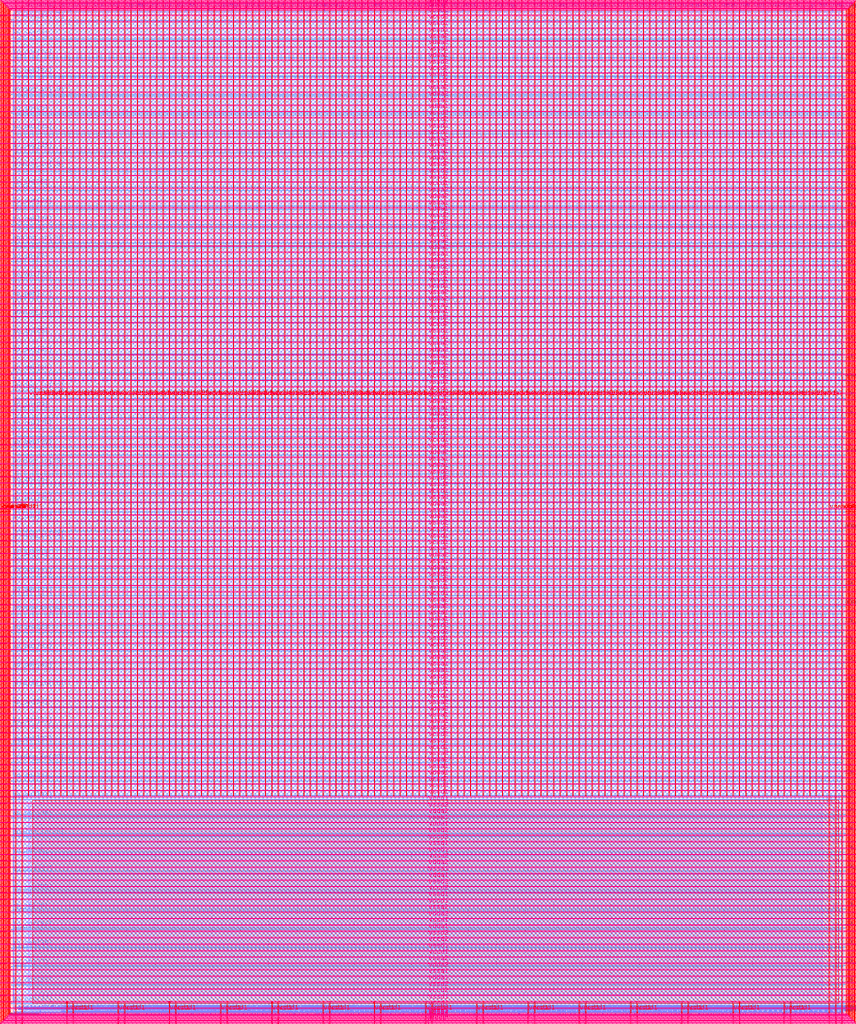
<source format=lef>
VERSION 5.7 ;
  NOWIREEXTENSIONATPIN ON ;
  DIVIDERCHAR "/" ;
  BUSBITCHARS "[]" ;
MACRO user_project_wrapper
  CLASS BLOCK ;
  FOREIGN user_project_wrapper ;
  ORIGIN 0.000 0.000 ;
  SIZE 2920.000 BY 3520.000 ;
  PIN analog_io[0]
    DIRECTION INOUT ;
    USE SIGNAL ;
    PORT
      LAYER met3 ;
        RECT 2917.600 1426.380 2924.800 1427.580 ;
    END
  END analog_io[0]
  PIN analog_io[10]
    DIRECTION INOUT ;
    USE SIGNAL ;
    PORT
      LAYER met2 ;
        RECT 2230.490 3517.600 2231.050 3524.800 ;
    END
  END analog_io[10]
  PIN analog_io[11]
    DIRECTION INOUT ;
    USE SIGNAL ;
    PORT
      LAYER met2 ;
        RECT 1905.730 3517.600 1906.290 3524.800 ;
    END
  END analog_io[11]
  PIN analog_io[12]
    DIRECTION INOUT ;
    USE SIGNAL ;
    PORT
      LAYER met2 ;
        RECT 1581.430 3517.600 1581.990 3524.800 ;
    END
  END analog_io[12]
  PIN analog_io[13]
    DIRECTION INOUT ;
    USE SIGNAL ;
    PORT
      LAYER met2 ;
        RECT 1257.130 3517.600 1257.690 3524.800 ;
    END
  END analog_io[13]
  PIN analog_io[14]
    DIRECTION INOUT ;
    USE SIGNAL ;
    PORT
      LAYER met2 ;
        RECT 932.370 3517.600 932.930 3524.800 ;
    END
  END analog_io[14]
  PIN analog_io[15]
    DIRECTION INOUT ;
    USE SIGNAL ;
    PORT
      LAYER met2 ;
        RECT 608.070 3517.600 608.630 3524.800 ;
    END
  END analog_io[15]
  PIN analog_io[16]
    DIRECTION INOUT ;
    USE SIGNAL ;
    PORT
      LAYER met2 ;
        RECT 283.770 3517.600 284.330 3524.800 ;
    END
  END analog_io[16]
  PIN analog_io[17]
    DIRECTION INOUT ;
    USE SIGNAL ;
    PORT
      LAYER met3 ;
        RECT -4.800 3486.100 2.400 3487.300 ;
    END
  END analog_io[17]
  PIN analog_io[18]
    DIRECTION INOUT ;
    USE SIGNAL ;
    PORT
      LAYER met3 ;
        RECT -4.800 3224.980 2.400 3226.180 ;
    END
  END analog_io[18]
  PIN analog_io[19]
    DIRECTION INOUT ;
    USE SIGNAL ;
    PORT
      LAYER met3 ;
        RECT -4.800 2964.540 2.400 2965.740 ;
    END
  END analog_io[19]
  PIN analog_io[1]
    DIRECTION INOUT ;
    USE SIGNAL ;
    PORT
      LAYER met3 ;
        RECT 2917.600 1692.260 2924.800 1693.460 ;
    END
  END analog_io[1]
  PIN analog_io[20]
    DIRECTION INOUT ;
    USE SIGNAL ;
    PORT
      LAYER met3 ;
        RECT -4.800 2703.420 2.400 2704.620 ;
    END
  END analog_io[20]
  PIN analog_io[21]
    DIRECTION INOUT ;
    USE SIGNAL ;
    PORT
      LAYER met3 ;
        RECT -4.800 2442.980 2.400 2444.180 ;
    END
  END analog_io[21]
  PIN analog_io[22]
    DIRECTION INOUT ;
    USE SIGNAL ;
    PORT
      LAYER met3 ;
        RECT -4.800 2182.540 2.400 2183.740 ;
    END
  END analog_io[22]
  PIN analog_io[23]
    DIRECTION INOUT ;
    USE SIGNAL ;
    PORT
      LAYER met3 ;
        RECT -4.800 1921.420 2.400 1922.620 ;
    END
  END analog_io[23]
  PIN analog_io[24]
    DIRECTION INOUT ;
    USE SIGNAL ;
    PORT
      LAYER met3 ;
        RECT -4.800 1660.980 2.400 1662.180 ;
    END
  END analog_io[24]
  PIN analog_io[25]
    DIRECTION INOUT ;
    USE SIGNAL ;
    PORT
      LAYER met3 ;
        RECT -4.800 1399.860 2.400 1401.060 ;
    END
  END analog_io[25]
  PIN analog_io[26]
    DIRECTION INOUT ;
    USE SIGNAL ;
    PORT
      LAYER met3 ;
        RECT -4.800 1139.420 2.400 1140.620 ;
    END
  END analog_io[26]
  PIN analog_io[27]
    DIRECTION INOUT ;
    USE SIGNAL ;
    PORT
      LAYER met3 ;
        RECT -4.800 878.980 2.400 880.180 ;
    END
  END analog_io[27]
  PIN analog_io[28]
    DIRECTION INOUT ;
    USE SIGNAL ;
    PORT
      LAYER met3 ;
        RECT -4.800 617.860 2.400 619.060 ;
    END
  END analog_io[28]
  PIN analog_io[2]
    DIRECTION INOUT ;
    USE SIGNAL ;
    PORT
      LAYER met3 ;
        RECT 2917.600 1958.140 2924.800 1959.340 ;
    END
  END analog_io[2]
  PIN analog_io[3]
    DIRECTION INOUT ;
    USE SIGNAL ;
    PORT
      LAYER met3 ;
        RECT 2917.600 2223.340 2924.800 2224.540 ;
    END
  END analog_io[3]
  PIN analog_io[4]
    DIRECTION INOUT ;
    USE SIGNAL ;
    PORT
      LAYER met3 ;
        RECT 2917.600 2489.220 2924.800 2490.420 ;
    END
  END analog_io[4]
  PIN analog_io[5]
    DIRECTION INOUT ;
    USE SIGNAL ;
    PORT
      LAYER met3 ;
        RECT 2917.600 2755.100 2924.800 2756.300 ;
    END
  END analog_io[5]
  PIN analog_io[6]
    DIRECTION INOUT ;
    USE SIGNAL ;
    PORT
      LAYER met3 ;
        RECT 2917.600 3020.300 2924.800 3021.500 ;
    END
  END analog_io[6]
  PIN analog_io[7]
    DIRECTION INOUT ;
    USE SIGNAL ;
    PORT
      LAYER met3 ;
        RECT 2917.600 3286.180 2924.800 3287.380 ;
    END
  END analog_io[7]
  PIN analog_io[8]
    DIRECTION INOUT ;
    USE SIGNAL ;
    PORT
      LAYER met2 ;
        RECT 2879.090 3517.600 2879.650 3524.800 ;
    END
  END analog_io[8]
  PIN analog_io[9]
    DIRECTION INOUT ;
    USE SIGNAL ;
    PORT
      LAYER met2 ;
        RECT 2554.790 3517.600 2555.350 3524.800 ;
    END
  END analog_io[9]
  PIN io_in[0]
    DIRECTION INPUT ;
    USE SIGNAL ;
    PORT
      LAYER met3 ;
        RECT 2917.600 32.380 2924.800 33.580 ;
    END
  END io_in[0]
  PIN io_in[10]
    DIRECTION INPUT ;
    USE SIGNAL ;
    PORT
      LAYER met3 ;
        RECT 2917.600 2289.980 2924.800 2291.180 ;
    END
  END io_in[10]
  PIN io_in[11]
    DIRECTION INPUT ;
    USE SIGNAL ;
    PORT
      LAYER met3 ;
        RECT 2917.600 2555.860 2924.800 2557.060 ;
    END
  END io_in[11]
  PIN io_in[12]
    DIRECTION INPUT ;
    USE SIGNAL ;
    PORT
      LAYER met3 ;
        RECT 2917.600 2821.060 2924.800 2822.260 ;
    END
  END io_in[12]
  PIN io_in[13]
    DIRECTION INPUT ;
    USE SIGNAL ;
    PORT
      LAYER met3 ;
        RECT 2917.600 3086.940 2924.800 3088.140 ;
    END
  END io_in[13]
  PIN io_in[14]
    DIRECTION INPUT ;
    USE SIGNAL ;
    PORT
      LAYER met3 ;
        RECT 2917.600 3352.820 2924.800 3354.020 ;
    END
  END io_in[14]
  PIN io_in[15]
    DIRECTION INPUT ;
    USE SIGNAL ;
    PORT
      LAYER met2 ;
        RECT 2798.130 3517.600 2798.690 3524.800 ;
    END
  END io_in[15]
  PIN io_in[16]
    DIRECTION INPUT ;
    USE SIGNAL ;
    PORT
      LAYER met2 ;
        RECT 2473.830 3517.600 2474.390 3524.800 ;
    END
  END io_in[16]
  PIN io_in[17]
    DIRECTION INPUT ;
    USE SIGNAL ;
    PORT
      LAYER met2 ;
        RECT 2149.070 3517.600 2149.630 3524.800 ;
    END
  END io_in[17]
  PIN io_in[18]
    DIRECTION INPUT ;
    USE SIGNAL ;
    PORT
      LAYER met2 ;
        RECT 1824.770 3517.600 1825.330 3524.800 ;
    END
  END io_in[18]
  PIN io_in[19]
    DIRECTION INPUT ;
    USE SIGNAL ;
    PORT
      LAYER met2 ;
        RECT 1500.470 3517.600 1501.030 3524.800 ;
    END
  END io_in[19]
  PIN io_in[1]
    DIRECTION INPUT ;
    USE SIGNAL ;
    PORT
      LAYER met3 ;
        RECT 2917.600 230.940 2924.800 232.140 ;
    END
  END io_in[1]
  PIN io_in[20]
    DIRECTION INPUT ;
    USE SIGNAL ;
    PORT
      LAYER met2 ;
        RECT 1175.710 3517.600 1176.270 3524.800 ;
    END
  END io_in[20]
  PIN io_in[21]
    DIRECTION INPUT ;
    USE SIGNAL ;
    PORT
      LAYER met2 ;
        RECT 851.410 3517.600 851.970 3524.800 ;
    END
  END io_in[21]
  PIN io_in[22]
    DIRECTION INPUT ;
    USE SIGNAL ;
    PORT
      LAYER met2 ;
        RECT 527.110 3517.600 527.670 3524.800 ;
    END
  END io_in[22]
  PIN io_in[23]
    DIRECTION INPUT ;
    USE SIGNAL ;
    PORT
      LAYER met2 ;
        RECT 202.350 3517.600 202.910 3524.800 ;
    END
  END io_in[23]
  PIN io_in[24]
    DIRECTION INPUT ;
    USE SIGNAL ;
    PORT
      LAYER met3 ;
        RECT -4.800 3420.820 2.400 3422.020 ;
    END
  END io_in[24]
  PIN io_in[25]
    DIRECTION INPUT ;
    USE SIGNAL ;
    PORT
      LAYER met3 ;
        RECT -4.800 3159.700 2.400 3160.900 ;
    END
  END io_in[25]
  PIN io_in[26]
    DIRECTION INPUT ;
    USE SIGNAL ;
    PORT
      LAYER met3 ;
        RECT -4.800 2899.260 2.400 2900.460 ;
    END
  END io_in[26]
  PIN io_in[27]
    DIRECTION INPUT ;
    USE SIGNAL ;
    PORT
      LAYER met3 ;
        RECT -4.800 2638.820 2.400 2640.020 ;
    END
  END io_in[27]
  PIN io_in[28]
    DIRECTION INPUT ;
    USE SIGNAL ;
    PORT
      LAYER met3 ;
        RECT -4.800 2377.700 2.400 2378.900 ;
    END
  END io_in[28]
  PIN io_in[29]
    DIRECTION INPUT ;
    USE SIGNAL ;
    PORT
      LAYER met3 ;
        RECT -4.800 2117.260 2.400 2118.460 ;
    END
  END io_in[29]
  PIN io_in[2]
    DIRECTION INPUT ;
    USE SIGNAL ;
    PORT
      LAYER met3 ;
        RECT 2917.600 430.180 2924.800 431.380 ;
    END
  END io_in[2]
  PIN io_in[30]
    DIRECTION INPUT ;
    USE SIGNAL ;
    PORT
      LAYER met3 ;
        RECT -4.800 1856.140 2.400 1857.340 ;
    END
  END io_in[30]
  PIN io_in[31]
    DIRECTION INPUT ;
    USE SIGNAL ;
    PORT
      LAYER met3 ;
        RECT -4.800 1595.700 2.400 1596.900 ;
    END
  END io_in[31]
  PIN io_in[32]
    DIRECTION INPUT ;
    USE SIGNAL ;
    PORT
      LAYER met3 ;
        RECT -4.800 1335.260 2.400 1336.460 ;
    END
  END io_in[32]
  PIN io_in[33]
    DIRECTION INPUT ;
    USE SIGNAL ;
    PORT
      LAYER met3 ;
        RECT -4.800 1074.140 2.400 1075.340 ;
    END
  END io_in[33]
  PIN io_in[34]
    DIRECTION INPUT ;
    USE SIGNAL ;
    PORT
      LAYER met3 ;
        RECT -4.800 813.700 2.400 814.900 ;
    END
  END io_in[34]
  PIN io_in[35]
    DIRECTION INPUT ;
    USE SIGNAL ;
    PORT
      LAYER met3 ;
        RECT -4.800 552.580 2.400 553.780 ;
    END
  END io_in[35]
  PIN io_in[36]
    DIRECTION INPUT ;
    USE SIGNAL ;
    PORT
      LAYER met3 ;
        RECT -4.800 357.420 2.400 358.620 ;
    END
  END io_in[36]
  PIN io_in[37]
    DIRECTION INPUT ;
    USE SIGNAL ;
    PORT
      LAYER met3 ;
        RECT -4.800 161.580 2.400 162.780 ;
    END
  END io_in[37]
  PIN io_in[3]
    DIRECTION INPUT ;
    USE SIGNAL ;
    PORT
      LAYER met3 ;
        RECT 2917.600 629.420 2924.800 630.620 ;
    END
  END io_in[3]
  PIN io_in[4]
    DIRECTION INPUT ;
    USE SIGNAL ;
    PORT
      LAYER met3 ;
        RECT 2917.600 828.660 2924.800 829.860 ;
    END
  END io_in[4]
  PIN io_in[5]
    DIRECTION INPUT ;
    USE SIGNAL ;
    PORT
      LAYER met3 ;
        RECT 2917.600 1027.900 2924.800 1029.100 ;
    END
  END io_in[5]
  PIN io_in[6]
    DIRECTION INPUT ;
    USE SIGNAL ;
    PORT
      LAYER met3 ;
        RECT 2917.600 1227.140 2924.800 1228.340 ;
    END
  END io_in[6]
  PIN io_in[7]
    DIRECTION INPUT ;
    USE SIGNAL ;
    PORT
      LAYER met3 ;
        RECT 2917.600 1493.020 2924.800 1494.220 ;
    END
  END io_in[7]
  PIN io_in[8]
    DIRECTION INPUT ;
    USE SIGNAL ;
    PORT
      LAYER met3 ;
        RECT 2917.600 1758.900 2924.800 1760.100 ;
    END
  END io_in[8]
  PIN io_in[9]
    DIRECTION INPUT ;
    USE SIGNAL ;
    PORT
      LAYER met3 ;
        RECT 2917.600 2024.100 2924.800 2025.300 ;
    END
  END io_in[9]
  PIN io_oeb[0]
    DIRECTION OUTPUT TRISTATE ;
    USE SIGNAL ;
    PORT
      LAYER met3 ;
        RECT 2917.600 164.980 2924.800 166.180 ;
    END
  END io_oeb[0]
  PIN io_oeb[10]
    DIRECTION OUTPUT TRISTATE ;
    USE SIGNAL ;
    PORT
      LAYER met3 ;
        RECT 2917.600 2422.580 2924.800 2423.780 ;
    END
  END io_oeb[10]
  PIN io_oeb[11]
    DIRECTION OUTPUT TRISTATE ;
    USE SIGNAL ;
    PORT
      LAYER met3 ;
        RECT 2917.600 2688.460 2924.800 2689.660 ;
    END
  END io_oeb[11]
  PIN io_oeb[12]
    DIRECTION OUTPUT TRISTATE ;
    USE SIGNAL ;
    PORT
      LAYER met3 ;
        RECT 2917.600 2954.340 2924.800 2955.540 ;
    END
  END io_oeb[12]
  PIN io_oeb[13]
    DIRECTION OUTPUT TRISTATE ;
    USE SIGNAL ;
    PORT
      LAYER met3 ;
        RECT 2917.600 3219.540 2924.800 3220.740 ;
    END
  END io_oeb[13]
  PIN io_oeb[14]
    DIRECTION OUTPUT TRISTATE ;
    USE SIGNAL ;
    PORT
      LAYER met3 ;
        RECT 2917.600 3485.420 2924.800 3486.620 ;
    END
  END io_oeb[14]
  PIN io_oeb[15]
    DIRECTION OUTPUT TRISTATE ;
    USE SIGNAL ;
    PORT
      LAYER met2 ;
        RECT 2635.750 3517.600 2636.310 3524.800 ;
    END
  END io_oeb[15]
  PIN io_oeb[16]
    DIRECTION OUTPUT TRISTATE ;
    USE SIGNAL ;
    PORT
      LAYER met2 ;
        RECT 2311.450 3517.600 2312.010 3524.800 ;
    END
  END io_oeb[16]
  PIN io_oeb[17]
    DIRECTION OUTPUT TRISTATE ;
    USE SIGNAL ;
    PORT
      LAYER met2 ;
        RECT 1987.150 3517.600 1987.710 3524.800 ;
    END
  END io_oeb[17]
  PIN io_oeb[18]
    DIRECTION OUTPUT TRISTATE ;
    USE SIGNAL ;
    PORT
      LAYER met2 ;
        RECT 1662.390 3517.600 1662.950 3524.800 ;
    END
  END io_oeb[18]
  PIN io_oeb[19]
    DIRECTION OUTPUT TRISTATE ;
    USE SIGNAL ;
    PORT
      LAYER met2 ;
        RECT 1338.090 3517.600 1338.650 3524.800 ;
    END
  END io_oeb[19]
  PIN io_oeb[1]
    DIRECTION OUTPUT TRISTATE ;
    USE SIGNAL ;
    PORT
      LAYER met3 ;
        RECT 2917.600 364.220 2924.800 365.420 ;
    END
  END io_oeb[1]
  PIN io_oeb[20]
    DIRECTION OUTPUT TRISTATE ;
    USE SIGNAL ;
    PORT
      LAYER met2 ;
        RECT 1013.790 3517.600 1014.350 3524.800 ;
    END
  END io_oeb[20]
  PIN io_oeb[21]
    DIRECTION OUTPUT TRISTATE ;
    USE SIGNAL ;
    PORT
      LAYER met2 ;
        RECT 689.030 3517.600 689.590 3524.800 ;
    END
  END io_oeb[21]
  PIN io_oeb[22]
    DIRECTION OUTPUT TRISTATE ;
    USE SIGNAL ;
    PORT
      LAYER met2 ;
        RECT 364.730 3517.600 365.290 3524.800 ;
    END
  END io_oeb[22]
  PIN io_oeb[23]
    DIRECTION OUTPUT TRISTATE ;
    USE SIGNAL ;
    PORT
      LAYER met2 ;
        RECT 40.430 3517.600 40.990 3524.800 ;
    END
  END io_oeb[23]
  PIN io_oeb[24]
    DIRECTION OUTPUT TRISTATE ;
    USE SIGNAL ;
    PORT
      LAYER met3 ;
        RECT -4.800 3290.260 2.400 3291.460 ;
    END
  END io_oeb[24]
  PIN io_oeb[25]
    DIRECTION OUTPUT TRISTATE ;
    USE SIGNAL ;
    PORT
      LAYER met3 ;
        RECT -4.800 3029.820 2.400 3031.020 ;
    END
  END io_oeb[25]
  PIN io_oeb[26]
    DIRECTION OUTPUT TRISTATE ;
    USE SIGNAL ;
    PORT
      LAYER met3 ;
        RECT -4.800 2768.700 2.400 2769.900 ;
    END
  END io_oeb[26]
  PIN io_oeb[27]
    DIRECTION OUTPUT TRISTATE ;
    USE SIGNAL ;
    PORT
      LAYER met3 ;
        RECT -4.800 2508.260 2.400 2509.460 ;
    END
  END io_oeb[27]
  PIN io_oeb[28]
    DIRECTION OUTPUT TRISTATE ;
    USE SIGNAL ;
    PORT
      LAYER met3 ;
        RECT -4.800 2247.140 2.400 2248.340 ;
    END
  END io_oeb[28]
  PIN io_oeb[29]
    DIRECTION OUTPUT TRISTATE ;
    USE SIGNAL ;
    PORT
      LAYER met3 ;
        RECT -4.800 1986.700 2.400 1987.900 ;
    END
  END io_oeb[29]
  PIN io_oeb[2]
    DIRECTION OUTPUT TRISTATE ;
    USE SIGNAL ;
    PORT
      LAYER met3 ;
        RECT 2917.600 563.460 2924.800 564.660 ;
    END
  END io_oeb[2]
  PIN io_oeb[30]
    DIRECTION OUTPUT TRISTATE ;
    USE SIGNAL ;
    PORT
      LAYER met3 ;
        RECT -4.800 1726.260 2.400 1727.460 ;
    END
  END io_oeb[30]
  PIN io_oeb[31]
    DIRECTION OUTPUT TRISTATE ;
    USE SIGNAL ;
    PORT
      LAYER met3 ;
        RECT -4.800 1465.140 2.400 1466.340 ;
    END
  END io_oeb[31]
  PIN io_oeb[32]
    DIRECTION OUTPUT TRISTATE ;
    USE SIGNAL ;
    PORT
      LAYER met3 ;
        RECT -4.800 1204.700 2.400 1205.900 ;
    END
  END io_oeb[32]
  PIN io_oeb[33]
    DIRECTION OUTPUT TRISTATE ;
    USE SIGNAL ;
    PORT
      LAYER met3 ;
        RECT -4.800 943.580 2.400 944.780 ;
    END
  END io_oeb[33]
  PIN io_oeb[34]
    DIRECTION OUTPUT TRISTATE ;
    USE SIGNAL ;
    PORT
      LAYER met3 ;
        RECT -4.800 683.140 2.400 684.340 ;
    END
  END io_oeb[34]
  PIN io_oeb[35]
    DIRECTION OUTPUT TRISTATE ;
    USE SIGNAL ;
    PORT
      LAYER met3 ;
        RECT -4.800 422.700 2.400 423.900 ;
    END
  END io_oeb[35]
  PIN io_oeb[36]
    DIRECTION OUTPUT TRISTATE ;
    USE SIGNAL ;
    PORT
      LAYER met3 ;
        RECT -4.800 226.860 2.400 228.060 ;
    END
  END io_oeb[36]
  PIN io_oeb[37]
    DIRECTION OUTPUT TRISTATE ;
    USE SIGNAL ;
    PORT
      LAYER met3 ;
        RECT -4.800 31.700 2.400 32.900 ;
    END
  END io_oeb[37]
  PIN io_oeb[3]
    DIRECTION OUTPUT TRISTATE ;
    USE SIGNAL ;
    PORT
      LAYER met3 ;
        RECT 2917.600 762.700 2924.800 763.900 ;
    END
  END io_oeb[3]
  PIN io_oeb[4]
    DIRECTION OUTPUT TRISTATE ;
    USE SIGNAL ;
    PORT
      LAYER met3 ;
        RECT 2917.600 961.940 2924.800 963.140 ;
    END
  END io_oeb[4]
  PIN io_oeb[5]
    DIRECTION OUTPUT TRISTATE ;
    USE SIGNAL ;
    PORT
      LAYER met3 ;
        RECT 2917.600 1161.180 2924.800 1162.380 ;
    END
  END io_oeb[5]
  PIN io_oeb[6]
    DIRECTION OUTPUT TRISTATE ;
    USE SIGNAL ;
    PORT
      LAYER met3 ;
        RECT 2917.600 1360.420 2924.800 1361.620 ;
    END
  END io_oeb[6]
  PIN io_oeb[7]
    DIRECTION OUTPUT TRISTATE ;
    USE SIGNAL ;
    PORT
      LAYER met3 ;
        RECT 2917.600 1625.620 2924.800 1626.820 ;
    END
  END io_oeb[7]
  PIN io_oeb[8]
    DIRECTION OUTPUT TRISTATE ;
    USE SIGNAL ;
    PORT
      LAYER met3 ;
        RECT 2917.600 1891.500 2924.800 1892.700 ;
    END
  END io_oeb[8]
  PIN io_oeb[9]
    DIRECTION OUTPUT TRISTATE ;
    USE SIGNAL ;
    PORT
      LAYER met3 ;
        RECT 2917.600 2157.380 2924.800 2158.580 ;
    END
  END io_oeb[9]
  PIN io_out[0]
    DIRECTION OUTPUT TRISTATE ;
    USE SIGNAL ;
    PORT
      LAYER met3 ;
        RECT 2917.600 98.340 2924.800 99.540 ;
    END
  END io_out[0]
  PIN io_out[10]
    DIRECTION OUTPUT TRISTATE ;
    USE SIGNAL ;
    PORT
      LAYER met3 ;
        RECT 2917.600 2356.620 2924.800 2357.820 ;
    END
  END io_out[10]
  PIN io_out[11]
    DIRECTION OUTPUT TRISTATE ;
    USE SIGNAL ;
    PORT
      LAYER met3 ;
        RECT 2917.600 2621.820 2924.800 2623.020 ;
    END
  END io_out[11]
  PIN io_out[12]
    DIRECTION OUTPUT TRISTATE ;
    USE SIGNAL ;
    PORT
      LAYER met3 ;
        RECT 2917.600 2887.700 2924.800 2888.900 ;
    END
  END io_out[12]
  PIN io_out[13]
    DIRECTION OUTPUT TRISTATE ;
    USE SIGNAL ;
    PORT
      LAYER met3 ;
        RECT 2917.600 3153.580 2924.800 3154.780 ;
    END
  END io_out[13]
  PIN io_out[14]
    DIRECTION OUTPUT TRISTATE ;
    USE SIGNAL ;
    PORT
      LAYER met3 ;
        RECT 2917.600 3418.780 2924.800 3419.980 ;
    END
  END io_out[14]
  PIN io_out[15]
    DIRECTION OUTPUT TRISTATE ;
    USE SIGNAL ;
    PORT
      LAYER met2 ;
        RECT 2717.170 3517.600 2717.730 3524.800 ;
    END
  END io_out[15]
  PIN io_out[16]
    DIRECTION OUTPUT TRISTATE ;
    USE SIGNAL ;
    PORT
      LAYER met2 ;
        RECT 2392.410 3517.600 2392.970 3524.800 ;
    END
  END io_out[16]
  PIN io_out[17]
    DIRECTION OUTPUT TRISTATE ;
    USE SIGNAL ;
    PORT
      LAYER met2 ;
        RECT 2068.110 3517.600 2068.670 3524.800 ;
    END
  END io_out[17]
  PIN io_out[18]
    DIRECTION OUTPUT TRISTATE ;
    USE SIGNAL ;
    PORT
      LAYER met2 ;
        RECT 1743.810 3517.600 1744.370 3524.800 ;
    END
  END io_out[18]
  PIN io_out[19]
    DIRECTION OUTPUT TRISTATE ;
    USE SIGNAL ;
    PORT
      LAYER met2 ;
        RECT 1419.050 3517.600 1419.610 3524.800 ;
    END
  END io_out[19]
  PIN io_out[1]
    DIRECTION OUTPUT TRISTATE ;
    USE SIGNAL ;
    PORT
      LAYER met3 ;
        RECT 2917.600 297.580 2924.800 298.780 ;
    END
  END io_out[1]
  PIN io_out[20]
    DIRECTION OUTPUT TRISTATE ;
    USE SIGNAL ;
    PORT
      LAYER met2 ;
        RECT 1094.750 3517.600 1095.310 3524.800 ;
    END
  END io_out[20]
  PIN io_out[21]
    DIRECTION OUTPUT TRISTATE ;
    USE SIGNAL ;
    PORT
      LAYER met2 ;
        RECT 770.450 3517.600 771.010 3524.800 ;
    END
  END io_out[21]
  PIN io_out[22]
    DIRECTION OUTPUT TRISTATE ;
    USE SIGNAL ;
    PORT
      LAYER met2 ;
        RECT 445.690 3517.600 446.250 3524.800 ;
    END
  END io_out[22]
  PIN io_out[23]
    DIRECTION OUTPUT TRISTATE ;
    USE SIGNAL ;
    PORT
      LAYER met2 ;
        RECT 121.390 3517.600 121.950 3524.800 ;
    END
  END io_out[23]
  PIN io_out[24]
    DIRECTION OUTPUT TRISTATE ;
    USE SIGNAL ;
    PORT
      LAYER met3 ;
        RECT -4.800 3355.540 2.400 3356.740 ;
    END
  END io_out[24]
  PIN io_out[25]
    DIRECTION OUTPUT TRISTATE ;
    USE SIGNAL ;
    PORT
      LAYER met3 ;
        RECT -4.800 3095.100 2.400 3096.300 ;
    END
  END io_out[25]
  PIN io_out[26]
    DIRECTION OUTPUT TRISTATE ;
    USE SIGNAL ;
    PORT
      LAYER met3 ;
        RECT -4.800 2833.980 2.400 2835.180 ;
    END
  END io_out[26]
  PIN io_out[27]
    DIRECTION OUTPUT TRISTATE ;
    USE SIGNAL ;
    PORT
      LAYER met3 ;
        RECT -4.800 2573.540 2.400 2574.740 ;
    END
  END io_out[27]
  PIN io_out[28]
    DIRECTION OUTPUT TRISTATE ;
    USE SIGNAL ;
    PORT
      LAYER met3 ;
        RECT -4.800 2312.420 2.400 2313.620 ;
    END
  END io_out[28]
  PIN io_out[29]
    DIRECTION OUTPUT TRISTATE ;
    USE SIGNAL ;
    PORT
      LAYER met3 ;
        RECT -4.800 2051.980 2.400 2053.180 ;
    END
  END io_out[29]
  PIN io_out[2]
    DIRECTION OUTPUT TRISTATE ;
    USE SIGNAL ;
    PORT
      LAYER met3 ;
        RECT 2917.600 496.820 2924.800 498.020 ;
    END
  END io_out[2]
  PIN io_out[30]
    DIRECTION OUTPUT TRISTATE ;
    USE SIGNAL ;
    PORT
      LAYER met3 ;
        RECT -4.800 1791.540 2.400 1792.740 ;
    END
  END io_out[30]
  PIN io_out[31]
    DIRECTION OUTPUT TRISTATE ;
    USE SIGNAL ;
    PORT
      LAYER met3 ;
        RECT -4.800 1530.420 2.400 1531.620 ;
    END
  END io_out[31]
  PIN io_out[32]
    DIRECTION OUTPUT TRISTATE ;
    USE SIGNAL ;
    PORT
      LAYER met3 ;
        RECT -4.800 1269.980 2.400 1271.180 ;
    END
  END io_out[32]
  PIN io_out[33]
    DIRECTION OUTPUT TRISTATE ;
    USE SIGNAL ;
    PORT
      LAYER met3 ;
        RECT -4.800 1008.860 2.400 1010.060 ;
    END
  END io_out[33]
  PIN io_out[34]
    DIRECTION OUTPUT TRISTATE ;
    USE SIGNAL ;
    PORT
      LAYER met3 ;
        RECT -4.800 748.420 2.400 749.620 ;
    END
  END io_out[34]
  PIN io_out[35]
    DIRECTION OUTPUT TRISTATE ;
    USE SIGNAL ;
    PORT
      LAYER met3 ;
        RECT -4.800 487.300 2.400 488.500 ;
    END
  END io_out[35]
  PIN io_out[36]
    DIRECTION OUTPUT TRISTATE ;
    USE SIGNAL ;
    PORT
      LAYER met3 ;
        RECT -4.800 292.140 2.400 293.340 ;
    END
  END io_out[36]
  PIN io_out[37]
    DIRECTION OUTPUT TRISTATE ;
    USE SIGNAL ;
    PORT
      LAYER met3 ;
        RECT -4.800 96.300 2.400 97.500 ;
    END
  END io_out[37]
  PIN io_out[3]
    DIRECTION OUTPUT TRISTATE ;
    USE SIGNAL ;
    PORT
      LAYER met3 ;
        RECT 2917.600 696.060 2924.800 697.260 ;
    END
  END io_out[3]
  PIN io_out[4]
    DIRECTION OUTPUT TRISTATE ;
    USE SIGNAL ;
    PORT
      LAYER met3 ;
        RECT 2917.600 895.300 2924.800 896.500 ;
    END
  END io_out[4]
  PIN io_out[5]
    DIRECTION OUTPUT TRISTATE ;
    USE SIGNAL ;
    PORT
      LAYER met3 ;
        RECT 2917.600 1094.540 2924.800 1095.740 ;
    END
  END io_out[5]
  PIN io_out[6]
    DIRECTION OUTPUT TRISTATE ;
    USE SIGNAL ;
    PORT
      LAYER met3 ;
        RECT 2917.600 1293.780 2924.800 1294.980 ;
    END
  END io_out[6]
  PIN io_out[7]
    DIRECTION OUTPUT TRISTATE ;
    USE SIGNAL ;
    PORT
      LAYER met3 ;
        RECT 2917.600 1559.660 2924.800 1560.860 ;
    END
  END io_out[7]
  PIN io_out[8]
    DIRECTION OUTPUT TRISTATE ;
    USE SIGNAL ;
    PORT
      LAYER met3 ;
        RECT 2917.600 1824.860 2924.800 1826.060 ;
    END
  END io_out[8]
  PIN io_out[9]
    DIRECTION OUTPUT TRISTATE ;
    USE SIGNAL ;
    PORT
      LAYER met3 ;
        RECT 2917.600 2090.740 2924.800 2091.940 ;
    END
  END io_out[9]
  PIN la_data_in[0]
    DIRECTION INPUT ;
    USE SIGNAL ;
    PORT
      LAYER met2 ;
        RECT 629.230 -4.800 629.790 2.400 ;
    END
  END la_data_in[0]
  PIN la_data_in[100]
    DIRECTION INPUT ;
    USE SIGNAL ;
    PORT
      LAYER met2 ;
        RECT 2402.530 -4.800 2403.090 2.400 ;
    END
  END la_data_in[100]
  PIN la_data_in[101]
    DIRECTION INPUT ;
    USE SIGNAL ;
    PORT
      LAYER met2 ;
        RECT 2420.010 -4.800 2420.570 2.400 ;
    END
  END la_data_in[101]
  PIN la_data_in[102]
    DIRECTION INPUT ;
    USE SIGNAL ;
    PORT
      LAYER met2 ;
        RECT 2437.950 -4.800 2438.510 2.400 ;
    END
  END la_data_in[102]
  PIN la_data_in[103]
    DIRECTION INPUT ;
    USE SIGNAL ;
    PORT
      LAYER met2 ;
        RECT 2455.430 -4.800 2455.990 2.400 ;
    END
  END la_data_in[103]
  PIN la_data_in[104]
    DIRECTION INPUT ;
    USE SIGNAL ;
    PORT
      LAYER met2 ;
        RECT 2473.370 -4.800 2473.930 2.400 ;
    END
  END la_data_in[104]
  PIN la_data_in[105]
    DIRECTION INPUT ;
    USE SIGNAL ;
    PORT
      LAYER met2 ;
        RECT 2490.850 -4.800 2491.410 2.400 ;
    END
  END la_data_in[105]
  PIN la_data_in[106]
    DIRECTION INPUT ;
    USE SIGNAL ;
    PORT
      LAYER met2 ;
        RECT 2508.790 -4.800 2509.350 2.400 ;
    END
  END la_data_in[106]
  PIN la_data_in[107]
    DIRECTION INPUT ;
    USE SIGNAL ;
    PORT
      LAYER met2 ;
        RECT 2526.730 -4.800 2527.290 2.400 ;
    END
  END la_data_in[107]
  PIN la_data_in[108]
    DIRECTION INPUT ;
    USE SIGNAL ;
    PORT
      LAYER met2 ;
        RECT 2544.210 -4.800 2544.770 2.400 ;
    END
  END la_data_in[108]
  PIN la_data_in[109]
    DIRECTION INPUT ;
    USE SIGNAL ;
    PORT
      LAYER met2 ;
        RECT 2562.150 -4.800 2562.710 2.400 ;
    END
  END la_data_in[109]
  PIN la_data_in[10]
    DIRECTION INPUT ;
    USE SIGNAL ;
    PORT
      LAYER met2 ;
        RECT 806.330 -4.800 806.890 2.400 ;
    END
  END la_data_in[10]
  PIN la_data_in[110]
    DIRECTION INPUT ;
    USE SIGNAL ;
    PORT
      LAYER met2 ;
        RECT 2579.630 -4.800 2580.190 2.400 ;
    END
  END la_data_in[110]
  PIN la_data_in[111]
    DIRECTION INPUT ;
    USE SIGNAL ;
    PORT
      LAYER met2 ;
        RECT 2597.570 -4.800 2598.130 2.400 ;
    END
  END la_data_in[111]
  PIN la_data_in[112]
    DIRECTION INPUT ;
    USE SIGNAL ;
    PORT
      LAYER met2 ;
        RECT 2615.050 -4.800 2615.610 2.400 ;
    END
  END la_data_in[112]
  PIN la_data_in[113]
    DIRECTION INPUT ;
    USE SIGNAL ;
    PORT
      LAYER met2 ;
        RECT 2632.990 -4.800 2633.550 2.400 ;
    END
  END la_data_in[113]
  PIN la_data_in[114]
    DIRECTION INPUT ;
    USE SIGNAL ;
    PORT
      LAYER met2 ;
        RECT 2650.470 -4.800 2651.030 2.400 ;
    END
  END la_data_in[114]
  PIN la_data_in[115]
    DIRECTION INPUT ;
    USE SIGNAL ;
    PORT
      LAYER met2 ;
        RECT 2668.410 -4.800 2668.970 2.400 ;
    END
  END la_data_in[115]
  PIN la_data_in[116]
    DIRECTION INPUT ;
    USE SIGNAL ;
    PORT
      LAYER met2 ;
        RECT 2685.890 -4.800 2686.450 2.400 ;
    END
  END la_data_in[116]
  PIN la_data_in[117]
    DIRECTION INPUT ;
    USE SIGNAL ;
    PORT
      LAYER met2 ;
        RECT 2703.830 -4.800 2704.390 2.400 ;
    END
  END la_data_in[117]
  PIN la_data_in[118]
    DIRECTION INPUT ;
    USE SIGNAL ;
    PORT
      LAYER met2 ;
        RECT 2721.770 -4.800 2722.330 2.400 ;
    END
  END la_data_in[118]
  PIN la_data_in[119]
    DIRECTION INPUT ;
    USE SIGNAL ;
    PORT
      LAYER met2 ;
        RECT 2739.250 -4.800 2739.810 2.400 ;
    END
  END la_data_in[119]
  PIN la_data_in[11]
    DIRECTION INPUT ;
    USE SIGNAL ;
    PORT
      LAYER met2 ;
        RECT 824.270 -4.800 824.830 2.400 ;
    END
  END la_data_in[11]
  PIN la_data_in[120]
    DIRECTION INPUT ;
    USE SIGNAL ;
    PORT
      LAYER met2 ;
        RECT 2757.190 -4.800 2757.750 2.400 ;
    END
  END la_data_in[120]
  PIN la_data_in[121]
    DIRECTION INPUT ;
    USE SIGNAL ;
    PORT
      LAYER met2 ;
        RECT 2774.670 -4.800 2775.230 2.400 ;
    END
  END la_data_in[121]
  PIN la_data_in[122]
    DIRECTION INPUT ;
    USE SIGNAL ;
    PORT
      LAYER met2 ;
        RECT 2792.610 -4.800 2793.170 2.400 ;
    END
  END la_data_in[122]
  PIN la_data_in[123]
    DIRECTION INPUT ;
    USE SIGNAL ;
    PORT
      LAYER met2 ;
        RECT 2810.090 -4.800 2810.650 2.400 ;
    END
  END la_data_in[123]
  PIN la_data_in[124]
    DIRECTION INPUT ;
    USE SIGNAL ;
    PORT
      LAYER met2 ;
        RECT 2828.030 -4.800 2828.590 2.400 ;
    END
  END la_data_in[124]
  PIN la_data_in[125]
    DIRECTION INPUT ;
    USE SIGNAL ;
    PORT
      LAYER met2 ;
        RECT 2845.510 -4.800 2846.070 2.400 ;
    END
  END la_data_in[125]
  PIN la_data_in[126]
    DIRECTION INPUT ;
    USE SIGNAL ;
    PORT
      LAYER met2 ;
        RECT 2863.450 -4.800 2864.010 2.400 ;
    END
  END la_data_in[126]
  PIN la_data_in[127]
    DIRECTION INPUT ;
    USE SIGNAL ;
    PORT
      LAYER met2 ;
        RECT 2881.390 -4.800 2881.950 2.400 ;
    END
  END la_data_in[127]
  PIN la_data_in[12]
    DIRECTION INPUT ;
    USE SIGNAL ;
    PORT
      LAYER met2 ;
        RECT 841.750 -4.800 842.310 2.400 ;
    END
  END la_data_in[12]
  PIN la_data_in[13]
    DIRECTION INPUT ;
    USE SIGNAL ;
    PORT
      LAYER met2 ;
        RECT 859.690 -4.800 860.250 2.400 ;
    END
  END la_data_in[13]
  PIN la_data_in[14]
    DIRECTION INPUT ;
    USE SIGNAL ;
    PORT
      LAYER met2 ;
        RECT 877.170 -4.800 877.730 2.400 ;
    END
  END la_data_in[14]
  PIN la_data_in[15]
    DIRECTION INPUT ;
    USE SIGNAL ;
    PORT
      LAYER met2 ;
        RECT 895.110 -4.800 895.670 2.400 ;
    END
  END la_data_in[15]
  PIN la_data_in[16]
    DIRECTION INPUT ;
    USE SIGNAL ;
    PORT
      LAYER met2 ;
        RECT 912.590 -4.800 913.150 2.400 ;
    END
  END la_data_in[16]
  PIN la_data_in[17]
    DIRECTION INPUT ;
    USE SIGNAL ;
    PORT
      LAYER met2 ;
        RECT 930.530 -4.800 931.090 2.400 ;
    END
  END la_data_in[17]
  PIN la_data_in[18]
    DIRECTION INPUT ;
    USE SIGNAL ;
    PORT
      LAYER met2 ;
        RECT 948.470 -4.800 949.030 2.400 ;
    END
  END la_data_in[18]
  PIN la_data_in[19]
    DIRECTION INPUT ;
    USE SIGNAL ;
    PORT
      LAYER met2 ;
        RECT 965.950 -4.800 966.510 2.400 ;
    END
  END la_data_in[19]
  PIN la_data_in[1]
    DIRECTION INPUT ;
    USE SIGNAL ;
    PORT
      LAYER met2 ;
        RECT 646.710 -4.800 647.270 2.400 ;
    END
  END la_data_in[1]
  PIN la_data_in[20]
    DIRECTION INPUT ;
    USE SIGNAL ;
    PORT
      LAYER met2 ;
        RECT 983.890 -4.800 984.450 2.400 ;
    END
  END la_data_in[20]
  PIN la_data_in[21]
    DIRECTION INPUT ;
    USE SIGNAL ;
    PORT
      LAYER met2 ;
        RECT 1001.370 -4.800 1001.930 2.400 ;
    END
  END la_data_in[21]
  PIN la_data_in[22]
    DIRECTION INPUT ;
    USE SIGNAL ;
    PORT
      LAYER met2 ;
        RECT 1019.310 -4.800 1019.870 2.400 ;
    END
  END la_data_in[22]
  PIN la_data_in[23]
    DIRECTION INPUT ;
    USE SIGNAL ;
    PORT
      LAYER met2 ;
        RECT 1036.790 -4.800 1037.350 2.400 ;
    END
  END la_data_in[23]
  PIN la_data_in[24]
    DIRECTION INPUT ;
    USE SIGNAL ;
    PORT
      LAYER met2 ;
        RECT 1054.730 -4.800 1055.290 2.400 ;
    END
  END la_data_in[24]
  PIN la_data_in[25]
    DIRECTION INPUT ;
    USE SIGNAL ;
    PORT
      LAYER met2 ;
        RECT 1072.210 -4.800 1072.770 2.400 ;
    END
  END la_data_in[25]
  PIN la_data_in[26]
    DIRECTION INPUT ;
    USE SIGNAL ;
    PORT
      LAYER met2 ;
        RECT 1090.150 -4.800 1090.710 2.400 ;
    END
  END la_data_in[26]
  PIN la_data_in[27]
    DIRECTION INPUT ;
    USE SIGNAL ;
    PORT
      LAYER met2 ;
        RECT 1107.630 -4.800 1108.190 2.400 ;
    END
  END la_data_in[27]
  PIN la_data_in[28]
    DIRECTION INPUT ;
    USE SIGNAL ;
    PORT
      LAYER met2 ;
        RECT 1125.570 -4.800 1126.130 2.400 ;
    END
  END la_data_in[28]
  PIN la_data_in[29]
    DIRECTION INPUT ;
    USE SIGNAL ;
    PORT
      LAYER met2 ;
        RECT 1143.510 -4.800 1144.070 2.400 ;
    END
  END la_data_in[29]
  PIN la_data_in[2]
    DIRECTION INPUT ;
    USE SIGNAL ;
    PORT
      LAYER met2 ;
        RECT 664.650 -4.800 665.210 2.400 ;
    END
  END la_data_in[2]
  PIN la_data_in[30]
    DIRECTION INPUT ;
    USE SIGNAL ;
    PORT
      LAYER met2 ;
        RECT 1160.990 -4.800 1161.550 2.400 ;
    END
  END la_data_in[30]
  PIN la_data_in[31]
    DIRECTION INPUT ;
    USE SIGNAL ;
    PORT
      LAYER met2 ;
        RECT 1178.930 -4.800 1179.490 2.400 ;
    END
  END la_data_in[31]
  PIN la_data_in[32]
    DIRECTION INPUT ;
    USE SIGNAL ;
    PORT
      LAYER met2 ;
        RECT 1196.410 -4.800 1196.970 2.400 ;
    END
  END la_data_in[32]
  PIN la_data_in[33]
    DIRECTION INPUT ;
    USE SIGNAL ;
    PORT
      LAYER met2 ;
        RECT 1214.350 -4.800 1214.910 2.400 ;
    END
  END la_data_in[33]
  PIN la_data_in[34]
    DIRECTION INPUT ;
    USE SIGNAL ;
    PORT
      LAYER met2 ;
        RECT 1231.830 -4.800 1232.390 2.400 ;
    END
  END la_data_in[34]
  PIN la_data_in[35]
    DIRECTION INPUT ;
    USE SIGNAL ;
    PORT
      LAYER met2 ;
        RECT 1249.770 -4.800 1250.330 2.400 ;
    END
  END la_data_in[35]
  PIN la_data_in[36]
    DIRECTION INPUT ;
    USE SIGNAL ;
    PORT
      LAYER met2 ;
        RECT 1267.250 -4.800 1267.810 2.400 ;
    END
  END la_data_in[36]
  PIN la_data_in[37]
    DIRECTION INPUT ;
    USE SIGNAL ;
    PORT
      LAYER met2 ;
        RECT 1285.190 -4.800 1285.750 2.400 ;
    END
  END la_data_in[37]
  PIN la_data_in[38]
    DIRECTION INPUT ;
    USE SIGNAL ;
    PORT
      LAYER met2 ;
        RECT 1303.130 -4.800 1303.690 2.400 ;
    END
  END la_data_in[38]
  PIN la_data_in[39]
    DIRECTION INPUT ;
    USE SIGNAL ;
    PORT
      LAYER met2 ;
        RECT 1320.610 -4.800 1321.170 2.400 ;
    END
  END la_data_in[39]
  PIN la_data_in[3]
    DIRECTION INPUT ;
    USE SIGNAL ;
    PORT
      LAYER met2 ;
        RECT 682.130 -4.800 682.690 2.400 ;
    END
  END la_data_in[3]
  PIN la_data_in[40]
    DIRECTION INPUT ;
    USE SIGNAL ;
    PORT
      LAYER met2 ;
        RECT 1338.550 -4.800 1339.110 2.400 ;
    END
  END la_data_in[40]
  PIN la_data_in[41]
    DIRECTION INPUT ;
    USE SIGNAL ;
    PORT
      LAYER met2 ;
        RECT 1356.030 -4.800 1356.590 2.400 ;
    END
  END la_data_in[41]
  PIN la_data_in[42]
    DIRECTION INPUT ;
    USE SIGNAL ;
    PORT
      LAYER met2 ;
        RECT 1373.970 -4.800 1374.530 2.400 ;
    END
  END la_data_in[42]
  PIN la_data_in[43]
    DIRECTION INPUT ;
    USE SIGNAL ;
    PORT
      LAYER met2 ;
        RECT 1391.450 -4.800 1392.010 2.400 ;
    END
  END la_data_in[43]
  PIN la_data_in[44]
    DIRECTION INPUT ;
    USE SIGNAL ;
    PORT
      LAYER met2 ;
        RECT 1409.390 -4.800 1409.950 2.400 ;
    END
  END la_data_in[44]
  PIN la_data_in[45]
    DIRECTION INPUT ;
    USE SIGNAL ;
    PORT
      LAYER met2 ;
        RECT 1426.870 -4.800 1427.430 2.400 ;
    END
  END la_data_in[45]
  PIN la_data_in[46]
    DIRECTION INPUT ;
    USE SIGNAL ;
    PORT
      LAYER met2 ;
        RECT 1444.810 -4.800 1445.370 2.400 ;
    END
  END la_data_in[46]
  PIN la_data_in[47]
    DIRECTION INPUT ;
    USE SIGNAL ;
    PORT
      LAYER met2 ;
        RECT 1462.750 -4.800 1463.310 2.400 ;
    END
  END la_data_in[47]
  PIN la_data_in[48]
    DIRECTION INPUT ;
    USE SIGNAL ;
    PORT
      LAYER met2 ;
        RECT 1480.230 -4.800 1480.790 2.400 ;
    END
  END la_data_in[48]
  PIN la_data_in[49]
    DIRECTION INPUT ;
    USE SIGNAL ;
    PORT
      LAYER met2 ;
        RECT 1498.170 -4.800 1498.730 2.400 ;
    END
  END la_data_in[49]
  PIN la_data_in[4]
    DIRECTION INPUT ;
    USE SIGNAL ;
    PORT
      LAYER met2 ;
        RECT 700.070 -4.800 700.630 2.400 ;
    END
  END la_data_in[4]
  PIN la_data_in[50]
    DIRECTION INPUT ;
    USE SIGNAL ;
    PORT
      LAYER met2 ;
        RECT 1515.650 -4.800 1516.210 2.400 ;
    END
  END la_data_in[50]
  PIN la_data_in[51]
    DIRECTION INPUT ;
    USE SIGNAL ;
    PORT
      LAYER met2 ;
        RECT 1533.590 -4.800 1534.150 2.400 ;
    END
  END la_data_in[51]
  PIN la_data_in[52]
    DIRECTION INPUT ;
    USE SIGNAL ;
    PORT
      LAYER met2 ;
        RECT 1551.070 -4.800 1551.630 2.400 ;
    END
  END la_data_in[52]
  PIN la_data_in[53]
    DIRECTION INPUT ;
    USE SIGNAL ;
    PORT
      LAYER met2 ;
        RECT 1569.010 -4.800 1569.570 2.400 ;
    END
  END la_data_in[53]
  PIN la_data_in[54]
    DIRECTION INPUT ;
    USE SIGNAL ;
    PORT
      LAYER met2 ;
        RECT 1586.490 -4.800 1587.050 2.400 ;
    END
  END la_data_in[54]
  PIN la_data_in[55]
    DIRECTION INPUT ;
    USE SIGNAL ;
    PORT
      LAYER met2 ;
        RECT 1604.430 -4.800 1604.990 2.400 ;
    END
  END la_data_in[55]
  PIN la_data_in[56]
    DIRECTION INPUT ;
    USE SIGNAL ;
    PORT
      LAYER met2 ;
        RECT 1621.910 -4.800 1622.470 2.400 ;
    END
  END la_data_in[56]
  PIN la_data_in[57]
    DIRECTION INPUT ;
    USE SIGNAL ;
    PORT
      LAYER met2 ;
        RECT 1639.850 -4.800 1640.410 2.400 ;
    END
  END la_data_in[57]
  PIN la_data_in[58]
    DIRECTION INPUT ;
    USE SIGNAL ;
    PORT
      LAYER met2 ;
        RECT 1657.790 -4.800 1658.350 2.400 ;
    END
  END la_data_in[58]
  PIN la_data_in[59]
    DIRECTION INPUT ;
    USE SIGNAL ;
    PORT
      LAYER met2 ;
        RECT 1675.270 -4.800 1675.830 2.400 ;
    END
  END la_data_in[59]
  PIN la_data_in[5]
    DIRECTION INPUT ;
    USE SIGNAL ;
    PORT
      LAYER met2 ;
        RECT 717.550 -4.800 718.110 2.400 ;
    END
  END la_data_in[5]
  PIN la_data_in[60]
    DIRECTION INPUT ;
    USE SIGNAL ;
    PORT
      LAYER met2 ;
        RECT 1693.210 -4.800 1693.770 2.400 ;
    END
  END la_data_in[60]
  PIN la_data_in[61]
    DIRECTION INPUT ;
    USE SIGNAL ;
    PORT
      LAYER met2 ;
        RECT 1710.690 -4.800 1711.250 2.400 ;
    END
  END la_data_in[61]
  PIN la_data_in[62]
    DIRECTION INPUT ;
    USE SIGNAL ;
    PORT
      LAYER met2 ;
        RECT 1728.630 -4.800 1729.190 2.400 ;
    END
  END la_data_in[62]
  PIN la_data_in[63]
    DIRECTION INPUT ;
    USE SIGNAL ;
    PORT
      LAYER met2 ;
        RECT 1746.110 -4.800 1746.670 2.400 ;
    END
  END la_data_in[63]
  PIN la_data_in[64]
    DIRECTION INPUT ;
    USE SIGNAL ;
    PORT
      LAYER met2 ;
        RECT 1764.050 -4.800 1764.610 2.400 ;
    END
  END la_data_in[64]
  PIN la_data_in[65]
    DIRECTION INPUT ;
    USE SIGNAL ;
    PORT
      LAYER met2 ;
        RECT 1781.530 -4.800 1782.090 2.400 ;
    END
  END la_data_in[65]
  PIN la_data_in[66]
    DIRECTION INPUT ;
    USE SIGNAL ;
    PORT
      LAYER met2 ;
        RECT 1799.470 -4.800 1800.030 2.400 ;
    END
  END la_data_in[66]
  PIN la_data_in[67]
    DIRECTION INPUT ;
    USE SIGNAL ;
    PORT
      LAYER met2 ;
        RECT 1817.410 -4.800 1817.970 2.400 ;
    END
  END la_data_in[67]
  PIN la_data_in[68]
    DIRECTION INPUT ;
    USE SIGNAL ;
    PORT
      LAYER met2 ;
        RECT 1834.890 -4.800 1835.450 2.400 ;
    END
  END la_data_in[68]
  PIN la_data_in[69]
    DIRECTION INPUT ;
    USE SIGNAL ;
    PORT
      LAYER met2 ;
        RECT 1852.830 -4.800 1853.390 2.400 ;
    END
  END la_data_in[69]
  PIN la_data_in[6]
    DIRECTION INPUT ;
    USE SIGNAL ;
    PORT
      LAYER met2 ;
        RECT 735.490 -4.800 736.050 2.400 ;
    END
  END la_data_in[6]
  PIN la_data_in[70]
    DIRECTION INPUT ;
    USE SIGNAL ;
    PORT
      LAYER met2 ;
        RECT 1870.310 -4.800 1870.870 2.400 ;
    END
  END la_data_in[70]
  PIN la_data_in[71]
    DIRECTION INPUT ;
    USE SIGNAL ;
    PORT
      LAYER met2 ;
        RECT 1888.250 -4.800 1888.810 2.400 ;
    END
  END la_data_in[71]
  PIN la_data_in[72]
    DIRECTION INPUT ;
    USE SIGNAL ;
    PORT
      LAYER met2 ;
        RECT 1905.730 -4.800 1906.290 2.400 ;
    END
  END la_data_in[72]
  PIN la_data_in[73]
    DIRECTION INPUT ;
    USE SIGNAL ;
    PORT
      LAYER met2 ;
        RECT 1923.670 -4.800 1924.230 2.400 ;
    END
  END la_data_in[73]
  PIN la_data_in[74]
    DIRECTION INPUT ;
    USE SIGNAL ;
    PORT
      LAYER met2 ;
        RECT 1941.150 -4.800 1941.710 2.400 ;
    END
  END la_data_in[74]
  PIN la_data_in[75]
    DIRECTION INPUT ;
    USE SIGNAL ;
    PORT
      LAYER met2 ;
        RECT 1959.090 -4.800 1959.650 2.400 ;
    END
  END la_data_in[75]
  PIN la_data_in[76]
    DIRECTION INPUT ;
    USE SIGNAL ;
    PORT
      LAYER met2 ;
        RECT 1976.570 -4.800 1977.130 2.400 ;
    END
  END la_data_in[76]
  PIN la_data_in[77]
    DIRECTION INPUT ;
    USE SIGNAL ;
    PORT
      LAYER met2 ;
        RECT 1994.510 -4.800 1995.070 2.400 ;
    END
  END la_data_in[77]
  PIN la_data_in[78]
    DIRECTION INPUT ;
    USE SIGNAL ;
    PORT
      LAYER met2 ;
        RECT 2012.450 -4.800 2013.010 2.400 ;
    END
  END la_data_in[78]
  PIN la_data_in[79]
    DIRECTION INPUT ;
    USE SIGNAL ;
    PORT
      LAYER met2 ;
        RECT 2029.930 -4.800 2030.490 2.400 ;
    END
  END la_data_in[79]
  PIN la_data_in[7]
    DIRECTION INPUT ;
    USE SIGNAL ;
    PORT
      LAYER met2 ;
        RECT 752.970 -4.800 753.530 2.400 ;
    END
  END la_data_in[7]
  PIN la_data_in[80]
    DIRECTION INPUT ;
    USE SIGNAL ;
    PORT
      LAYER met2 ;
        RECT 2047.870 -4.800 2048.430 2.400 ;
    END
  END la_data_in[80]
  PIN la_data_in[81]
    DIRECTION INPUT ;
    USE SIGNAL ;
    PORT
      LAYER met2 ;
        RECT 2065.350 -4.800 2065.910 2.400 ;
    END
  END la_data_in[81]
  PIN la_data_in[82]
    DIRECTION INPUT ;
    USE SIGNAL ;
    PORT
      LAYER met2 ;
        RECT 2083.290 -4.800 2083.850 2.400 ;
    END
  END la_data_in[82]
  PIN la_data_in[83]
    DIRECTION INPUT ;
    USE SIGNAL ;
    PORT
      LAYER met2 ;
        RECT 2100.770 -4.800 2101.330 2.400 ;
    END
  END la_data_in[83]
  PIN la_data_in[84]
    DIRECTION INPUT ;
    USE SIGNAL ;
    PORT
      LAYER met2 ;
        RECT 2118.710 -4.800 2119.270 2.400 ;
    END
  END la_data_in[84]
  PIN la_data_in[85]
    DIRECTION INPUT ;
    USE SIGNAL ;
    PORT
      LAYER met2 ;
        RECT 2136.190 -4.800 2136.750 2.400 ;
    END
  END la_data_in[85]
  PIN la_data_in[86]
    DIRECTION INPUT ;
    USE SIGNAL ;
    PORT
      LAYER met2 ;
        RECT 2154.130 -4.800 2154.690 2.400 ;
    END
  END la_data_in[86]
  PIN la_data_in[87]
    DIRECTION INPUT ;
    USE SIGNAL ;
    PORT
      LAYER met2 ;
        RECT 2172.070 -4.800 2172.630 2.400 ;
    END
  END la_data_in[87]
  PIN la_data_in[88]
    DIRECTION INPUT ;
    USE SIGNAL ;
    PORT
      LAYER met2 ;
        RECT 2189.550 -4.800 2190.110 2.400 ;
    END
  END la_data_in[88]
  PIN la_data_in[89]
    DIRECTION INPUT ;
    USE SIGNAL ;
    PORT
      LAYER met2 ;
        RECT 2207.490 -4.800 2208.050 2.400 ;
    END
  END la_data_in[89]
  PIN la_data_in[8]
    DIRECTION INPUT ;
    USE SIGNAL ;
    PORT
      LAYER met2 ;
        RECT 770.910 -4.800 771.470 2.400 ;
    END
  END la_data_in[8]
  PIN la_data_in[90]
    DIRECTION INPUT ;
    USE SIGNAL ;
    PORT
      LAYER met2 ;
        RECT 2224.970 -4.800 2225.530 2.400 ;
    END
  END la_data_in[90]
  PIN la_data_in[91]
    DIRECTION INPUT ;
    USE SIGNAL ;
    PORT
      LAYER met2 ;
        RECT 2242.910 -4.800 2243.470 2.400 ;
    END
  END la_data_in[91]
  PIN la_data_in[92]
    DIRECTION INPUT ;
    USE SIGNAL ;
    PORT
      LAYER met2 ;
        RECT 2260.390 -4.800 2260.950 2.400 ;
    END
  END la_data_in[92]
  PIN la_data_in[93]
    DIRECTION INPUT ;
    USE SIGNAL ;
    PORT
      LAYER met2 ;
        RECT 2278.330 -4.800 2278.890 2.400 ;
    END
  END la_data_in[93]
  PIN la_data_in[94]
    DIRECTION INPUT ;
    USE SIGNAL ;
    PORT
      LAYER met2 ;
        RECT 2295.810 -4.800 2296.370 2.400 ;
    END
  END la_data_in[94]
  PIN la_data_in[95]
    DIRECTION INPUT ;
    USE SIGNAL ;
    PORT
      LAYER met2 ;
        RECT 2313.750 -4.800 2314.310 2.400 ;
    END
  END la_data_in[95]
  PIN la_data_in[96]
    DIRECTION INPUT ;
    USE SIGNAL ;
    PORT
      LAYER met2 ;
        RECT 2331.230 -4.800 2331.790 2.400 ;
    END
  END la_data_in[96]
  PIN la_data_in[97]
    DIRECTION INPUT ;
    USE SIGNAL ;
    PORT
      LAYER met2 ;
        RECT 2349.170 -4.800 2349.730 2.400 ;
    END
  END la_data_in[97]
  PIN la_data_in[98]
    DIRECTION INPUT ;
    USE SIGNAL ;
    PORT
      LAYER met2 ;
        RECT 2367.110 -4.800 2367.670 2.400 ;
    END
  END la_data_in[98]
  PIN la_data_in[99]
    DIRECTION INPUT ;
    USE SIGNAL ;
    PORT
      LAYER met2 ;
        RECT 2384.590 -4.800 2385.150 2.400 ;
    END
  END la_data_in[99]
  PIN la_data_in[9]
    DIRECTION INPUT ;
    USE SIGNAL ;
    PORT
      LAYER met2 ;
        RECT 788.850 -4.800 789.410 2.400 ;
    END
  END la_data_in[9]
  PIN la_data_out[0]
    DIRECTION OUTPUT TRISTATE ;
    USE SIGNAL ;
    PORT
      LAYER met2 ;
        RECT 634.750 -4.800 635.310 2.400 ;
    END
  END la_data_out[0]
  PIN la_data_out[100]
    DIRECTION OUTPUT TRISTATE ;
    USE SIGNAL ;
    PORT
      LAYER met2 ;
        RECT 2408.510 -4.800 2409.070 2.400 ;
    END
  END la_data_out[100]
  PIN la_data_out[101]
    DIRECTION OUTPUT TRISTATE ;
    USE SIGNAL ;
    PORT
      LAYER met2 ;
        RECT 2425.990 -4.800 2426.550 2.400 ;
    END
  END la_data_out[101]
  PIN la_data_out[102]
    DIRECTION OUTPUT TRISTATE ;
    USE SIGNAL ;
    PORT
      LAYER met2 ;
        RECT 2443.930 -4.800 2444.490 2.400 ;
    END
  END la_data_out[102]
  PIN la_data_out[103]
    DIRECTION OUTPUT TRISTATE ;
    USE SIGNAL ;
    PORT
      LAYER met2 ;
        RECT 2461.410 -4.800 2461.970 2.400 ;
    END
  END la_data_out[103]
  PIN la_data_out[104]
    DIRECTION OUTPUT TRISTATE ;
    USE SIGNAL ;
    PORT
      LAYER met2 ;
        RECT 2479.350 -4.800 2479.910 2.400 ;
    END
  END la_data_out[104]
  PIN la_data_out[105]
    DIRECTION OUTPUT TRISTATE ;
    USE SIGNAL ;
    PORT
      LAYER met2 ;
        RECT 2496.830 -4.800 2497.390 2.400 ;
    END
  END la_data_out[105]
  PIN la_data_out[106]
    DIRECTION OUTPUT TRISTATE ;
    USE SIGNAL ;
    PORT
      LAYER met2 ;
        RECT 2514.770 -4.800 2515.330 2.400 ;
    END
  END la_data_out[106]
  PIN la_data_out[107]
    DIRECTION OUTPUT TRISTATE ;
    USE SIGNAL ;
    PORT
      LAYER met2 ;
        RECT 2532.250 -4.800 2532.810 2.400 ;
    END
  END la_data_out[107]
  PIN la_data_out[108]
    DIRECTION OUTPUT TRISTATE ;
    USE SIGNAL ;
    PORT
      LAYER met2 ;
        RECT 2550.190 -4.800 2550.750 2.400 ;
    END
  END la_data_out[108]
  PIN la_data_out[109]
    DIRECTION OUTPUT TRISTATE ;
    USE SIGNAL ;
    PORT
      LAYER met2 ;
        RECT 2567.670 -4.800 2568.230 2.400 ;
    END
  END la_data_out[109]
  PIN la_data_out[10]
    DIRECTION OUTPUT TRISTATE ;
    USE SIGNAL ;
    PORT
      LAYER met2 ;
        RECT 812.310 -4.800 812.870 2.400 ;
    END
  END la_data_out[10]
  PIN la_data_out[110]
    DIRECTION OUTPUT TRISTATE ;
    USE SIGNAL ;
    PORT
      LAYER met2 ;
        RECT 2585.610 -4.800 2586.170 2.400 ;
    END
  END la_data_out[110]
  PIN la_data_out[111]
    DIRECTION OUTPUT TRISTATE ;
    USE SIGNAL ;
    PORT
      LAYER met2 ;
        RECT 2603.550 -4.800 2604.110 2.400 ;
    END
  END la_data_out[111]
  PIN la_data_out[112]
    DIRECTION OUTPUT TRISTATE ;
    USE SIGNAL ;
    PORT
      LAYER met2 ;
        RECT 2621.030 -4.800 2621.590 2.400 ;
    END
  END la_data_out[112]
  PIN la_data_out[113]
    DIRECTION OUTPUT TRISTATE ;
    USE SIGNAL ;
    PORT
      LAYER met2 ;
        RECT 2638.970 -4.800 2639.530 2.400 ;
    END
  END la_data_out[113]
  PIN la_data_out[114]
    DIRECTION OUTPUT TRISTATE ;
    USE SIGNAL ;
    PORT
      LAYER met2 ;
        RECT 2656.450 -4.800 2657.010 2.400 ;
    END
  END la_data_out[114]
  PIN la_data_out[115]
    DIRECTION OUTPUT TRISTATE ;
    USE SIGNAL ;
    PORT
      LAYER met2 ;
        RECT 2674.390 -4.800 2674.950 2.400 ;
    END
  END la_data_out[115]
  PIN la_data_out[116]
    DIRECTION OUTPUT TRISTATE ;
    USE SIGNAL ;
    PORT
      LAYER met2 ;
        RECT 2691.870 -4.800 2692.430 2.400 ;
    END
  END la_data_out[116]
  PIN la_data_out[117]
    DIRECTION OUTPUT TRISTATE ;
    USE SIGNAL ;
    PORT
      LAYER met2 ;
        RECT 2709.810 -4.800 2710.370 2.400 ;
    END
  END la_data_out[117]
  PIN la_data_out[118]
    DIRECTION OUTPUT TRISTATE ;
    USE SIGNAL ;
    PORT
      LAYER met2 ;
        RECT 2727.290 -4.800 2727.850 2.400 ;
    END
  END la_data_out[118]
  PIN la_data_out[119]
    DIRECTION OUTPUT TRISTATE ;
    USE SIGNAL ;
    PORT
      LAYER met2 ;
        RECT 2745.230 -4.800 2745.790 2.400 ;
    END
  END la_data_out[119]
  PIN la_data_out[11]
    DIRECTION OUTPUT TRISTATE ;
    USE SIGNAL ;
    PORT
      LAYER met2 ;
        RECT 830.250 -4.800 830.810 2.400 ;
    END
  END la_data_out[11]
  PIN la_data_out[120]
    DIRECTION OUTPUT TRISTATE ;
    USE SIGNAL ;
    PORT
      LAYER met2 ;
        RECT 2763.170 -4.800 2763.730 2.400 ;
    END
  END la_data_out[120]
  PIN la_data_out[121]
    DIRECTION OUTPUT TRISTATE ;
    USE SIGNAL ;
    PORT
      LAYER met2 ;
        RECT 2780.650 -4.800 2781.210 2.400 ;
    END
  END la_data_out[121]
  PIN la_data_out[122]
    DIRECTION OUTPUT TRISTATE ;
    USE SIGNAL ;
    PORT
      LAYER met2 ;
        RECT 2798.590 -4.800 2799.150 2.400 ;
    END
  END la_data_out[122]
  PIN la_data_out[123]
    DIRECTION OUTPUT TRISTATE ;
    USE SIGNAL ;
    PORT
      LAYER met2 ;
        RECT 2816.070 -4.800 2816.630 2.400 ;
    END
  END la_data_out[123]
  PIN la_data_out[124]
    DIRECTION OUTPUT TRISTATE ;
    USE SIGNAL ;
    PORT
      LAYER met2 ;
        RECT 2834.010 -4.800 2834.570 2.400 ;
    END
  END la_data_out[124]
  PIN la_data_out[125]
    DIRECTION OUTPUT TRISTATE ;
    USE SIGNAL ;
    PORT
      LAYER met2 ;
        RECT 2851.490 -4.800 2852.050 2.400 ;
    END
  END la_data_out[125]
  PIN la_data_out[126]
    DIRECTION OUTPUT TRISTATE ;
    USE SIGNAL ;
    PORT
      LAYER met2 ;
        RECT 2869.430 -4.800 2869.990 2.400 ;
    END
  END la_data_out[126]
  PIN la_data_out[127]
    DIRECTION OUTPUT TRISTATE ;
    USE SIGNAL ;
    PORT
      LAYER met2 ;
        RECT 2886.910 -4.800 2887.470 2.400 ;
    END
  END la_data_out[127]
  PIN la_data_out[12]
    DIRECTION OUTPUT TRISTATE ;
    USE SIGNAL ;
    PORT
      LAYER met2 ;
        RECT 847.730 -4.800 848.290 2.400 ;
    END
  END la_data_out[12]
  PIN la_data_out[13]
    DIRECTION OUTPUT TRISTATE ;
    USE SIGNAL ;
    PORT
      LAYER met2 ;
        RECT 865.670 -4.800 866.230 2.400 ;
    END
  END la_data_out[13]
  PIN la_data_out[14]
    DIRECTION OUTPUT TRISTATE ;
    USE SIGNAL ;
    PORT
      LAYER met2 ;
        RECT 883.150 -4.800 883.710 2.400 ;
    END
  END la_data_out[14]
  PIN la_data_out[15]
    DIRECTION OUTPUT TRISTATE ;
    USE SIGNAL ;
    PORT
      LAYER met2 ;
        RECT 901.090 -4.800 901.650 2.400 ;
    END
  END la_data_out[15]
  PIN la_data_out[16]
    DIRECTION OUTPUT TRISTATE ;
    USE SIGNAL ;
    PORT
      LAYER met2 ;
        RECT 918.570 -4.800 919.130 2.400 ;
    END
  END la_data_out[16]
  PIN la_data_out[17]
    DIRECTION OUTPUT TRISTATE ;
    USE SIGNAL ;
    PORT
      LAYER met2 ;
        RECT 936.510 -4.800 937.070 2.400 ;
    END
  END la_data_out[17]
  PIN la_data_out[18]
    DIRECTION OUTPUT TRISTATE ;
    USE SIGNAL ;
    PORT
      LAYER met2 ;
        RECT 953.990 -4.800 954.550 2.400 ;
    END
  END la_data_out[18]
  PIN la_data_out[19]
    DIRECTION OUTPUT TRISTATE ;
    USE SIGNAL ;
    PORT
      LAYER met2 ;
        RECT 971.930 -4.800 972.490 2.400 ;
    END
  END la_data_out[19]
  PIN la_data_out[1]
    DIRECTION OUTPUT TRISTATE ;
    USE SIGNAL ;
    PORT
      LAYER met2 ;
        RECT 652.690 -4.800 653.250 2.400 ;
    END
  END la_data_out[1]
  PIN la_data_out[20]
    DIRECTION OUTPUT TRISTATE ;
    USE SIGNAL ;
    PORT
      LAYER met2 ;
        RECT 989.410 -4.800 989.970 2.400 ;
    END
  END la_data_out[20]
  PIN la_data_out[21]
    DIRECTION OUTPUT TRISTATE ;
    USE SIGNAL ;
    PORT
      LAYER met2 ;
        RECT 1007.350 -4.800 1007.910 2.400 ;
    END
  END la_data_out[21]
  PIN la_data_out[22]
    DIRECTION OUTPUT TRISTATE ;
    USE SIGNAL ;
    PORT
      LAYER met2 ;
        RECT 1025.290 -4.800 1025.850 2.400 ;
    END
  END la_data_out[22]
  PIN la_data_out[23]
    DIRECTION OUTPUT TRISTATE ;
    USE SIGNAL ;
    PORT
      LAYER met2 ;
        RECT 1042.770 -4.800 1043.330 2.400 ;
    END
  END la_data_out[23]
  PIN la_data_out[24]
    DIRECTION OUTPUT TRISTATE ;
    USE SIGNAL ;
    PORT
      LAYER met2 ;
        RECT 1060.710 -4.800 1061.270 2.400 ;
    END
  END la_data_out[24]
  PIN la_data_out[25]
    DIRECTION OUTPUT TRISTATE ;
    USE SIGNAL ;
    PORT
      LAYER met2 ;
        RECT 1078.190 -4.800 1078.750 2.400 ;
    END
  END la_data_out[25]
  PIN la_data_out[26]
    DIRECTION OUTPUT TRISTATE ;
    USE SIGNAL ;
    PORT
      LAYER met2 ;
        RECT 1096.130 -4.800 1096.690 2.400 ;
    END
  END la_data_out[26]
  PIN la_data_out[27]
    DIRECTION OUTPUT TRISTATE ;
    USE SIGNAL ;
    PORT
      LAYER met2 ;
        RECT 1113.610 -4.800 1114.170 2.400 ;
    END
  END la_data_out[27]
  PIN la_data_out[28]
    DIRECTION OUTPUT TRISTATE ;
    USE SIGNAL ;
    PORT
      LAYER met2 ;
        RECT 1131.550 -4.800 1132.110 2.400 ;
    END
  END la_data_out[28]
  PIN la_data_out[29]
    DIRECTION OUTPUT TRISTATE ;
    USE SIGNAL ;
    PORT
      LAYER met2 ;
        RECT 1149.030 -4.800 1149.590 2.400 ;
    END
  END la_data_out[29]
  PIN la_data_out[2]
    DIRECTION OUTPUT TRISTATE ;
    USE SIGNAL ;
    PORT
      LAYER met2 ;
        RECT 670.630 -4.800 671.190 2.400 ;
    END
  END la_data_out[2]
  PIN la_data_out[30]
    DIRECTION OUTPUT TRISTATE ;
    USE SIGNAL ;
    PORT
      LAYER met2 ;
        RECT 1166.970 -4.800 1167.530 2.400 ;
    END
  END la_data_out[30]
  PIN la_data_out[31]
    DIRECTION OUTPUT TRISTATE ;
    USE SIGNAL ;
    PORT
      LAYER met2 ;
        RECT 1184.910 -4.800 1185.470 2.400 ;
    END
  END la_data_out[31]
  PIN la_data_out[32]
    DIRECTION OUTPUT TRISTATE ;
    USE SIGNAL ;
    PORT
      LAYER met2 ;
        RECT 1202.390 -4.800 1202.950 2.400 ;
    END
  END la_data_out[32]
  PIN la_data_out[33]
    DIRECTION OUTPUT TRISTATE ;
    USE SIGNAL ;
    PORT
      LAYER met2 ;
        RECT 1220.330 -4.800 1220.890 2.400 ;
    END
  END la_data_out[33]
  PIN la_data_out[34]
    DIRECTION OUTPUT TRISTATE ;
    USE SIGNAL ;
    PORT
      LAYER met2 ;
        RECT 1237.810 -4.800 1238.370 2.400 ;
    END
  END la_data_out[34]
  PIN la_data_out[35]
    DIRECTION OUTPUT TRISTATE ;
    USE SIGNAL ;
    PORT
      LAYER met2 ;
        RECT 1255.750 -4.800 1256.310 2.400 ;
    END
  END la_data_out[35]
  PIN la_data_out[36]
    DIRECTION OUTPUT TRISTATE ;
    USE SIGNAL ;
    PORT
      LAYER met2 ;
        RECT 1273.230 -4.800 1273.790 2.400 ;
    END
  END la_data_out[36]
  PIN la_data_out[37]
    DIRECTION OUTPUT TRISTATE ;
    USE SIGNAL ;
    PORT
      LAYER met2 ;
        RECT 1291.170 -4.800 1291.730 2.400 ;
    END
  END la_data_out[37]
  PIN la_data_out[38]
    DIRECTION OUTPUT TRISTATE ;
    USE SIGNAL ;
    PORT
      LAYER met2 ;
        RECT 1308.650 -4.800 1309.210 2.400 ;
    END
  END la_data_out[38]
  PIN la_data_out[39]
    DIRECTION OUTPUT TRISTATE ;
    USE SIGNAL ;
    PORT
      LAYER met2 ;
        RECT 1326.590 -4.800 1327.150 2.400 ;
    END
  END la_data_out[39]
  PIN la_data_out[3]
    DIRECTION OUTPUT TRISTATE ;
    USE SIGNAL ;
    PORT
      LAYER met2 ;
        RECT 688.110 -4.800 688.670 2.400 ;
    END
  END la_data_out[3]
  PIN la_data_out[40]
    DIRECTION OUTPUT TRISTATE ;
    USE SIGNAL ;
    PORT
      LAYER met2 ;
        RECT 1344.070 -4.800 1344.630 2.400 ;
    END
  END la_data_out[40]
  PIN la_data_out[41]
    DIRECTION OUTPUT TRISTATE ;
    USE SIGNAL ;
    PORT
      LAYER met2 ;
        RECT 1362.010 -4.800 1362.570 2.400 ;
    END
  END la_data_out[41]
  PIN la_data_out[42]
    DIRECTION OUTPUT TRISTATE ;
    USE SIGNAL ;
    PORT
      LAYER met2 ;
        RECT 1379.950 -4.800 1380.510 2.400 ;
    END
  END la_data_out[42]
  PIN la_data_out[43]
    DIRECTION OUTPUT TRISTATE ;
    USE SIGNAL ;
    PORT
      LAYER met2 ;
        RECT 1397.430 -4.800 1397.990 2.400 ;
    END
  END la_data_out[43]
  PIN la_data_out[44]
    DIRECTION OUTPUT TRISTATE ;
    USE SIGNAL ;
    PORT
      LAYER met2 ;
        RECT 1415.370 -4.800 1415.930 2.400 ;
    END
  END la_data_out[44]
  PIN la_data_out[45]
    DIRECTION OUTPUT TRISTATE ;
    USE SIGNAL ;
    PORT
      LAYER met2 ;
        RECT 1432.850 -4.800 1433.410 2.400 ;
    END
  END la_data_out[45]
  PIN la_data_out[46]
    DIRECTION OUTPUT TRISTATE ;
    USE SIGNAL ;
    PORT
      LAYER met2 ;
        RECT 1450.790 -4.800 1451.350 2.400 ;
    END
  END la_data_out[46]
  PIN la_data_out[47]
    DIRECTION OUTPUT TRISTATE ;
    USE SIGNAL ;
    PORT
      LAYER met2 ;
        RECT 1468.270 -4.800 1468.830 2.400 ;
    END
  END la_data_out[47]
  PIN la_data_out[48]
    DIRECTION OUTPUT TRISTATE ;
    USE SIGNAL ;
    PORT
      LAYER met2 ;
        RECT 1486.210 -4.800 1486.770 2.400 ;
    END
  END la_data_out[48]
  PIN la_data_out[49]
    DIRECTION OUTPUT TRISTATE ;
    USE SIGNAL ;
    PORT
      LAYER met2 ;
        RECT 1503.690 -4.800 1504.250 2.400 ;
    END
  END la_data_out[49]
  PIN la_data_out[4]
    DIRECTION OUTPUT TRISTATE ;
    USE SIGNAL ;
    PORT
      LAYER met2 ;
        RECT 706.050 -4.800 706.610 2.400 ;
    END
  END la_data_out[4]
  PIN la_data_out[50]
    DIRECTION OUTPUT TRISTATE ;
    USE SIGNAL ;
    PORT
      LAYER met2 ;
        RECT 1521.630 -4.800 1522.190 2.400 ;
    END
  END la_data_out[50]
  PIN la_data_out[51]
    DIRECTION OUTPUT TRISTATE ;
    USE SIGNAL ;
    PORT
      LAYER met2 ;
        RECT 1539.570 -4.800 1540.130 2.400 ;
    END
  END la_data_out[51]
  PIN la_data_out[52]
    DIRECTION OUTPUT TRISTATE ;
    USE SIGNAL ;
    PORT
      LAYER met2 ;
        RECT 1557.050 -4.800 1557.610 2.400 ;
    END
  END la_data_out[52]
  PIN la_data_out[53]
    DIRECTION OUTPUT TRISTATE ;
    USE SIGNAL ;
    PORT
      LAYER met2 ;
        RECT 1574.990 -4.800 1575.550 2.400 ;
    END
  END la_data_out[53]
  PIN la_data_out[54]
    DIRECTION OUTPUT TRISTATE ;
    USE SIGNAL ;
    PORT
      LAYER met2 ;
        RECT 1592.470 -4.800 1593.030 2.400 ;
    END
  END la_data_out[54]
  PIN la_data_out[55]
    DIRECTION OUTPUT TRISTATE ;
    USE SIGNAL ;
    PORT
      LAYER met2 ;
        RECT 1610.410 -4.800 1610.970 2.400 ;
    END
  END la_data_out[55]
  PIN la_data_out[56]
    DIRECTION OUTPUT TRISTATE ;
    USE SIGNAL ;
    PORT
      LAYER met2 ;
        RECT 1627.890 -4.800 1628.450 2.400 ;
    END
  END la_data_out[56]
  PIN la_data_out[57]
    DIRECTION OUTPUT TRISTATE ;
    USE SIGNAL ;
    PORT
      LAYER met2 ;
        RECT 1645.830 -4.800 1646.390 2.400 ;
    END
  END la_data_out[57]
  PIN la_data_out[58]
    DIRECTION OUTPUT TRISTATE ;
    USE SIGNAL ;
    PORT
      LAYER met2 ;
        RECT 1663.310 -4.800 1663.870 2.400 ;
    END
  END la_data_out[58]
  PIN la_data_out[59]
    DIRECTION OUTPUT TRISTATE ;
    USE SIGNAL ;
    PORT
      LAYER met2 ;
        RECT 1681.250 -4.800 1681.810 2.400 ;
    END
  END la_data_out[59]
  PIN la_data_out[5]
    DIRECTION OUTPUT TRISTATE ;
    USE SIGNAL ;
    PORT
      LAYER met2 ;
        RECT 723.530 -4.800 724.090 2.400 ;
    END
  END la_data_out[5]
  PIN la_data_out[60]
    DIRECTION OUTPUT TRISTATE ;
    USE SIGNAL ;
    PORT
      LAYER met2 ;
        RECT 1699.190 -4.800 1699.750 2.400 ;
    END
  END la_data_out[60]
  PIN la_data_out[61]
    DIRECTION OUTPUT TRISTATE ;
    USE SIGNAL ;
    PORT
      LAYER met2 ;
        RECT 1716.670 -4.800 1717.230 2.400 ;
    END
  END la_data_out[61]
  PIN la_data_out[62]
    DIRECTION OUTPUT TRISTATE ;
    USE SIGNAL ;
    PORT
      LAYER met2 ;
        RECT 1734.610 -4.800 1735.170 2.400 ;
    END
  END la_data_out[62]
  PIN la_data_out[63]
    DIRECTION OUTPUT TRISTATE ;
    USE SIGNAL ;
    PORT
      LAYER met2 ;
        RECT 1752.090 -4.800 1752.650 2.400 ;
    END
  END la_data_out[63]
  PIN la_data_out[64]
    DIRECTION OUTPUT TRISTATE ;
    USE SIGNAL ;
    PORT
      LAYER met2 ;
        RECT 1770.030 -4.800 1770.590 2.400 ;
    END
  END la_data_out[64]
  PIN la_data_out[65]
    DIRECTION OUTPUT TRISTATE ;
    USE SIGNAL ;
    PORT
      LAYER met2 ;
        RECT 1787.510 -4.800 1788.070 2.400 ;
    END
  END la_data_out[65]
  PIN la_data_out[66]
    DIRECTION OUTPUT TRISTATE ;
    USE SIGNAL ;
    PORT
      LAYER met2 ;
        RECT 1805.450 -4.800 1806.010 2.400 ;
    END
  END la_data_out[66]
  PIN la_data_out[67]
    DIRECTION OUTPUT TRISTATE ;
    USE SIGNAL ;
    PORT
      LAYER met2 ;
        RECT 1822.930 -4.800 1823.490 2.400 ;
    END
  END la_data_out[67]
  PIN la_data_out[68]
    DIRECTION OUTPUT TRISTATE ;
    USE SIGNAL ;
    PORT
      LAYER met2 ;
        RECT 1840.870 -4.800 1841.430 2.400 ;
    END
  END la_data_out[68]
  PIN la_data_out[69]
    DIRECTION OUTPUT TRISTATE ;
    USE SIGNAL ;
    PORT
      LAYER met2 ;
        RECT 1858.350 -4.800 1858.910 2.400 ;
    END
  END la_data_out[69]
  PIN la_data_out[6]
    DIRECTION OUTPUT TRISTATE ;
    USE SIGNAL ;
    PORT
      LAYER met2 ;
        RECT 741.470 -4.800 742.030 2.400 ;
    END
  END la_data_out[6]
  PIN la_data_out[70]
    DIRECTION OUTPUT TRISTATE ;
    USE SIGNAL ;
    PORT
      LAYER met2 ;
        RECT 1876.290 -4.800 1876.850 2.400 ;
    END
  END la_data_out[70]
  PIN la_data_out[71]
    DIRECTION OUTPUT TRISTATE ;
    USE SIGNAL ;
    PORT
      LAYER met2 ;
        RECT 1894.230 -4.800 1894.790 2.400 ;
    END
  END la_data_out[71]
  PIN la_data_out[72]
    DIRECTION OUTPUT TRISTATE ;
    USE SIGNAL ;
    PORT
      LAYER met2 ;
        RECT 1911.710 -4.800 1912.270 2.400 ;
    END
  END la_data_out[72]
  PIN la_data_out[73]
    DIRECTION OUTPUT TRISTATE ;
    USE SIGNAL ;
    PORT
      LAYER met2 ;
        RECT 1929.650 -4.800 1930.210 2.400 ;
    END
  END la_data_out[73]
  PIN la_data_out[74]
    DIRECTION OUTPUT TRISTATE ;
    USE SIGNAL ;
    PORT
      LAYER met2 ;
        RECT 1947.130 -4.800 1947.690 2.400 ;
    END
  END la_data_out[74]
  PIN la_data_out[75]
    DIRECTION OUTPUT TRISTATE ;
    USE SIGNAL ;
    PORT
      LAYER met2 ;
        RECT 1965.070 -4.800 1965.630 2.400 ;
    END
  END la_data_out[75]
  PIN la_data_out[76]
    DIRECTION OUTPUT TRISTATE ;
    USE SIGNAL ;
    PORT
      LAYER met2 ;
        RECT 1982.550 -4.800 1983.110 2.400 ;
    END
  END la_data_out[76]
  PIN la_data_out[77]
    DIRECTION OUTPUT TRISTATE ;
    USE SIGNAL ;
    PORT
      LAYER met2 ;
        RECT 2000.490 -4.800 2001.050 2.400 ;
    END
  END la_data_out[77]
  PIN la_data_out[78]
    DIRECTION OUTPUT TRISTATE ;
    USE SIGNAL ;
    PORT
      LAYER met2 ;
        RECT 2017.970 -4.800 2018.530 2.400 ;
    END
  END la_data_out[78]
  PIN la_data_out[79]
    DIRECTION OUTPUT TRISTATE ;
    USE SIGNAL ;
    PORT
      LAYER met2 ;
        RECT 2035.910 -4.800 2036.470 2.400 ;
    END
  END la_data_out[79]
  PIN la_data_out[7]
    DIRECTION OUTPUT TRISTATE ;
    USE SIGNAL ;
    PORT
      LAYER met2 ;
        RECT 758.950 -4.800 759.510 2.400 ;
    END
  END la_data_out[7]
  PIN la_data_out[80]
    DIRECTION OUTPUT TRISTATE ;
    USE SIGNAL ;
    PORT
      LAYER met2 ;
        RECT 2053.850 -4.800 2054.410 2.400 ;
    END
  END la_data_out[80]
  PIN la_data_out[81]
    DIRECTION OUTPUT TRISTATE ;
    USE SIGNAL ;
    PORT
      LAYER met2 ;
        RECT 2071.330 -4.800 2071.890 2.400 ;
    END
  END la_data_out[81]
  PIN la_data_out[82]
    DIRECTION OUTPUT TRISTATE ;
    USE SIGNAL ;
    PORT
      LAYER met2 ;
        RECT 2089.270 -4.800 2089.830 2.400 ;
    END
  END la_data_out[82]
  PIN la_data_out[83]
    DIRECTION OUTPUT TRISTATE ;
    USE SIGNAL ;
    PORT
      LAYER met2 ;
        RECT 2106.750 -4.800 2107.310 2.400 ;
    END
  END la_data_out[83]
  PIN la_data_out[84]
    DIRECTION OUTPUT TRISTATE ;
    USE SIGNAL ;
    PORT
      LAYER met2 ;
        RECT 2124.690 -4.800 2125.250 2.400 ;
    END
  END la_data_out[84]
  PIN la_data_out[85]
    DIRECTION OUTPUT TRISTATE ;
    USE SIGNAL ;
    PORT
      LAYER met2 ;
        RECT 2142.170 -4.800 2142.730 2.400 ;
    END
  END la_data_out[85]
  PIN la_data_out[86]
    DIRECTION OUTPUT TRISTATE ;
    USE SIGNAL ;
    PORT
      LAYER met2 ;
        RECT 2160.110 -4.800 2160.670 2.400 ;
    END
  END la_data_out[86]
  PIN la_data_out[87]
    DIRECTION OUTPUT TRISTATE ;
    USE SIGNAL ;
    PORT
      LAYER met2 ;
        RECT 2177.590 -4.800 2178.150 2.400 ;
    END
  END la_data_out[87]
  PIN la_data_out[88]
    DIRECTION OUTPUT TRISTATE ;
    USE SIGNAL ;
    PORT
      LAYER met2 ;
        RECT 2195.530 -4.800 2196.090 2.400 ;
    END
  END la_data_out[88]
  PIN la_data_out[89]
    DIRECTION OUTPUT TRISTATE ;
    USE SIGNAL ;
    PORT
      LAYER met2 ;
        RECT 2213.010 -4.800 2213.570 2.400 ;
    END
  END la_data_out[89]
  PIN la_data_out[8]
    DIRECTION OUTPUT TRISTATE ;
    USE SIGNAL ;
    PORT
      LAYER met2 ;
        RECT 776.890 -4.800 777.450 2.400 ;
    END
  END la_data_out[8]
  PIN la_data_out[90]
    DIRECTION OUTPUT TRISTATE ;
    USE SIGNAL ;
    PORT
      LAYER met2 ;
        RECT 2230.950 -4.800 2231.510 2.400 ;
    END
  END la_data_out[90]
  PIN la_data_out[91]
    DIRECTION OUTPUT TRISTATE ;
    USE SIGNAL ;
    PORT
      LAYER met2 ;
        RECT 2248.890 -4.800 2249.450 2.400 ;
    END
  END la_data_out[91]
  PIN la_data_out[92]
    DIRECTION OUTPUT TRISTATE ;
    USE SIGNAL ;
    PORT
      LAYER met2 ;
        RECT 2266.370 -4.800 2266.930 2.400 ;
    END
  END la_data_out[92]
  PIN la_data_out[93]
    DIRECTION OUTPUT TRISTATE ;
    USE SIGNAL ;
    PORT
      LAYER met2 ;
        RECT 2284.310 -4.800 2284.870 2.400 ;
    END
  END la_data_out[93]
  PIN la_data_out[94]
    DIRECTION OUTPUT TRISTATE ;
    USE SIGNAL ;
    PORT
      LAYER met2 ;
        RECT 2301.790 -4.800 2302.350 2.400 ;
    END
  END la_data_out[94]
  PIN la_data_out[95]
    DIRECTION OUTPUT TRISTATE ;
    USE SIGNAL ;
    PORT
      LAYER met2 ;
        RECT 2319.730 -4.800 2320.290 2.400 ;
    END
  END la_data_out[95]
  PIN la_data_out[96]
    DIRECTION OUTPUT TRISTATE ;
    USE SIGNAL ;
    PORT
      LAYER met2 ;
        RECT 2337.210 -4.800 2337.770 2.400 ;
    END
  END la_data_out[96]
  PIN la_data_out[97]
    DIRECTION OUTPUT TRISTATE ;
    USE SIGNAL ;
    PORT
      LAYER met2 ;
        RECT 2355.150 -4.800 2355.710 2.400 ;
    END
  END la_data_out[97]
  PIN la_data_out[98]
    DIRECTION OUTPUT TRISTATE ;
    USE SIGNAL ;
    PORT
      LAYER met2 ;
        RECT 2372.630 -4.800 2373.190 2.400 ;
    END
  END la_data_out[98]
  PIN la_data_out[99]
    DIRECTION OUTPUT TRISTATE ;
    USE SIGNAL ;
    PORT
      LAYER met2 ;
        RECT 2390.570 -4.800 2391.130 2.400 ;
    END
  END la_data_out[99]
  PIN la_data_out[9]
    DIRECTION OUTPUT TRISTATE ;
    USE SIGNAL ;
    PORT
      LAYER met2 ;
        RECT 794.370 -4.800 794.930 2.400 ;
    END
  END la_data_out[9]
  PIN la_oenb[0]
    DIRECTION INPUT ;
    USE SIGNAL ;
    PORT
      LAYER met2 ;
        RECT 640.730 -4.800 641.290 2.400 ;
    END
  END la_oenb[0]
  PIN la_oenb[100]
    DIRECTION INPUT ;
    USE SIGNAL ;
    PORT
      LAYER met2 ;
        RECT 2414.030 -4.800 2414.590 2.400 ;
    END
  END la_oenb[100]
  PIN la_oenb[101]
    DIRECTION INPUT ;
    USE SIGNAL ;
    PORT
      LAYER met2 ;
        RECT 2431.970 -4.800 2432.530 2.400 ;
    END
  END la_oenb[101]
  PIN la_oenb[102]
    DIRECTION INPUT ;
    USE SIGNAL ;
    PORT
      LAYER met2 ;
        RECT 2449.450 -4.800 2450.010 2.400 ;
    END
  END la_oenb[102]
  PIN la_oenb[103]
    DIRECTION INPUT ;
    USE SIGNAL ;
    PORT
      LAYER met2 ;
        RECT 2467.390 -4.800 2467.950 2.400 ;
    END
  END la_oenb[103]
  PIN la_oenb[104]
    DIRECTION INPUT ;
    USE SIGNAL ;
    PORT
      LAYER met2 ;
        RECT 2485.330 -4.800 2485.890 2.400 ;
    END
  END la_oenb[104]
  PIN la_oenb[105]
    DIRECTION INPUT ;
    USE SIGNAL ;
    PORT
      LAYER met2 ;
        RECT 2502.810 -4.800 2503.370 2.400 ;
    END
  END la_oenb[105]
  PIN la_oenb[106]
    DIRECTION INPUT ;
    USE SIGNAL ;
    PORT
      LAYER met2 ;
        RECT 2520.750 -4.800 2521.310 2.400 ;
    END
  END la_oenb[106]
  PIN la_oenb[107]
    DIRECTION INPUT ;
    USE SIGNAL ;
    PORT
      LAYER met2 ;
        RECT 2538.230 -4.800 2538.790 2.400 ;
    END
  END la_oenb[107]
  PIN la_oenb[108]
    DIRECTION INPUT ;
    USE SIGNAL ;
    PORT
      LAYER met2 ;
        RECT 2556.170 -4.800 2556.730 2.400 ;
    END
  END la_oenb[108]
  PIN la_oenb[109]
    DIRECTION INPUT ;
    USE SIGNAL ;
    PORT
      LAYER met2 ;
        RECT 2573.650 -4.800 2574.210 2.400 ;
    END
  END la_oenb[109]
  PIN la_oenb[10]
    DIRECTION INPUT ;
    USE SIGNAL ;
    PORT
      LAYER met2 ;
        RECT 818.290 -4.800 818.850 2.400 ;
    END
  END la_oenb[10]
  PIN la_oenb[110]
    DIRECTION INPUT ;
    USE SIGNAL ;
    PORT
      LAYER met2 ;
        RECT 2591.590 -4.800 2592.150 2.400 ;
    END
  END la_oenb[110]
  PIN la_oenb[111]
    DIRECTION INPUT ;
    USE SIGNAL ;
    PORT
      LAYER met2 ;
        RECT 2609.070 -4.800 2609.630 2.400 ;
    END
  END la_oenb[111]
  PIN la_oenb[112]
    DIRECTION INPUT ;
    USE SIGNAL ;
    PORT
      LAYER met2 ;
        RECT 2627.010 -4.800 2627.570 2.400 ;
    END
  END la_oenb[112]
  PIN la_oenb[113]
    DIRECTION INPUT ;
    USE SIGNAL ;
    PORT
      LAYER met2 ;
        RECT 2644.950 -4.800 2645.510 2.400 ;
    END
  END la_oenb[113]
  PIN la_oenb[114]
    DIRECTION INPUT ;
    USE SIGNAL ;
    PORT
      LAYER met2 ;
        RECT 2662.430 -4.800 2662.990 2.400 ;
    END
  END la_oenb[114]
  PIN la_oenb[115]
    DIRECTION INPUT ;
    USE SIGNAL ;
    PORT
      LAYER met2 ;
        RECT 2680.370 -4.800 2680.930 2.400 ;
    END
  END la_oenb[115]
  PIN la_oenb[116]
    DIRECTION INPUT ;
    USE SIGNAL ;
    PORT
      LAYER met2 ;
        RECT 2697.850 -4.800 2698.410 2.400 ;
    END
  END la_oenb[116]
  PIN la_oenb[117]
    DIRECTION INPUT ;
    USE SIGNAL ;
    PORT
      LAYER met2 ;
        RECT 2715.790 -4.800 2716.350 2.400 ;
    END
  END la_oenb[117]
  PIN la_oenb[118]
    DIRECTION INPUT ;
    USE SIGNAL ;
    PORT
      LAYER met2 ;
        RECT 2733.270 -4.800 2733.830 2.400 ;
    END
  END la_oenb[118]
  PIN la_oenb[119]
    DIRECTION INPUT ;
    USE SIGNAL ;
    PORT
      LAYER met2 ;
        RECT 2751.210 -4.800 2751.770 2.400 ;
    END
  END la_oenb[119]
  PIN la_oenb[11]
    DIRECTION INPUT ;
    USE SIGNAL ;
    PORT
      LAYER met2 ;
        RECT 835.770 -4.800 836.330 2.400 ;
    END
  END la_oenb[11]
  PIN la_oenb[120]
    DIRECTION INPUT ;
    USE SIGNAL ;
    PORT
      LAYER met2 ;
        RECT 2768.690 -4.800 2769.250 2.400 ;
    END
  END la_oenb[120]
  PIN la_oenb[121]
    DIRECTION INPUT ;
    USE SIGNAL ;
    PORT
      LAYER met2 ;
        RECT 2786.630 -4.800 2787.190 2.400 ;
    END
  END la_oenb[121]
  PIN la_oenb[122]
    DIRECTION INPUT ;
    USE SIGNAL ;
    PORT
      LAYER met2 ;
        RECT 2804.110 -4.800 2804.670 2.400 ;
    END
  END la_oenb[122]
  PIN la_oenb[123]
    DIRECTION INPUT ;
    USE SIGNAL ;
    PORT
      LAYER met2 ;
        RECT 2822.050 -4.800 2822.610 2.400 ;
    END
  END la_oenb[123]
  PIN la_oenb[124]
    DIRECTION INPUT ;
    USE SIGNAL ;
    PORT
      LAYER met2 ;
        RECT 2839.990 -4.800 2840.550 2.400 ;
    END
  END la_oenb[124]
  PIN la_oenb[125]
    DIRECTION INPUT ;
    USE SIGNAL ;
    PORT
      LAYER met2 ;
        RECT 2857.470 -4.800 2858.030 2.400 ;
    END
  END la_oenb[125]
  PIN la_oenb[126]
    DIRECTION INPUT ;
    USE SIGNAL ;
    PORT
      LAYER met2 ;
        RECT 2875.410 -4.800 2875.970 2.400 ;
    END
  END la_oenb[126]
  PIN la_oenb[127]
    DIRECTION INPUT ;
    USE SIGNAL ;
    PORT
      LAYER met2 ;
        RECT 2892.890 -4.800 2893.450 2.400 ;
    END
  END la_oenb[127]
  PIN la_oenb[12]
    DIRECTION INPUT ;
    USE SIGNAL ;
    PORT
      LAYER met2 ;
        RECT 853.710 -4.800 854.270 2.400 ;
    END
  END la_oenb[12]
  PIN la_oenb[13]
    DIRECTION INPUT ;
    USE SIGNAL ;
    PORT
      LAYER met2 ;
        RECT 871.190 -4.800 871.750 2.400 ;
    END
  END la_oenb[13]
  PIN la_oenb[14]
    DIRECTION INPUT ;
    USE SIGNAL ;
    PORT
      LAYER met2 ;
        RECT 889.130 -4.800 889.690 2.400 ;
    END
  END la_oenb[14]
  PIN la_oenb[15]
    DIRECTION INPUT ;
    USE SIGNAL ;
    PORT
      LAYER met2 ;
        RECT 907.070 -4.800 907.630 2.400 ;
    END
  END la_oenb[15]
  PIN la_oenb[16]
    DIRECTION INPUT ;
    USE SIGNAL ;
    PORT
      LAYER met2 ;
        RECT 924.550 -4.800 925.110 2.400 ;
    END
  END la_oenb[16]
  PIN la_oenb[17]
    DIRECTION INPUT ;
    USE SIGNAL ;
    PORT
      LAYER met2 ;
        RECT 942.490 -4.800 943.050 2.400 ;
    END
  END la_oenb[17]
  PIN la_oenb[18]
    DIRECTION INPUT ;
    USE SIGNAL ;
    PORT
      LAYER met2 ;
        RECT 959.970 -4.800 960.530 2.400 ;
    END
  END la_oenb[18]
  PIN la_oenb[19]
    DIRECTION INPUT ;
    USE SIGNAL ;
    PORT
      LAYER met2 ;
        RECT 977.910 -4.800 978.470 2.400 ;
    END
  END la_oenb[19]
  PIN la_oenb[1]
    DIRECTION INPUT ;
    USE SIGNAL ;
    PORT
      LAYER met2 ;
        RECT 658.670 -4.800 659.230 2.400 ;
    END
  END la_oenb[1]
  PIN la_oenb[20]
    DIRECTION INPUT ;
    USE SIGNAL ;
    PORT
      LAYER met2 ;
        RECT 995.390 -4.800 995.950 2.400 ;
    END
  END la_oenb[20]
  PIN la_oenb[21]
    DIRECTION INPUT ;
    USE SIGNAL ;
    PORT
      LAYER met2 ;
        RECT 1013.330 -4.800 1013.890 2.400 ;
    END
  END la_oenb[21]
  PIN la_oenb[22]
    DIRECTION INPUT ;
    USE SIGNAL ;
    PORT
      LAYER met2 ;
        RECT 1030.810 -4.800 1031.370 2.400 ;
    END
  END la_oenb[22]
  PIN la_oenb[23]
    DIRECTION INPUT ;
    USE SIGNAL ;
    PORT
      LAYER met2 ;
        RECT 1048.750 -4.800 1049.310 2.400 ;
    END
  END la_oenb[23]
  PIN la_oenb[24]
    DIRECTION INPUT ;
    USE SIGNAL ;
    PORT
      LAYER met2 ;
        RECT 1066.690 -4.800 1067.250 2.400 ;
    END
  END la_oenb[24]
  PIN la_oenb[25]
    DIRECTION INPUT ;
    USE SIGNAL ;
    PORT
      LAYER met2 ;
        RECT 1084.170 -4.800 1084.730 2.400 ;
    END
  END la_oenb[25]
  PIN la_oenb[26]
    DIRECTION INPUT ;
    USE SIGNAL ;
    PORT
      LAYER met2 ;
        RECT 1102.110 -4.800 1102.670 2.400 ;
    END
  END la_oenb[26]
  PIN la_oenb[27]
    DIRECTION INPUT ;
    USE SIGNAL ;
    PORT
      LAYER met2 ;
        RECT 1119.590 -4.800 1120.150 2.400 ;
    END
  END la_oenb[27]
  PIN la_oenb[28]
    DIRECTION INPUT ;
    USE SIGNAL ;
    PORT
      LAYER met2 ;
        RECT 1137.530 -4.800 1138.090 2.400 ;
    END
  END la_oenb[28]
  PIN la_oenb[29]
    DIRECTION INPUT ;
    USE SIGNAL ;
    PORT
      LAYER met2 ;
        RECT 1155.010 -4.800 1155.570 2.400 ;
    END
  END la_oenb[29]
  PIN la_oenb[2]
    DIRECTION INPUT ;
    USE SIGNAL ;
    PORT
      LAYER met2 ;
        RECT 676.150 -4.800 676.710 2.400 ;
    END
  END la_oenb[2]
  PIN la_oenb[30]
    DIRECTION INPUT ;
    USE SIGNAL ;
    PORT
      LAYER met2 ;
        RECT 1172.950 -4.800 1173.510 2.400 ;
    END
  END la_oenb[30]
  PIN la_oenb[31]
    DIRECTION INPUT ;
    USE SIGNAL ;
    PORT
      LAYER met2 ;
        RECT 1190.430 -4.800 1190.990 2.400 ;
    END
  END la_oenb[31]
  PIN la_oenb[32]
    DIRECTION INPUT ;
    USE SIGNAL ;
    PORT
      LAYER met2 ;
        RECT 1208.370 -4.800 1208.930 2.400 ;
    END
  END la_oenb[32]
  PIN la_oenb[33]
    DIRECTION INPUT ;
    USE SIGNAL ;
    PORT
      LAYER met2 ;
        RECT 1225.850 -4.800 1226.410 2.400 ;
    END
  END la_oenb[33]
  PIN la_oenb[34]
    DIRECTION INPUT ;
    USE SIGNAL ;
    PORT
      LAYER met2 ;
        RECT 1243.790 -4.800 1244.350 2.400 ;
    END
  END la_oenb[34]
  PIN la_oenb[35]
    DIRECTION INPUT ;
    USE SIGNAL ;
    PORT
      LAYER met2 ;
        RECT 1261.730 -4.800 1262.290 2.400 ;
    END
  END la_oenb[35]
  PIN la_oenb[36]
    DIRECTION INPUT ;
    USE SIGNAL ;
    PORT
      LAYER met2 ;
        RECT 1279.210 -4.800 1279.770 2.400 ;
    END
  END la_oenb[36]
  PIN la_oenb[37]
    DIRECTION INPUT ;
    USE SIGNAL ;
    PORT
      LAYER met2 ;
        RECT 1297.150 -4.800 1297.710 2.400 ;
    END
  END la_oenb[37]
  PIN la_oenb[38]
    DIRECTION INPUT ;
    USE SIGNAL ;
    PORT
      LAYER met2 ;
        RECT 1314.630 -4.800 1315.190 2.400 ;
    END
  END la_oenb[38]
  PIN la_oenb[39]
    DIRECTION INPUT ;
    USE SIGNAL ;
    PORT
      LAYER met2 ;
        RECT 1332.570 -4.800 1333.130 2.400 ;
    END
  END la_oenb[39]
  PIN la_oenb[3]
    DIRECTION INPUT ;
    USE SIGNAL ;
    PORT
      LAYER met2 ;
        RECT 694.090 -4.800 694.650 2.400 ;
    END
  END la_oenb[3]
  PIN la_oenb[40]
    DIRECTION INPUT ;
    USE SIGNAL ;
    PORT
      LAYER met2 ;
        RECT 1350.050 -4.800 1350.610 2.400 ;
    END
  END la_oenb[40]
  PIN la_oenb[41]
    DIRECTION INPUT ;
    USE SIGNAL ;
    PORT
      LAYER met2 ;
        RECT 1367.990 -4.800 1368.550 2.400 ;
    END
  END la_oenb[41]
  PIN la_oenb[42]
    DIRECTION INPUT ;
    USE SIGNAL ;
    PORT
      LAYER met2 ;
        RECT 1385.470 -4.800 1386.030 2.400 ;
    END
  END la_oenb[42]
  PIN la_oenb[43]
    DIRECTION INPUT ;
    USE SIGNAL ;
    PORT
      LAYER met2 ;
        RECT 1403.410 -4.800 1403.970 2.400 ;
    END
  END la_oenb[43]
  PIN la_oenb[44]
    DIRECTION INPUT ;
    USE SIGNAL ;
    PORT
      LAYER met2 ;
        RECT 1421.350 -4.800 1421.910 2.400 ;
    END
  END la_oenb[44]
  PIN la_oenb[45]
    DIRECTION INPUT ;
    USE SIGNAL ;
    PORT
      LAYER met2 ;
        RECT 1438.830 -4.800 1439.390 2.400 ;
    END
  END la_oenb[45]
  PIN la_oenb[46]
    DIRECTION INPUT ;
    USE SIGNAL ;
    PORT
      LAYER met2 ;
        RECT 1456.770 -4.800 1457.330 2.400 ;
    END
  END la_oenb[46]
  PIN la_oenb[47]
    DIRECTION INPUT ;
    USE SIGNAL ;
    PORT
      LAYER met2 ;
        RECT 1474.250 -4.800 1474.810 2.400 ;
    END
  END la_oenb[47]
  PIN la_oenb[48]
    DIRECTION INPUT ;
    USE SIGNAL ;
    PORT
      LAYER met2 ;
        RECT 1492.190 -4.800 1492.750 2.400 ;
    END
  END la_oenb[48]
  PIN la_oenb[49]
    DIRECTION INPUT ;
    USE SIGNAL ;
    PORT
      LAYER met2 ;
        RECT 1509.670 -4.800 1510.230 2.400 ;
    END
  END la_oenb[49]
  PIN la_oenb[4]
    DIRECTION INPUT ;
    USE SIGNAL ;
    PORT
      LAYER met2 ;
        RECT 712.030 -4.800 712.590 2.400 ;
    END
  END la_oenb[4]
  PIN la_oenb[50]
    DIRECTION INPUT ;
    USE SIGNAL ;
    PORT
      LAYER met2 ;
        RECT 1527.610 -4.800 1528.170 2.400 ;
    END
  END la_oenb[50]
  PIN la_oenb[51]
    DIRECTION INPUT ;
    USE SIGNAL ;
    PORT
      LAYER met2 ;
        RECT 1545.090 -4.800 1545.650 2.400 ;
    END
  END la_oenb[51]
  PIN la_oenb[52]
    DIRECTION INPUT ;
    USE SIGNAL ;
    PORT
      LAYER met2 ;
        RECT 1563.030 -4.800 1563.590 2.400 ;
    END
  END la_oenb[52]
  PIN la_oenb[53]
    DIRECTION INPUT ;
    USE SIGNAL ;
    PORT
      LAYER met2 ;
        RECT 1580.970 -4.800 1581.530 2.400 ;
    END
  END la_oenb[53]
  PIN la_oenb[54]
    DIRECTION INPUT ;
    USE SIGNAL ;
    PORT
      LAYER met2 ;
        RECT 1598.450 -4.800 1599.010 2.400 ;
    END
  END la_oenb[54]
  PIN la_oenb[55]
    DIRECTION INPUT ;
    USE SIGNAL ;
    PORT
      LAYER met2 ;
        RECT 1616.390 -4.800 1616.950 2.400 ;
    END
  END la_oenb[55]
  PIN la_oenb[56]
    DIRECTION INPUT ;
    USE SIGNAL ;
    PORT
      LAYER met2 ;
        RECT 1633.870 -4.800 1634.430 2.400 ;
    END
  END la_oenb[56]
  PIN la_oenb[57]
    DIRECTION INPUT ;
    USE SIGNAL ;
    PORT
      LAYER met2 ;
        RECT 1651.810 -4.800 1652.370 2.400 ;
    END
  END la_oenb[57]
  PIN la_oenb[58]
    DIRECTION INPUT ;
    USE SIGNAL ;
    PORT
      LAYER met2 ;
        RECT 1669.290 -4.800 1669.850 2.400 ;
    END
  END la_oenb[58]
  PIN la_oenb[59]
    DIRECTION INPUT ;
    USE SIGNAL ;
    PORT
      LAYER met2 ;
        RECT 1687.230 -4.800 1687.790 2.400 ;
    END
  END la_oenb[59]
  PIN la_oenb[5]
    DIRECTION INPUT ;
    USE SIGNAL ;
    PORT
      LAYER met2 ;
        RECT 729.510 -4.800 730.070 2.400 ;
    END
  END la_oenb[5]
  PIN la_oenb[60]
    DIRECTION INPUT ;
    USE SIGNAL ;
    PORT
      LAYER met2 ;
        RECT 1704.710 -4.800 1705.270 2.400 ;
    END
  END la_oenb[60]
  PIN la_oenb[61]
    DIRECTION INPUT ;
    USE SIGNAL ;
    PORT
      LAYER met2 ;
        RECT 1722.650 -4.800 1723.210 2.400 ;
    END
  END la_oenb[61]
  PIN la_oenb[62]
    DIRECTION INPUT ;
    USE SIGNAL ;
    PORT
      LAYER met2 ;
        RECT 1740.130 -4.800 1740.690 2.400 ;
    END
  END la_oenb[62]
  PIN la_oenb[63]
    DIRECTION INPUT ;
    USE SIGNAL ;
    PORT
      LAYER met2 ;
        RECT 1758.070 -4.800 1758.630 2.400 ;
    END
  END la_oenb[63]
  PIN la_oenb[64]
    DIRECTION INPUT ;
    USE SIGNAL ;
    PORT
      LAYER met2 ;
        RECT 1776.010 -4.800 1776.570 2.400 ;
    END
  END la_oenb[64]
  PIN la_oenb[65]
    DIRECTION INPUT ;
    USE SIGNAL ;
    PORT
      LAYER met2 ;
        RECT 1793.490 -4.800 1794.050 2.400 ;
    END
  END la_oenb[65]
  PIN la_oenb[66]
    DIRECTION INPUT ;
    USE SIGNAL ;
    PORT
      LAYER met2 ;
        RECT 1811.430 -4.800 1811.990 2.400 ;
    END
  END la_oenb[66]
  PIN la_oenb[67]
    DIRECTION INPUT ;
    USE SIGNAL ;
    PORT
      LAYER met2 ;
        RECT 1828.910 -4.800 1829.470 2.400 ;
    END
  END la_oenb[67]
  PIN la_oenb[68]
    DIRECTION INPUT ;
    USE SIGNAL ;
    PORT
      LAYER met2 ;
        RECT 1846.850 -4.800 1847.410 2.400 ;
    END
  END la_oenb[68]
  PIN la_oenb[69]
    DIRECTION INPUT ;
    USE SIGNAL ;
    PORT
      LAYER met2 ;
        RECT 1864.330 -4.800 1864.890 2.400 ;
    END
  END la_oenb[69]
  PIN la_oenb[6]
    DIRECTION INPUT ;
    USE SIGNAL ;
    PORT
      LAYER met2 ;
        RECT 747.450 -4.800 748.010 2.400 ;
    END
  END la_oenb[6]
  PIN la_oenb[70]
    DIRECTION INPUT ;
    USE SIGNAL ;
    PORT
      LAYER met2 ;
        RECT 1882.270 -4.800 1882.830 2.400 ;
    END
  END la_oenb[70]
  PIN la_oenb[71]
    DIRECTION INPUT ;
    USE SIGNAL ;
    PORT
      LAYER met2 ;
        RECT 1899.750 -4.800 1900.310 2.400 ;
    END
  END la_oenb[71]
  PIN la_oenb[72]
    DIRECTION INPUT ;
    USE SIGNAL ;
    PORT
      LAYER met2 ;
        RECT 1917.690 -4.800 1918.250 2.400 ;
    END
  END la_oenb[72]
  PIN la_oenb[73]
    DIRECTION INPUT ;
    USE SIGNAL ;
    PORT
      LAYER met2 ;
        RECT 1935.630 -4.800 1936.190 2.400 ;
    END
  END la_oenb[73]
  PIN la_oenb[74]
    DIRECTION INPUT ;
    USE SIGNAL ;
    PORT
      LAYER met2 ;
        RECT 1953.110 -4.800 1953.670 2.400 ;
    END
  END la_oenb[74]
  PIN la_oenb[75]
    DIRECTION INPUT ;
    USE SIGNAL ;
    PORT
      LAYER met2 ;
        RECT 1971.050 -4.800 1971.610 2.400 ;
    END
  END la_oenb[75]
  PIN la_oenb[76]
    DIRECTION INPUT ;
    USE SIGNAL ;
    PORT
      LAYER met2 ;
        RECT 1988.530 -4.800 1989.090 2.400 ;
    END
  END la_oenb[76]
  PIN la_oenb[77]
    DIRECTION INPUT ;
    USE SIGNAL ;
    PORT
      LAYER met2 ;
        RECT 2006.470 -4.800 2007.030 2.400 ;
    END
  END la_oenb[77]
  PIN la_oenb[78]
    DIRECTION INPUT ;
    USE SIGNAL ;
    PORT
      LAYER met2 ;
        RECT 2023.950 -4.800 2024.510 2.400 ;
    END
  END la_oenb[78]
  PIN la_oenb[79]
    DIRECTION INPUT ;
    USE SIGNAL ;
    PORT
      LAYER met2 ;
        RECT 2041.890 -4.800 2042.450 2.400 ;
    END
  END la_oenb[79]
  PIN la_oenb[7]
    DIRECTION INPUT ;
    USE SIGNAL ;
    PORT
      LAYER met2 ;
        RECT 764.930 -4.800 765.490 2.400 ;
    END
  END la_oenb[7]
  PIN la_oenb[80]
    DIRECTION INPUT ;
    USE SIGNAL ;
    PORT
      LAYER met2 ;
        RECT 2059.370 -4.800 2059.930 2.400 ;
    END
  END la_oenb[80]
  PIN la_oenb[81]
    DIRECTION INPUT ;
    USE SIGNAL ;
    PORT
      LAYER met2 ;
        RECT 2077.310 -4.800 2077.870 2.400 ;
    END
  END la_oenb[81]
  PIN la_oenb[82]
    DIRECTION INPUT ;
    USE SIGNAL ;
    PORT
      LAYER met2 ;
        RECT 2094.790 -4.800 2095.350 2.400 ;
    END
  END la_oenb[82]
  PIN la_oenb[83]
    DIRECTION INPUT ;
    USE SIGNAL ;
    PORT
      LAYER met2 ;
        RECT 2112.730 -4.800 2113.290 2.400 ;
    END
  END la_oenb[83]
  PIN la_oenb[84]
    DIRECTION INPUT ;
    USE SIGNAL ;
    PORT
      LAYER met2 ;
        RECT 2130.670 -4.800 2131.230 2.400 ;
    END
  END la_oenb[84]
  PIN la_oenb[85]
    DIRECTION INPUT ;
    USE SIGNAL ;
    PORT
      LAYER met2 ;
        RECT 2148.150 -4.800 2148.710 2.400 ;
    END
  END la_oenb[85]
  PIN la_oenb[86]
    DIRECTION INPUT ;
    USE SIGNAL ;
    PORT
      LAYER met2 ;
        RECT 2166.090 -4.800 2166.650 2.400 ;
    END
  END la_oenb[86]
  PIN la_oenb[87]
    DIRECTION INPUT ;
    USE SIGNAL ;
    PORT
      LAYER met2 ;
        RECT 2183.570 -4.800 2184.130 2.400 ;
    END
  END la_oenb[87]
  PIN la_oenb[88]
    DIRECTION INPUT ;
    USE SIGNAL ;
    PORT
      LAYER met2 ;
        RECT 2201.510 -4.800 2202.070 2.400 ;
    END
  END la_oenb[88]
  PIN la_oenb[89]
    DIRECTION INPUT ;
    USE SIGNAL ;
    PORT
      LAYER met2 ;
        RECT 2218.990 -4.800 2219.550 2.400 ;
    END
  END la_oenb[89]
  PIN la_oenb[8]
    DIRECTION INPUT ;
    USE SIGNAL ;
    PORT
      LAYER met2 ;
        RECT 782.870 -4.800 783.430 2.400 ;
    END
  END la_oenb[8]
  PIN la_oenb[90]
    DIRECTION INPUT ;
    USE SIGNAL ;
    PORT
      LAYER met2 ;
        RECT 2236.930 -4.800 2237.490 2.400 ;
    END
  END la_oenb[90]
  PIN la_oenb[91]
    DIRECTION INPUT ;
    USE SIGNAL ;
    PORT
      LAYER met2 ;
        RECT 2254.410 -4.800 2254.970 2.400 ;
    END
  END la_oenb[91]
  PIN la_oenb[92]
    DIRECTION INPUT ;
    USE SIGNAL ;
    PORT
      LAYER met2 ;
        RECT 2272.350 -4.800 2272.910 2.400 ;
    END
  END la_oenb[92]
  PIN la_oenb[93]
    DIRECTION INPUT ;
    USE SIGNAL ;
    PORT
      LAYER met2 ;
        RECT 2290.290 -4.800 2290.850 2.400 ;
    END
  END la_oenb[93]
  PIN la_oenb[94]
    DIRECTION INPUT ;
    USE SIGNAL ;
    PORT
      LAYER met2 ;
        RECT 2307.770 -4.800 2308.330 2.400 ;
    END
  END la_oenb[94]
  PIN la_oenb[95]
    DIRECTION INPUT ;
    USE SIGNAL ;
    PORT
      LAYER met2 ;
        RECT 2325.710 -4.800 2326.270 2.400 ;
    END
  END la_oenb[95]
  PIN la_oenb[96]
    DIRECTION INPUT ;
    USE SIGNAL ;
    PORT
      LAYER met2 ;
        RECT 2343.190 -4.800 2343.750 2.400 ;
    END
  END la_oenb[96]
  PIN la_oenb[97]
    DIRECTION INPUT ;
    USE SIGNAL ;
    PORT
      LAYER met2 ;
        RECT 2361.130 -4.800 2361.690 2.400 ;
    END
  END la_oenb[97]
  PIN la_oenb[98]
    DIRECTION INPUT ;
    USE SIGNAL ;
    PORT
      LAYER met2 ;
        RECT 2378.610 -4.800 2379.170 2.400 ;
    END
  END la_oenb[98]
  PIN la_oenb[99]
    DIRECTION INPUT ;
    USE SIGNAL ;
    PORT
      LAYER met2 ;
        RECT 2396.550 -4.800 2397.110 2.400 ;
    END
  END la_oenb[99]
  PIN la_oenb[9]
    DIRECTION INPUT ;
    USE SIGNAL ;
    PORT
      LAYER met2 ;
        RECT 800.350 -4.800 800.910 2.400 ;
    END
  END la_oenb[9]
  PIN user_clock2
    DIRECTION INPUT ;
    USE SIGNAL ;
    PORT
      LAYER met2 ;
        RECT 2898.870 -4.800 2899.430 2.400 ;
    END
  END user_clock2
  PIN user_irq[0]
    DIRECTION OUTPUT TRISTATE ;
    USE SIGNAL ;
    PORT
      LAYER met2 ;
        RECT 2904.850 -4.800 2905.410 2.400 ;
    END
  END user_irq[0]
  PIN user_irq[1]
    DIRECTION OUTPUT TRISTATE ;
    USE SIGNAL ;
    PORT
      LAYER met2 ;
        RECT 2910.830 -4.800 2911.390 2.400 ;
    END
  END user_irq[1]
  PIN user_irq[2]
    DIRECTION OUTPUT TRISTATE ;
    USE SIGNAL ;
    PORT
      LAYER met2 ;
        RECT 2916.810 -4.800 2917.370 2.400 ;
    END
  END user_irq[2]
  PIN vccd1
    DIRECTION INOUT ;
    USE POWER ;
    PORT
      LAYER met4 ;
        RECT -10.030 -4.670 -6.930 3524.350 ;
    END
    PORT
      LAYER met5 ;
        RECT -10.030 -4.670 2929.650 -1.570 ;
    END
    PORT
      LAYER met5 ;
        RECT -10.030 3521.250 2929.650 3524.350 ;
    END
    PORT
      LAYER met4 ;
        RECT 2926.550 -4.670 2929.650 3524.350 ;
    END
    PORT
      LAYER met4 ;
        RECT 8.970 -38.270 12.070 3557.950 ;
    END
    PORT
      LAYER met4 ;
        RECT 188.970 -38.270 192.070 40.000 ;
    END
    PORT
      LAYER met4 ;
        RECT 188.970 760.000 192.070 3557.950 ;
    END
    PORT
      LAYER met4 ;
        RECT 368.970 -38.270 372.070 40.000 ;
    END
    PORT
      LAYER met4 ;
        RECT 368.970 760.000 372.070 3557.950 ;
    END
    PORT
      LAYER met4 ;
        RECT 548.970 -38.270 552.070 40.000 ;
    END
    PORT
      LAYER met4 ;
        RECT 548.970 760.000 552.070 3557.950 ;
    END
    PORT
      LAYER met4 ;
        RECT 728.970 -38.270 732.070 40.000 ;
    END
    PORT
      LAYER met4 ;
        RECT 728.970 760.000 732.070 3557.950 ;
    END
    PORT
      LAYER met4 ;
        RECT 908.970 -38.270 912.070 40.000 ;
    END
    PORT
      LAYER met4 ;
        RECT 908.970 760.000 912.070 3557.950 ;
    END
    PORT
      LAYER met4 ;
        RECT 1088.970 -38.270 1092.070 40.000 ;
    END
    PORT
      LAYER met4 ;
        RECT 1088.970 760.000 1092.070 3557.950 ;
    END
    PORT
      LAYER met4 ;
        RECT 1268.970 -38.270 1272.070 40.000 ;
    END
    PORT
      LAYER met4 ;
        RECT 1268.970 760.000 1272.070 3557.950 ;
    END
    PORT
      LAYER met4 ;
        RECT 1448.970 -38.270 1452.070 40.000 ;
    END
    PORT
      LAYER met4 ;
        RECT 1448.970 760.000 1452.070 3557.950 ;
    END
    PORT
      LAYER met4 ;
        RECT 1628.970 -38.270 1632.070 40.000 ;
    END
    PORT
      LAYER met4 ;
        RECT 1628.970 760.000 1632.070 3557.950 ;
    END
    PORT
      LAYER met4 ;
        RECT 1808.970 -38.270 1812.070 40.000 ;
    END
    PORT
      LAYER met4 ;
        RECT 1808.970 760.000 1812.070 3557.950 ;
    END
    PORT
      LAYER met4 ;
        RECT 1988.970 -38.270 1992.070 40.000 ;
    END
    PORT
      LAYER met4 ;
        RECT 1988.970 760.000 1992.070 3557.950 ;
    END
    PORT
      LAYER met4 ;
        RECT 2168.970 -38.270 2172.070 40.000 ;
    END
    PORT
      LAYER met4 ;
        RECT 2168.970 760.000 2172.070 3557.950 ;
    END
    PORT
      LAYER met4 ;
        RECT 2348.970 -38.270 2352.070 40.000 ;
    END
    PORT
      LAYER met4 ;
        RECT 2348.970 760.000 2352.070 3557.950 ;
    END
    PORT
      LAYER met4 ;
        RECT 2528.970 -38.270 2532.070 40.000 ;
    END
    PORT
      LAYER met4 ;
        RECT 2528.970 760.000 2532.070 3557.950 ;
    END
    PORT
      LAYER met4 ;
        RECT 2708.970 -38.270 2712.070 40.000 ;
    END
    PORT
      LAYER met4 ;
        RECT 2708.970 760.000 2712.070 3557.950 ;
    END
    PORT
      LAYER met4 ;
        RECT 2888.970 -38.270 2892.070 3557.950 ;
    END
    PORT
      LAYER met5 ;
        RECT -43.630 14.330 2963.250 17.430 ;
    END
    PORT
      LAYER met5 ;
        RECT -43.630 194.330 2963.250 197.430 ;
    END
    PORT
      LAYER met5 ;
        RECT -43.630 374.330 2963.250 377.430 ;
    END
    PORT
      LAYER met5 ;
        RECT -43.630 554.330 2963.250 557.430 ;
    END
    PORT
      LAYER met5 ;
        RECT -43.630 734.330 2963.250 737.430 ;
    END
    PORT
      LAYER met5 ;
        RECT -43.630 914.330 2963.250 917.430 ;
    END
    PORT
      LAYER met5 ;
        RECT -43.630 1094.330 2963.250 1097.430 ;
    END
    PORT
      LAYER met5 ;
        RECT -43.630 1274.330 2963.250 1277.430 ;
    END
    PORT
      LAYER met5 ;
        RECT -43.630 1454.330 2963.250 1457.430 ;
    END
    PORT
      LAYER met5 ;
        RECT -43.630 1634.330 2963.250 1637.430 ;
    END
    PORT
      LAYER met5 ;
        RECT -43.630 1814.330 2963.250 1817.430 ;
    END
    PORT
      LAYER met5 ;
        RECT -43.630 1994.330 2963.250 1997.430 ;
    END
    PORT
      LAYER met5 ;
        RECT -43.630 2174.330 2963.250 2177.430 ;
    END
    PORT
      LAYER met5 ;
        RECT -43.630 2354.330 2963.250 2357.430 ;
    END
    PORT
      LAYER met5 ;
        RECT -43.630 2534.330 2963.250 2537.430 ;
    END
    PORT
      LAYER met5 ;
        RECT -43.630 2714.330 2963.250 2717.430 ;
    END
    PORT
      LAYER met5 ;
        RECT -43.630 2894.330 2963.250 2897.430 ;
    END
    PORT
      LAYER met5 ;
        RECT -43.630 3074.330 2963.250 3077.430 ;
    END
    PORT
      LAYER met5 ;
        RECT -43.630 3254.330 2963.250 3257.430 ;
    END
    PORT
      LAYER met5 ;
        RECT -43.630 3434.330 2963.250 3437.430 ;
    END
  END vccd1
  PIN vccd2
    DIRECTION INOUT ;
    USE POWER ;
    PORT
      LAYER met4 ;
        RECT -19.630 -14.270 -16.530 3533.950 ;
    END
    PORT
      LAYER met5 ;
        RECT -19.630 -14.270 2939.250 -11.170 ;
    END
    PORT
      LAYER met5 ;
        RECT -19.630 3530.850 2939.250 3533.950 ;
    END
    PORT
      LAYER met4 ;
        RECT 2936.150 -14.270 2939.250 3533.950 ;
    END
    PORT
      LAYER met4 ;
        RECT 53.970 760.000 57.070 3557.950 ;
    END
    PORT
      LAYER met4 ;
        RECT 233.970 760.000 237.070 3557.950 ;
    END
    PORT
      LAYER met4 ;
        RECT 413.970 760.000 417.070 3557.950 ;
    END
    PORT
      LAYER met4 ;
        RECT 593.970 760.000 597.070 3557.950 ;
    END
    PORT
      LAYER met4 ;
        RECT 773.970 760.000 777.070 3557.950 ;
    END
    PORT
      LAYER met4 ;
        RECT 953.970 760.000 957.070 3557.950 ;
    END
    PORT
      LAYER met4 ;
        RECT 1133.970 760.000 1137.070 3557.950 ;
    END
    PORT
      LAYER met4 ;
        RECT 1313.970 760.000 1317.070 3557.950 ;
    END
    PORT
      LAYER met4 ;
        RECT 1493.970 760.000 1497.070 3557.950 ;
    END
    PORT
      LAYER met4 ;
        RECT 1673.970 760.000 1677.070 3557.950 ;
    END
    PORT
      LAYER met4 ;
        RECT 1853.970 760.000 1857.070 3557.950 ;
    END
    PORT
      LAYER met4 ;
        RECT 2033.970 760.000 2037.070 3557.950 ;
    END
    PORT
      LAYER met4 ;
        RECT 2213.970 760.000 2217.070 3557.950 ;
    END
    PORT
      LAYER met4 ;
        RECT 2393.970 760.000 2397.070 3557.950 ;
    END
    PORT
      LAYER met4 ;
        RECT 2573.970 760.000 2577.070 3557.950 ;
    END
    PORT
      LAYER met4 ;
        RECT 2753.970 760.000 2757.070 3557.950 ;
    END
    PORT
      LAYER met5 ;
        RECT -43.630 59.330 2963.250 62.430 ;
    END
    PORT
      LAYER met5 ;
        RECT -43.630 239.330 2963.250 242.430 ;
    END
    PORT
      LAYER met5 ;
        RECT -43.630 419.330 2963.250 422.430 ;
    END
    PORT
      LAYER met5 ;
        RECT -43.630 599.330 2963.250 602.430 ;
    END
    PORT
      LAYER met5 ;
        RECT -43.630 779.330 2963.250 782.430 ;
    END
    PORT
      LAYER met5 ;
        RECT -43.630 959.330 2963.250 962.430 ;
    END
    PORT
      LAYER met5 ;
        RECT -43.630 1139.330 2963.250 1142.430 ;
    END
    PORT
      LAYER met5 ;
        RECT -43.630 1319.330 2963.250 1322.430 ;
    END
    PORT
      LAYER met5 ;
        RECT -43.630 1499.330 2963.250 1502.430 ;
    END
    PORT
      LAYER met5 ;
        RECT -43.630 1679.330 2963.250 1682.430 ;
    END
    PORT
      LAYER met5 ;
        RECT -43.630 1859.330 2963.250 1862.430 ;
    END
    PORT
      LAYER met5 ;
        RECT -43.630 2039.330 2963.250 2042.430 ;
    END
    PORT
      LAYER met5 ;
        RECT -43.630 2219.330 2963.250 2222.430 ;
    END
    PORT
      LAYER met5 ;
        RECT -43.630 2399.330 2963.250 2402.430 ;
    END
    PORT
      LAYER met5 ;
        RECT -43.630 2579.330 2963.250 2582.430 ;
    END
    PORT
      LAYER met5 ;
        RECT -43.630 2759.330 2963.250 2762.430 ;
    END
    PORT
      LAYER met5 ;
        RECT -43.630 2939.330 2963.250 2942.430 ;
    END
    PORT
      LAYER met5 ;
        RECT -43.630 3119.330 2963.250 3122.430 ;
    END
    PORT
      LAYER met5 ;
        RECT -43.630 3299.330 2963.250 3302.430 ;
    END
    PORT
      LAYER met5 ;
        RECT -43.630 3479.330 2963.250 3482.430 ;
    END
  END vccd2
  PIN vdda1
    DIRECTION INOUT ;
    USE POWER ;
    PORT
      LAYER met4 ;
        RECT -29.230 -23.870 -26.130 3543.550 ;
    END
    PORT
      LAYER met5 ;
        RECT -29.230 -23.870 2948.850 -20.770 ;
    END
    PORT
      LAYER met5 ;
        RECT -29.230 3540.450 2948.850 3543.550 ;
    END
    PORT
      LAYER met4 ;
        RECT 2945.750 -23.870 2948.850 3543.550 ;
    END
    PORT
      LAYER met4 ;
        RECT 98.970 760.000 102.070 3557.950 ;
    END
    PORT
      LAYER met4 ;
        RECT 278.970 760.000 282.070 3557.950 ;
    END
    PORT
      LAYER met4 ;
        RECT 458.970 760.000 462.070 3557.950 ;
    END
    PORT
      LAYER met4 ;
        RECT 638.970 760.000 642.070 3557.950 ;
    END
    PORT
      LAYER met4 ;
        RECT 818.970 760.000 822.070 3557.950 ;
    END
    PORT
      LAYER met4 ;
        RECT 998.970 760.000 1002.070 3557.950 ;
    END
    PORT
      LAYER met4 ;
        RECT 1178.970 760.000 1182.070 3557.950 ;
    END
    PORT
      LAYER met4 ;
        RECT 1358.970 760.000 1362.070 3557.950 ;
    END
    PORT
      LAYER met4 ;
        RECT 1538.970 760.000 1542.070 3557.950 ;
    END
    PORT
      LAYER met4 ;
        RECT 1718.970 760.000 1722.070 3557.950 ;
    END
    PORT
      LAYER met4 ;
        RECT 1898.970 760.000 1902.070 3557.950 ;
    END
    PORT
      LAYER met4 ;
        RECT 2078.970 760.000 2082.070 3557.950 ;
    END
    PORT
      LAYER met4 ;
        RECT 2258.970 760.000 2262.070 3557.950 ;
    END
    PORT
      LAYER met4 ;
        RECT 2438.970 760.000 2442.070 3557.950 ;
    END
    PORT
      LAYER met4 ;
        RECT 2618.970 760.000 2622.070 3557.950 ;
    END
    PORT
      LAYER met4 ;
        RECT 2798.970 760.000 2802.070 3557.950 ;
    END
    PORT
      LAYER met5 ;
        RECT -43.630 104.330 2963.250 107.430 ;
    END
    PORT
      LAYER met5 ;
        RECT -43.630 284.330 2963.250 287.430 ;
    END
    PORT
      LAYER met5 ;
        RECT -43.630 464.330 2963.250 467.430 ;
    END
    PORT
      LAYER met5 ;
        RECT -43.630 644.330 2963.250 647.430 ;
    END
    PORT
      LAYER met5 ;
        RECT -43.630 824.330 2963.250 827.430 ;
    END
    PORT
      LAYER met5 ;
        RECT -43.630 1004.330 2963.250 1007.430 ;
    END
    PORT
      LAYER met5 ;
        RECT -43.630 1184.330 2963.250 1187.430 ;
    END
    PORT
      LAYER met5 ;
        RECT -43.630 1364.330 2963.250 1367.430 ;
    END
    PORT
      LAYER met5 ;
        RECT -43.630 1544.330 2963.250 1547.430 ;
    END
    PORT
      LAYER met5 ;
        RECT -43.630 1724.330 2963.250 1727.430 ;
    END
    PORT
      LAYER met5 ;
        RECT -43.630 1904.330 2963.250 1907.430 ;
    END
    PORT
      LAYER met5 ;
        RECT -43.630 2084.330 2963.250 2087.430 ;
    END
    PORT
      LAYER met5 ;
        RECT -43.630 2264.330 2963.250 2267.430 ;
    END
    PORT
      LAYER met5 ;
        RECT -43.630 2444.330 2963.250 2447.430 ;
    END
    PORT
      LAYER met5 ;
        RECT -43.630 2624.330 2963.250 2627.430 ;
    END
    PORT
      LAYER met5 ;
        RECT -43.630 2804.330 2963.250 2807.430 ;
    END
    PORT
      LAYER met5 ;
        RECT -43.630 2984.330 2963.250 2987.430 ;
    END
    PORT
      LAYER met5 ;
        RECT -43.630 3164.330 2963.250 3167.430 ;
    END
    PORT
      LAYER met5 ;
        RECT -43.630 3344.330 2963.250 3347.430 ;
    END
  END vdda1
  PIN vdda2
    DIRECTION INOUT ;
    USE POWER ;
    PORT
      LAYER met4 ;
        RECT -38.830 -33.470 -35.730 3553.150 ;
    END
    PORT
      LAYER met5 ;
        RECT -38.830 -33.470 2958.450 -30.370 ;
    END
    PORT
      LAYER met5 ;
        RECT -38.830 3550.050 2958.450 3553.150 ;
    END
    PORT
      LAYER met4 ;
        RECT 2955.350 -33.470 2958.450 3553.150 ;
    END
    PORT
      LAYER met4 ;
        RECT 143.970 760.000 147.070 3557.950 ;
    END
    PORT
      LAYER met4 ;
        RECT 323.970 760.000 327.070 3557.950 ;
    END
    PORT
      LAYER met4 ;
        RECT 503.970 760.000 507.070 3557.950 ;
    END
    PORT
      LAYER met4 ;
        RECT 683.970 760.000 687.070 3557.950 ;
    END
    PORT
      LAYER met4 ;
        RECT 863.970 760.000 867.070 3557.950 ;
    END
    PORT
      LAYER met4 ;
        RECT 1043.970 760.000 1047.070 3557.950 ;
    END
    PORT
      LAYER met4 ;
        RECT 1223.970 760.000 1227.070 3557.950 ;
    END
    PORT
      LAYER met4 ;
        RECT 1403.970 760.000 1407.070 3557.950 ;
    END
    PORT
      LAYER met4 ;
        RECT 1583.970 760.000 1587.070 3557.950 ;
    END
    PORT
      LAYER met4 ;
        RECT 1763.970 760.000 1767.070 3557.950 ;
    END
    PORT
      LAYER met4 ;
        RECT 1943.970 760.000 1947.070 3557.950 ;
    END
    PORT
      LAYER met4 ;
        RECT 2123.970 760.000 2127.070 3557.950 ;
    END
    PORT
      LAYER met4 ;
        RECT 2303.970 760.000 2307.070 3557.950 ;
    END
    PORT
      LAYER met4 ;
        RECT 2483.970 760.000 2487.070 3557.950 ;
    END
    PORT
      LAYER met4 ;
        RECT 2663.970 760.000 2667.070 3557.950 ;
    END
    PORT
      LAYER met4 ;
        RECT 2843.970 760.000 2847.070 3557.950 ;
    END
    PORT
      LAYER met5 ;
        RECT -43.630 149.330 2963.250 152.430 ;
    END
    PORT
      LAYER met5 ;
        RECT -43.630 329.330 2963.250 332.430 ;
    END
    PORT
      LAYER met5 ;
        RECT -43.630 509.330 2963.250 512.430 ;
    END
    PORT
      LAYER met5 ;
        RECT -43.630 689.330 2963.250 692.430 ;
    END
    PORT
      LAYER met5 ;
        RECT -43.630 869.330 2963.250 872.430 ;
    END
    PORT
      LAYER met5 ;
        RECT -43.630 1049.330 2963.250 1052.430 ;
    END
    PORT
      LAYER met5 ;
        RECT -43.630 1229.330 2963.250 1232.430 ;
    END
    PORT
      LAYER met5 ;
        RECT -43.630 1409.330 2963.250 1412.430 ;
    END
    PORT
      LAYER met5 ;
        RECT -43.630 1589.330 2963.250 1592.430 ;
    END
    PORT
      LAYER met5 ;
        RECT -43.630 1769.330 2963.250 1772.430 ;
    END
    PORT
      LAYER met5 ;
        RECT -43.630 1949.330 2963.250 1952.430 ;
    END
    PORT
      LAYER met5 ;
        RECT -43.630 2129.330 2963.250 2132.430 ;
    END
    PORT
      LAYER met5 ;
        RECT -43.630 2309.330 2963.250 2312.430 ;
    END
    PORT
      LAYER met5 ;
        RECT -43.630 2489.330 2963.250 2492.430 ;
    END
    PORT
      LAYER met5 ;
        RECT -43.630 2669.330 2963.250 2672.430 ;
    END
    PORT
      LAYER met5 ;
        RECT -43.630 2849.330 2963.250 2852.430 ;
    END
    PORT
      LAYER met5 ;
        RECT -43.630 3029.330 2963.250 3032.430 ;
    END
    PORT
      LAYER met5 ;
        RECT -43.630 3209.330 2963.250 3212.430 ;
    END
    PORT
      LAYER met5 ;
        RECT -43.630 3389.330 2963.250 3392.430 ;
    END
  END vdda2
  PIN vssa1
    DIRECTION INOUT ;
    USE GROUND ;
    PORT
      LAYER met4 ;
        RECT -34.030 -28.670 -30.930 3548.350 ;
    END
    PORT
      LAYER met5 ;
        RECT -34.030 -28.670 2953.650 -25.570 ;
    END
    PORT
      LAYER met5 ;
        RECT -34.030 3545.250 2953.650 3548.350 ;
    END
    PORT
      LAYER met4 ;
        RECT 2950.550 -28.670 2953.650 3548.350 ;
    END
    PORT
      LAYER met4 ;
        RECT 121.470 760.000 124.570 3557.950 ;
    END
    PORT
      LAYER met4 ;
        RECT 301.470 760.000 304.570 3557.950 ;
    END
    PORT
      LAYER met4 ;
        RECT 481.470 760.000 484.570 3557.950 ;
    END
    PORT
      LAYER met4 ;
        RECT 661.470 760.000 664.570 3557.950 ;
    END
    PORT
      LAYER met4 ;
        RECT 841.470 760.000 844.570 3557.950 ;
    END
    PORT
      LAYER met4 ;
        RECT 1021.470 760.000 1024.570 3557.950 ;
    END
    PORT
      LAYER met4 ;
        RECT 1201.470 760.000 1204.570 3557.950 ;
    END
    PORT
      LAYER met4 ;
        RECT 1381.470 760.000 1384.570 3557.950 ;
    END
    PORT
      LAYER met4 ;
        RECT 1561.470 760.000 1564.570 3557.950 ;
    END
    PORT
      LAYER met4 ;
        RECT 1741.470 760.000 1744.570 3557.950 ;
    END
    PORT
      LAYER met4 ;
        RECT 1921.470 760.000 1924.570 3557.950 ;
    END
    PORT
      LAYER met4 ;
        RECT 2101.470 760.000 2104.570 3557.950 ;
    END
    PORT
      LAYER met4 ;
        RECT 2281.470 760.000 2284.570 3557.950 ;
    END
    PORT
      LAYER met4 ;
        RECT 2461.470 760.000 2464.570 3557.950 ;
    END
    PORT
      LAYER met4 ;
        RECT 2641.470 760.000 2644.570 3557.950 ;
    END
    PORT
      LAYER met4 ;
        RECT 2821.470 760.000 2824.570 3557.950 ;
    END
    PORT
      LAYER met5 ;
        RECT -43.630 126.830 2963.250 129.930 ;
    END
    PORT
      LAYER met5 ;
        RECT -43.630 306.830 2963.250 309.930 ;
    END
    PORT
      LAYER met5 ;
        RECT -43.630 486.830 2963.250 489.930 ;
    END
    PORT
      LAYER met5 ;
        RECT -43.630 666.830 2963.250 669.930 ;
    END
    PORT
      LAYER met5 ;
        RECT -43.630 846.830 2963.250 849.930 ;
    END
    PORT
      LAYER met5 ;
        RECT -43.630 1026.830 2963.250 1029.930 ;
    END
    PORT
      LAYER met5 ;
        RECT -43.630 1206.830 2963.250 1209.930 ;
    END
    PORT
      LAYER met5 ;
        RECT -43.630 1386.830 2963.250 1389.930 ;
    END
    PORT
      LAYER met5 ;
        RECT -43.630 1566.830 2963.250 1569.930 ;
    END
    PORT
      LAYER met5 ;
        RECT -43.630 1746.830 2963.250 1749.930 ;
    END
    PORT
      LAYER met5 ;
        RECT -43.630 1926.830 2963.250 1929.930 ;
    END
    PORT
      LAYER met5 ;
        RECT -43.630 2106.830 2963.250 2109.930 ;
    END
    PORT
      LAYER met5 ;
        RECT -43.630 2286.830 2963.250 2289.930 ;
    END
    PORT
      LAYER met5 ;
        RECT -43.630 2466.830 2963.250 2469.930 ;
    END
    PORT
      LAYER met5 ;
        RECT -43.630 2646.830 2963.250 2649.930 ;
    END
    PORT
      LAYER met5 ;
        RECT -43.630 2826.830 2963.250 2829.930 ;
    END
    PORT
      LAYER met5 ;
        RECT -43.630 3006.830 2963.250 3009.930 ;
    END
    PORT
      LAYER met5 ;
        RECT -43.630 3186.830 2963.250 3189.930 ;
    END
    PORT
      LAYER met5 ;
        RECT -43.630 3366.830 2963.250 3369.930 ;
    END
  END vssa1
  PIN vssa2
    DIRECTION INOUT ;
    USE GROUND ;
    PORT
      LAYER met4 ;
        RECT -43.630 -38.270 -40.530 3557.950 ;
    END
    PORT
      LAYER met5 ;
        RECT -43.630 -38.270 2963.250 -35.170 ;
    END
    PORT
      LAYER met5 ;
        RECT -43.630 3554.850 2963.250 3557.950 ;
    END
    PORT
      LAYER met4 ;
        RECT 2960.150 -38.270 2963.250 3557.950 ;
    END
    PORT
      LAYER met4 ;
        RECT 166.470 760.000 169.570 3557.950 ;
    END
    PORT
      LAYER met4 ;
        RECT 346.470 760.000 349.570 3557.950 ;
    END
    PORT
      LAYER met4 ;
        RECT 526.470 760.000 529.570 3557.950 ;
    END
    PORT
      LAYER met4 ;
        RECT 706.470 760.000 709.570 3557.950 ;
    END
    PORT
      LAYER met4 ;
        RECT 886.470 760.000 889.570 3557.950 ;
    END
    PORT
      LAYER met4 ;
        RECT 1066.470 760.000 1069.570 3557.950 ;
    END
    PORT
      LAYER met4 ;
        RECT 1246.470 760.000 1249.570 3557.950 ;
    END
    PORT
      LAYER met4 ;
        RECT 1426.470 760.000 1429.570 3557.950 ;
    END
    PORT
      LAYER met4 ;
        RECT 1606.470 760.000 1609.570 3557.950 ;
    END
    PORT
      LAYER met4 ;
        RECT 1786.470 760.000 1789.570 3557.950 ;
    END
    PORT
      LAYER met4 ;
        RECT 1966.470 760.000 1969.570 3557.950 ;
    END
    PORT
      LAYER met4 ;
        RECT 2146.470 760.000 2149.570 3557.950 ;
    END
    PORT
      LAYER met4 ;
        RECT 2326.470 760.000 2329.570 3557.950 ;
    END
    PORT
      LAYER met4 ;
        RECT 2506.470 760.000 2509.570 3557.950 ;
    END
    PORT
      LAYER met4 ;
        RECT 2686.470 760.000 2689.570 3557.950 ;
    END
    PORT
      LAYER met4 ;
        RECT 2866.470 -38.270 2869.570 3557.950 ;
    END
    PORT
      LAYER met5 ;
        RECT -43.630 171.830 2963.250 174.930 ;
    END
    PORT
      LAYER met5 ;
        RECT -43.630 351.830 2963.250 354.930 ;
    END
    PORT
      LAYER met5 ;
        RECT -43.630 531.830 2963.250 534.930 ;
    END
    PORT
      LAYER met5 ;
        RECT -43.630 711.830 2963.250 714.930 ;
    END
    PORT
      LAYER met5 ;
        RECT -43.630 891.830 2963.250 894.930 ;
    END
    PORT
      LAYER met5 ;
        RECT -43.630 1071.830 2963.250 1074.930 ;
    END
    PORT
      LAYER met5 ;
        RECT -43.630 1251.830 2963.250 1254.930 ;
    END
    PORT
      LAYER met5 ;
        RECT -43.630 1431.830 2963.250 1434.930 ;
    END
    PORT
      LAYER met5 ;
        RECT -43.630 1611.830 2963.250 1614.930 ;
    END
    PORT
      LAYER met5 ;
        RECT -43.630 1791.830 2963.250 1794.930 ;
    END
    PORT
      LAYER met5 ;
        RECT -43.630 1971.830 2963.250 1974.930 ;
    END
    PORT
      LAYER met5 ;
        RECT -43.630 2151.830 2963.250 2154.930 ;
    END
    PORT
      LAYER met5 ;
        RECT -43.630 2331.830 2963.250 2334.930 ;
    END
    PORT
      LAYER met5 ;
        RECT -43.630 2511.830 2963.250 2514.930 ;
    END
    PORT
      LAYER met5 ;
        RECT -43.630 2691.830 2963.250 2694.930 ;
    END
    PORT
      LAYER met5 ;
        RECT -43.630 2871.830 2963.250 2874.930 ;
    END
    PORT
      LAYER met5 ;
        RECT -43.630 3051.830 2963.250 3054.930 ;
    END
    PORT
      LAYER met5 ;
        RECT -43.630 3231.830 2963.250 3234.930 ;
    END
    PORT
      LAYER met5 ;
        RECT -43.630 3411.830 2963.250 3414.930 ;
    END
  END vssa2
  PIN vssd1
    DIRECTION INOUT ;
    USE GROUND ;
    PORT
      LAYER met4 ;
        RECT -14.830 -9.470 -11.730 3529.150 ;
    END
    PORT
      LAYER met5 ;
        RECT -14.830 -9.470 2934.450 -6.370 ;
    END
    PORT
      LAYER met5 ;
        RECT -14.830 3526.050 2934.450 3529.150 ;
    END
    PORT
      LAYER met4 ;
        RECT 2931.350 -9.470 2934.450 3529.150 ;
    END
    PORT
      LAYER met4 ;
        RECT 31.470 -38.270 34.570 3557.950 ;
    END
    PORT
      LAYER met4 ;
        RECT 211.470 -38.270 214.570 40.000 ;
    END
    PORT
      LAYER met4 ;
        RECT 211.470 760.000 214.570 3557.950 ;
    END
    PORT
      LAYER met4 ;
        RECT 391.470 -38.270 394.570 40.000 ;
    END
    PORT
      LAYER met4 ;
        RECT 391.470 760.000 394.570 3557.950 ;
    END
    PORT
      LAYER met4 ;
        RECT 571.470 -38.270 574.570 40.000 ;
    END
    PORT
      LAYER met4 ;
        RECT 571.470 760.000 574.570 3557.950 ;
    END
    PORT
      LAYER met4 ;
        RECT 751.470 -38.270 754.570 40.000 ;
    END
    PORT
      LAYER met4 ;
        RECT 751.470 760.000 754.570 3557.950 ;
    END
    PORT
      LAYER met4 ;
        RECT 931.470 -38.270 934.570 40.000 ;
    END
    PORT
      LAYER met4 ;
        RECT 931.470 760.000 934.570 3557.950 ;
    END
    PORT
      LAYER met4 ;
        RECT 1111.470 -38.270 1114.570 40.000 ;
    END
    PORT
      LAYER met4 ;
        RECT 1111.470 760.000 1114.570 3557.950 ;
    END
    PORT
      LAYER met4 ;
        RECT 1291.470 -38.270 1294.570 40.000 ;
    END
    PORT
      LAYER met4 ;
        RECT 1291.470 760.000 1294.570 3557.950 ;
    END
    PORT
      LAYER met4 ;
        RECT 1471.470 -38.270 1474.570 40.000 ;
    END
    PORT
      LAYER met4 ;
        RECT 1471.470 760.000 1474.570 3557.950 ;
    END
    PORT
      LAYER met4 ;
        RECT 1651.470 -38.270 1654.570 40.000 ;
    END
    PORT
      LAYER met4 ;
        RECT 1651.470 760.000 1654.570 3557.950 ;
    END
    PORT
      LAYER met4 ;
        RECT 1831.470 -38.270 1834.570 40.000 ;
    END
    PORT
      LAYER met4 ;
        RECT 1831.470 760.000 1834.570 3557.950 ;
    END
    PORT
      LAYER met4 ;
        RECT 2011.470 -38.270 2014.570 40.000 ;
    END
    PORT
      LAYER met4 ;
        RECT 2011.470 760.000 2014.570 3557.950 ;
    END
    PORT
      LAYER met4 ;
        RECT 2191.470 -38.270 2194.570 40.000 ;
    END
    PORT
      LAYER met4 ;
        RECT 2191.470 760.000 2194.570 3557.950 ;
    END
    PORT
      LAYER met4 ;
        RECT 2371.470 -38.270 2374.570 40.000 ;
    END
    PORT
      LAYER met4 ;
        RECT 2371.470 760.000 2374.570 3557.950 ;
    END
    PORT
      LAYER met4 ;
        RECT 2551.470 -38.270 2554.570 40.000 ;
    END
    PORT
      LAYER met4 ;
        RECT 2551.470 760.000 2554.570 3557.950 ;
    END
    PORT
      LAYER met4 ;
        RECT 2731.470 -38.270 2734.570 40.000 ;
    END
    PORT
      LAYER met4 ;
        RECT 2731.470 760.000 2734.570 3557.950 ;
    END
    PORT
      LAYER met4 ;
        RECT 2911.470 -38.270 2914.570 3557.950 ;
    END
    PORT
      LAYER met5 ;
        RECT -43.630 36.830 2963.250 39.930 ;
    END
    PORT
      LAYER met5 ;
        RECT -43.630 216.830 2963.250 219.930 ;
    END
    PORT
      LAYER met5 ;
        RECT -43.630 396.830 2963.250 399.930 ;
    END
    PORT
      LAYER met5 ;
        RECT -43.630 576.830 2963.250 579.930 ;
    END
    PORT
      LAYER met5 ;
        RECT -43.630 756.830 2963.250 759.930 ;
    END
    PORT
      LAYER met5 ;
        RECT -43.630 936.830 2963.250 939.930 ;
    END
    PORT
      LAYER met5 ;
        RECT -43.630 1116.830 2963.250 1119.930 ;
    END
    PORT
      LAYER met5 ;
        RECT -43.630 1296.830 2963.250 1299.930 ;
    END
    PORT
      LAYER met5 ;
        RECT -43.630 1476.830 2963.250 1479.930 ;
    END
    PORT
      LAYER met5 ;
        RECT -43.630 1656.830 2963.250 1659.930 ;
    END
    PORT
      LAYER met5 ;
        RECT -43.630 1836.830 2963.250 1839.930 ;
    END
    PORT
      LAYER met5 ;
        RECT -43.630 2016.830 2963.250 2019.930 ;
    END
    PORT
      LAYER met5 ;
        RECT -43.630 2196.830 2963.250 2199.930 ;
    END
    PORT
      LAYER met5 ;
        RECT -43.630 2376.830 2963.250 2379.930 ;
    END
    PORT
      LAYER met5 ;
        RECT -43.630 2556.830 2963.250 2559.930 ;
    END
    PORT
      LAYER met5 ;
        RECT -43.630 2736.830 2963.250 2739.930 ;
    END
    PORT
      LAYER met5 ;
        RECT -43.630 2916.830 2963.250 2919.930 ;
    END
    PORT
      LAYER met5 ;
        RECT -43.630 3096.830 2963.250 3099.930 ;
    END
    PORT
      LAYER met5 ;
        RECT -43.630 3276.830 2963.250 3279.930 ;
    END
    PORT
      LAYER met5 ;
        RECT -43.630 3456.830 2963.250 3459.930 ;
    END
  END vssd1
  PIN vssd2
    DIRECTION INOUT ;
    USE GROUND ;
    PORT
      LAYER met4 ;
        RECT -24.430 -19.070 -21.330 3538.750 ;
    END
    PORT
      LAYER met5 ;
        RECT -24.430 -19.070 2944.050 -15.970 ;
    END
    PORT
      LAYER met5 ;
        RECT -24.430 3535.650 2944.050 3538.750 ;
    END
    PORT
      LAYER met4 ;
        RECT 2940.950 -19.070 2944.050 3538.750 ;
    END
    PORT
      LAYER met4 ;
        RECT 76.470 760.000 79.570 3557.950 ;
    END
    PORT
      LAYER met4 ;
        RECT 256.470 760.000 259.570 3557.950 ;
    END
    PORT
      LAYER met4 ;
        RECT 436.470 760.000 439.570 3557.950 ;
    END
    PORT
      LAYER met4 ;
        RECT 616.470 760.000 619.570 3557.950 ;
    END
    PORT
      LAYER met4 ;
        RECT 796.470 760.000 799.570 3557.950 ;
    END
    PORT
      LAYER met4 ;
        RECT 976.470 760.000 979.570 3557.950 ;
    END
    PORT
      LAYER met4 ;
        RECT 1156.470 760.000 1159.570 3557.950 ;
    END
    PORT
      LAYER met4 ;
        RECT 1336.470 760.000 1339.570 3557.950 ;
    END
    PORT
      LAYER met4 ;
        RECT 1516.470 760.000 1519.570 3557.950 ;
    END
    PORT
      LAYER met4 ;
        RECT 1696.470 760.000 1699.570 3557.950 ;
    END
    PORT
      LAYER met4 ;
        RECT 1876.470 760.000 1879.570 3557.950 ;
    END
    PORT
      LAYER met4 ;
        RECT 2056.470 760.000 2059.570 3557.950 ;
    END
    PORT
      LAYER met4 ;
        RECT 2236.470 760.000 2239.570 3557.950 ;
    END
    PORT
      LAYER met4 ;
        RECT 2416.470 760.000 2419.570 3557.950 ;
    END
    PORT
      LAYER met4 ;
        RECT 2596.470 760.000 2599.570 3557.950 ;
    END
    PORT
      LAYER met4 ;
        RECT 2776.470 760.000 2779.570 3557.950 ;
    END
    PORT
      LAYER met5 ;
        RECT -43.630 81.830 2963.250 84.930 ;
    END
    PORT
      LAYER met5 ;
        RECT -43.630 261.830 2963.250 264.930 ;
    END
    PORT
      LAYER met5 ;
        RECT -43.630 441.830 2963.250 444.930 ;
    END
    PORT
      LAYER met5 ;
        RECT -43.630 621.830 2963.250 624.930 ;
    END
    PORT
      LAYER met5 ;
        RECT -43.630 801.830 2963.250 804.930 ;
    END
    PORT
      LAYER met5 ;
        RECT -43.630 981.830 2963.250 984.930 ;
    END
    PORT
      LAYER met5 ;
        RECT -43.630 1161.830 2963.250 1164.930 ;
    END
    PORT
      LAYER met5 ;
        RECT -43.630 1341.830 2963.250 1344.930 ;
    END
    PORT
      LAYER met5 ;
        RECT -43.630 1521.830 2963.250 1524.930 ;
    END
    PORT
      LAYER met5 ;
        RECT -43.630 1701.830 2963.250 1704.930 ;
    END
    PORT
      LAYER met5 ;
        RECT -43.630 1881.830 2963.250 1884.930 ;
    END
    PORT
      LAYER met5 ;
        RECT -43.630 2061.830 2963.250 2064.930 ;
    END
    PORT
      LAYER met5 ;
        RECT -43.630 2241.830 2963.250 2244.930 ;
    END
    PORT
      LAYER met5 ;
        RECT -43.630 2421.830 2963.250 2424.930 ;
    END
    PORT
      LAYER met5 ;
        RECT -43.630 2601.830 2963.250 2604.930 ;
    END
    PORT
      LAYER met5 ;
        RECT -43.630 2781.830 2963.250 2784.930 ;
    END
    PORT
      LAYER met5 ;
        RECT -43.630 2961.830 2963.250 2964.930 ;
    END
    PORT
      LAYER met5 ;
        RECT -43.630 3141.830 2963.250 3144.930 ;
    END
    PORT
      LAYER met5 ;
        RECT -43.630 3321.830 2963.250 3324.930 ;
    END
    PORT
      LAYER met5 ;
        RECT -43.630 3501.830 2963.250 3504.930 ;
    END
  END vssd2
  PIN wb_clk_i
    DIRECTION INPUT ;
    USE SIGNAL ;
    PORT
      LAYER met2 ;
        RECT 2.710 -4.800 3.270 2.400 ;
    END
  END wb_clk_i
  PIN wb_rst_i
    DIRECTION INPUT ;
    USE SIGNAL ;
    PORT
      LAYER met2 ;
        RECT 8.230 -4.800 8.790 2.400 ;
    END
  END wb_rst_i
  PIN wbs_ack_o
    DIRECTION OUTPUT TRISTATE ;
    USE SIGNAL ;
    PORT
      LAYER met2 ;
        RECT 14.210 -4.800 14.770 2.400 ;
    END
  END wbs_ack_o
  PIN wbs_adr_i[0]
    DIRECTION INPUT ;
    USE SIGNAL ;
    PORT
      LAYER met2 ;
        RECT 38.130 -4.800 38.690 2.400 ;
    END
  END wbs_adr_i[0]
  PIN wbs_adr_i[10]
    DIRECTION INPUT ;
    USE SIGNAL ;
    PORT
      LAYER met2 ;
        RECT 239.150 -4.800 239.710 2.400 ;
    END
  END wbs_adr_i[10]
  PIN wbs_adr_i[11]
    DIRECTION INPUT ;
    USE SIGNAL ;
    PORT
      LAYER met2 ;
        RECT 256.630 -4.800 257.190 2.400 ;
    END
  END wbs_adr_i[11]
  PIN wbs_adr_i[12]
    DIRECTION INPUT ;
    USE SIGNAL ;
    PORT
      LAYER met2 ;
        RECT 274.570 -4.800 275.130 2.400 ;
    END
  END wbs_adr_i[12]
  PIN wbs_adr_i[13]
    DIRECTION INPUT ;
    USE SIGNAL ;
    PORT
      LAYER met2 ;
        RECT 292.050 -4.800 292.610 2.400 ;
    END
  END wbs_adr_i[13]
  PIN wbs_adr_i[14]
    DIRECTION INPUT ;
    USE SIGNAL ;
    PORT
      LAYER met2 ;
        RECT 309.990 -4.800 310.550 2.400 ;
    END
  END wbs_adr_i[14]
  PIN wbs_adr_i[15]
    DIRECTION INPUT ;
    USE SIGNAL ;
    PORT
      LAYER met2 ;
        RECT 327.470 -4.800 328.030 2.400 ;
    END
  END wbs_adr_i[15]
  PIN wbs_adr_i[16]
    DIRECTION INPUT ;
    USE SIGNAL ;
    PORT
      LAYER met2 ;
        RECT 345.410 -4.800 345.970 2.400 ;
    END
  END wbs_adr_i[16]
  PIN wbs_adr_i[17]
    DIRECTION INPUT ;
    USE SIGNAL ;
    PORT
      LAYER met2 ;
        RECT 362.890 -4.800 363.450 2.400 ;
    END
  END wbs_adr_i[17]
  PIN wbs_adr_i[18]
    DIRECTION INPUT ;
    USE SIGNAL ;
    PORT
      LAYER met2 ;
        RECT 380.830 -4.800 381.390 2.400 ;
    END
  END wbs_adr_i[18]
  PIN wbs_adr_i[19]
    DIRECTION INPUT ;
    USE SIGNAL ;
    PORT
      LAYER met2 ;
        RECT 398.310 -4.800 398.870 2.400 ;
    END
  END wbs_adr_i[19]
  PIN wbs_adr_i[1]
    DIRECTION INPUT ;
    USE SIGNAL ;
    PORT
      LAYER met2 ;
        RECT 61.590 -4.800 62.150 2.400 ;
    END
  END wbs_adr_i[1]
  PIN wbs_adr_i[20]
    DIRECTION INPUT ;
    USE SIGNAL ;
    PORT
      LAYER met2 ;
        RECT 416.250 -4.800 416.810 2.400 ;
    END
  END wbs_adr_i[20]
  PIN wbs_adr_i[21]
    DIRECTION INPUT ;
    USE SIGNAL ;
    PORT
      LAYER met2 ;
        RECT 434.190 -4.800 434.750 2.400 ;
    END
  END wbs_adr_i[21]
  PIN wbs_adr_i[22]
    DIRECTION INPUT ;
    USE SIGNAL ;
    PORT
      LAYER met2 ;
        RECT 451.670 -4.800 452.230 2.400 ;
    END
  END wbs_adr_i[22]
  PIN wbs_adr_i[23]
    DIRECTION INPUT ;
    USE SIGNAL ;
    PORT
      LAYER met2 ;
        RECT 469.610 -4.800 470.170 2.400 ;
    END
  END wbs_adr_i[23]
  PIN wbs_adr_i[24]
    DIRECTION INPUT ;
    USE SIGNAL ;
    PORT
      LAYER met2 ;
        RECT 487.090 -4.800 487.650 2.400 ;
    END
  END wbs_adr_i[24]
  PIN wbs_adr_i[25]
    DIRECTION INPUT ;
    USE SIGNAL ;
    PORT
      LAYER met2 ;
        RECT 505.030 -4.800 505.590 2.400 ;
    END
  END wbs_adr_i[25]
  PIN wbs_adr_i[26]
    DIRECTION INPUT ;
    USE SIGNAL ;
    PORT
      LAYER met2 ;
        RECT 522.510 -4.800 523.070 2.400 ;
    END
  END wbs_adr_i[26]
  PIN wbs_adr_i[27]
    DIRECTION INPUT ;
    USE SIGNAL ;
    PORT
      LAYER met2 ;
        RECT 540.450 -4.800 541.010 2.400 ;
    END
  END wbs_adr_i[27]
  PIN wbs_adr_i[28]
    DIRECTION INPUT ;
    USE SIGNAL ;
    PORT
      LAYER met2 ;
        RECT 557.930 -4.800 558.490 2.400 ;
    END
  END wbs_adr_i[28]
  PIN wbs_adr_i[29]
    DIRECTION INPUT ;
    USE SIGNAL ;
    PORT
      LAYER met2 ;
        RECT 575.870 -4.800 576.430 2.400 ;
    END
  END wbs_adr_i[29]
  PIN wbs_adr_i[2]
    DIRECTION INPUT ;
    USE SIGNAL ;
    PORT
      LAYER met2 ;
        RECT 85.050 -4.800 85.610 2.400 ;
    END
  END wbs_adr_i[2]
  PIN wbs_adr_i[30]
    DIRECTION INPUT ;
    USE SIGNAL ;
    PORT
      LAYER met2 ;
        RECT 593.810 -4.800 594.370 2.400 ;
    END
  END wbs_adr_i[30]
  PIN wbs_adr_i[31]
    DIRECTION INPUT ;
    USE SIGNAL ;
    PORT
      LAYER met2 ;
        RECT 611.290 -4.800 611.850 2.400 ;
    END
  END wbs_adr_i[31]
  PIN wbs_adr_i[3]
    DIRECTION INPUT ;
    USE SIGNAL ;
    PORT
      LAYER met2 ;
        RECT 108.970 -4.800 109.530 2.400 ;
    END
  END wbs_adr_i[3]
  PIN wbs_adr_i[4]
    DIRECTION INPUT ;
    USE SIGNAL ;
    PORT
      LAYER met2 ;
        RECT 132.430 -4.800 132.990 2.400 ;
    END
  END wbs_adr_i[4]
  PIN wbs_adr_i[5]
    DIRECTION INPUT ;
    USE SIGNAL ;
    PORT
      LAYER met2 ;
        RECT 150.370 -4.800 150.930 2.400 ;
    END
  END wbs_adr_i[5]
  PIN wbs_adr_i[6]
    DIRECTION INPUT ;
    USE SIGNAL ;
    PORT
      LAYER met2 ;
        RECT 167.850 -4.800 168.410 2.400 ;
    END
  END wbs_adr_i[6]
  PIN wbs_adr_i[7]
    DIRECTION INPUT ;
    USE SIGNAL ;
    PORT
      LAYER met2 ;
        RECT 185.790 -4.800 186.350 2.400 ;
    END
  END wbs_adr_i[7]
  PIN wbs_adr_i[8]
    DIRECTION INPUT ;
    USE SIGNAL ;
    PORT
      LAYER met2 ;
        RECT 203.270 -4.800 203.830 2.400 ;
    END
  END wbs_adr_i[8]
  PIN wbs_adr_i[9]
    DIRECTION INPUT ;
    USE SIGNAL ;
    PORT
      LAYER met2 ;
        RECT 221.210 -4.800 221.770 2.400 ;
    END
  END wbs_adr_i[9]
  PIN wbs_cyc_i
    DIRECTION INPUT ;
    USE SIGNAL ;
    PORT
      LAYER met2 ;
        RECT 20.190 -4.800 20.750 2.400 ;
    END
  END wbs_cyc_i
  PIN wbs_dat_i[0]
    DIRECTION INPUT ;
    USE SIGNAL ;
    PORT
      LAYER met2 ;
        RECT 43.650 -4.800 44.210 2.400 ;
    END
  END wbs_dat_i[0]
  PIN wbs_dat_i[10]
    DIRECTION INPUT ;
    USE SIGNAL ;
    PORT
      LAYER met2 ;
        RECT 244.670 -4.800 245.230 2.400 ;
    END
  END wbs_dat_i[10]
  PIN wbs_dat_i[11]
    DIRECTION INPUT ;
    USE SIGNAL ;
    PORT
      LAYER met2 ;
        RECT 262.610 -4.800 263.170 2.400 ;
    END
  END wbs_dat_i[11]
  PIN wbs_dat_i[12]
    DIRECTION INPUT ;
    USE SIGNAL ;
    PORT
      LAYER met2 ;
        RECT 280.090 -4.800 280.650 2.400 ;
    END
  END wbs_dat_i[12]
  PIN wbs_dat_i[13]
    DIRECTION INPUT ;
    USE SIGNAL ;
    PORT
      LAYER met2 ;
        RECT 298.030 -4.800 298.590 2.400 ;
    END
  END wbs_dat_i[13]
  PIN wbs_dat_i[14]
    DIRECTION INPUT ;
    USE SIGNAL ;
    PORT
      LAYER met2 ;
        RECT 315.970 -4.800 316.530 2.400 ;
    END
  END wbs_dat_i[14]
  PIN wbs_dat_i[15]
    DIRECTION INPUT ;
    USE SIGNAL ;
    PORT
      LAYER met2 ;
        RECT 333.450 -4.800 334.010 2.400 ;
    END
  END wbs_dat_i[15]
  PIN wbs_dat_i[16]
    DIRECTION INPUT ;
    USE SIGNAL ;
    PORT
      LAYER met2 ;
        RECT 351.390 -4.800 351.950 2.400 ;
    END
  END wbs_dat_i[16]
  PIN wbs_dat_i[17]
    DIRECTION INPUT ;
    USE SIGNAL ;
    PORT
      LAYER met2 ;
        RECT 368.870 -4.800 369.430 2.400 ;
    END
  END wbs_dat_i[17]
  PIN wbs_dat_i[18]
    DIRECTION INPUT ;
    USE SIGNAL ;
    PORT
      LAYER met2 ;
        RECT 386.810 -4.800 387.370 2.400 ;
    END
  END wbs_dat_i[18]
  PIN wbs_dat_i[19]
    DIRECTION INPUT ;
    USE SIGNAL ;
    PORT
      LAYER met2 ;
        RECT 404.290 -4.800 404.850 2.400 ;
    END
  END wbs_dat_i[19]
  PIN wbs_dat_i[1]
    DIRECTION INPUT ;
    USE SIGNAL ;
    PORT
      LAYER met2 ;
        RECT 67.570 -4.800 68.130 2.400 ;
    END
  END wbs_dat_i[1]
  PIN wbs_dat_i[20]
    DIRECTION INPUT ;
    USE SIGNAL ;
    PORT
      LAYER met2 ;
        RECT 422.230 -4.800 422.790 2.400 ;
    END
  END wbs_dat_i[20]
  PIN wbs_dat_i[21]
    DIRECTION INPUT ;
    USE SIGNAL ;
    PORT
      LAYER met2 ;
        RECT 439.710 -4.800 440.270 2.400 ;
    END
  END wbs_dat_i[21]
  PIN wbs_dat_i[22]
    DIRECTION INPUT ;
    USE SIGNAL ;
    PORT
      LAYER met2 ;
        RECT 457.650 -4.800 458.210 2.400 ;
    END
  END wbs_dat_i[22]
  PIN wbs_dat_i[23]
    DIRECTION INPUT ;
    USE SIGNAL ;
    PORT
      LAYER met2 ;
        RECT 475.590 -4.800 476.150 2.400 ;
    END
  END wbs_dat_i[23]
  PIN wbs_dat_i[24]
    DIRECTION INPUT ;
    USE SIGNAL ;
    PORT
      LAYER met2 ;
        RECT 493.070 -4.800 493.630 2.400 ;
    END
  END wbs_dat_i[24]
  PIN wbs_dat_i[25]
    DIRECTION INPUT ;
    USE SIGNAL ;
    PORT
      LAYER met2 ;
        RECT 511.010 -4.800 511.570 2.400 ;
    END
  END wbs_dat_i[25]
  PIN wbs_dat_i[26]
    DIRECTION INPUT ;
    USE SIGNAL ;
    PORT
      LAYER met2 ;
        RECT 528.490 -4.800 529.050 2.400 ;
    END
  END wbs_dat_i[26]
  PIN wbs_dat_i[27]
    DIRECTION INPUT ;
    USE SIGNAL ;
    PORT
      LAYER met2 ;
        RECT 546.430 -4.800 546.990 2.400 ;
    END
  END wbs_dat_i[27]
  PIN wbs_dat_i[28]
    DIRECTION INPUT ;
    USE SIGNAL ;
    PORT
      LAYER met2 ;
        RECT 563.910 -4.800 564.470 2.400 ;
    END
  END wbs_dat_i[28]
  PIN wbs_dat_i[29]
    DIRECTION INPUT ;
    USE SIGNAL ;
    PORT
      LAYER met2 ;
        RECT 581.850 -4.800 582.410 2.400 ;
    END
  END wbs_dat_i[29]
  PIN wbs_dat_i[2]
    DIRECTION INPUT ;
    USE SIGNAL ;
    PORT
      LAYER met2 ;
        RECT 91.030 -4.800 91.590 2.400 ;
    END
  END wbs_dat_i[2]
  PIN wbs_dat_i[30]
    DIRECTION INPUT ;
    USE SIGNAL ;
    PORT
      LAYER met2 ;
        RECT 599.330 -4.800 599.890 2.400 ;
    END
  END wbs_dat_i[30]
  PIN wbs_dat_i[31]
    DIRECTION INPUT ;
    USE SIGNAL ;
    PORT
      LAYER met2 ;
        RECT 617.270 -4.800 617.830 2.400 ;
    END
  END wbs_dat_i[31]
  PIN wbs_dat_i[3]
    DIRECTION INPUT ;
    USE SIGNAL ;
    PORT
      LAYER met2 ;
        RECT 114.950 -4.800 115.510 2.400 ;
    END
  END wbs_dat_i[3]
  PIN wbs_dat_i[4]
    DIRECTION INPUT ;
    USE SIGNAL ;
    PORT
      LAYER met2 ;
        RECT 138.410 -4.800 138.970 2.400 ;
    END
  END wbs_dat_i[4]
  PIN wbs_dat_i[5]
    DIRECTION INPUT ;
    USE SIGNAL ;
    PORT
      LAYER met2 ;
        RECT 156.350 -4.800 156.910 2.400 ;
    END
  END wbs_dat_i[5]
  PIN wbs_dat_i[6]
    DIRECTION INPUT ;
    USE SIGNAL ;
    PORT
      LAYER met2 ;
        RECT 173.830 -4.800 174.390 2.400 ;
    END
  END wbs_dat_i[6]
  PIN wbs_dat_i[7]
    DIRECTION INPUT ;
    USE SIGNAL ;
    PORT
      LAYER met2 ;
        RECT 191.770 -4.800 192.330 2.400 ;
    END
  END wbs_dat_i[7]
  PIN wbs_dat_i[8]
    DIRECTION INPUT ;
    USE SIGNAL ;
    PORT
      LAYER met2 ;
        RECT 209.250 -4.800 209.810 2.400 ;
    END
  END wbs_dat_i[8]
  PIN wbs_dat_i[9]
    DIRECTION INPUT ;
    USE SIGNAL ;
    PORT
      LAYER met2 ;
        RECT 227.190 -4.800 227.750 2.400 ;
    END
  END wbs_dat_i[9]
  PIN wbs_dat_o[0]
    DIRECTION OUTPUT TRISTATE ;
    USE SIGNAL ;
    PORT
      LAYER met2 ;
        RECT 49.630 -4.800 50.190 2.400 ;
    END
  END wbs_dat_o[0]
  PIN wbs_dat_o[10]
    DIRECTION OUTPUT TRISTATE ;
    USE SIGNAL ;
    PORT
      LAYER met2 ;
        RECT 250.650 -4.800 251.210 2.400 ;
    END
  END wbs_dat_o[10]
  PIN wbs_dat_o[11]
    DIRECTION OUTPUT TRISTATE ;
    USE SIGNAL ;
    PORT
      LAYER met2 ;
        RECT 268.590 -4.800 269.150 2.400 ;
    END
  END wbs_dat_o[11]
  PIN wbs_dat_o[12]
    DIRECTION OUTPUT TRISTATE ;
    USE SIGNAL ;
    PORT
      LAYER met2 ;
        RECT 286.070 -4.800 286.630 2.400 ;
    END
  END wbs_dat_o[12]
  PIN wbs_dat_o[13]
    DIRECTION OUTPUT TRISTATE ;
    USE SIGNAL ;
    PORT
      LAYER met2 ;
        RECT 304.010 -4.800 304.570 2.400 ;
    END
  END wbs_dat_o[13]
  PIN wbs_dat_o[14]
    DIRECTION OUTPUT TRISTATE ;
    USE SIGNAL ;
    PORT
      LAYER met2 ;
        RECT 321.490 -4.800 322.050 2.400 ;
    END
  END wbs_dat_o[14]
  PIN wbs_dat_o[15]
    DIRECTION OUTPUT TRISTATE ;
    USE SIGNAL ;
    PORT
      LAYER met2 ;
        RECT 339.430 -4.800 339.990 2.400 ;
    END
  END wbs_dat_o[15]
  PIN wbs_dat_o[16]
    DIRECTION OUTPUT TRISTATE ;
    USE SIGNAL ;
    PORT
      LAYER met2 ;
        RECT 357.370 -4.800 357.930 2.400 ;
    END
  END wbs_dat_o[16]
  PIN wbs_dat_o[17]
    DIRECTION OUTPUT TRISTATE ;
    USE SIGNAL ;
    PORT
      LAYER met2 ;
        RECT 374.850 -4.800 375.410 2.400 ;
    END
  END wbs_dat_o[17]
  PIN wbs_dat_o[18]
    DIRECTION OUTPUT TRISTATE ;
    USE SIGNAL ;
    PORT
      LAYER met2 ;
        RECT 392.790 -4.800 393.350 2.400 ;
    END
  END wbs_dat_o[18]
  PIN wbs_dat_o[19]
    DIRECTION OUTPUT TRISTATE ;
    USE SIGNAL ;
    PORT
      LAYER met2 ;
        RECT 410.270 -4.800 410.830 2.400 ;
    END
  END wbs_dat_o[19]
  PIN wbs_dat_o[1]
    DIRECTION OUTPUT TRISTATE ;
    USE SIGNAL ;
    PORT
      LAYER met2 ;
        RECT 73.550 -4.800 74.110 2.400 ;
    END
  END wbs_dat_o[1]
  PIN wbs_dat_o[20]
    DIRECTION OUTPUT TRISTATE ;
    USE SIGNAL ;
    PORT
      LAYER met2 ;
        RECT 428.210 -4.800 428.770 2.400 ;
    END
  END wbs_dat_o[20]
  PIN wbs_dat_o[21]
    DIRECTION OUTPUT TRISTATE ;
    USE SIGNAL ;
    PORT
      LAYER met2 ;
        RECT 445.690 -4.800 446.250 2.400 ;
    END
  END wbs_dat_o[21]
  PIN wbs_dat_o[22]
    DIRECTION OUTPUT TRISTATE ;
    USE SIGNAL ;
    PORT
      LAYER met2 ;
        RECT 463.630 -4.800 464.190 2.400 ;
    END
  END wbs_dat_o[22]
  PIN wbs_dat_o[23]
    DIRECTION OUTPUT TRISTATE ;
    USE SIGNAL ;
    PORT
      LAYER met2 ;
        RECT 481.110 -4.800 481.670 2.400 ;
    END
  END wbs_dat_o[23]
  PIN wbs_dat_o[24]
    DIRECTION OUTPUT TRISTATE ;
    USE SIGNAL ;
    PORT
      LAYER met2 ;
        RECT 499.050 -4.800 499.610 2.400 ;
    END
  END wbs_dat_o[24]
  PIN wbs_dat_o[25]
    DIRECTION OUTPUT TRISTATE ;
    USE SIGNAL ;
    PORT
      LAYER met2 ;
        RECT 516.530 -4.800 517.090 2.400 ;
    END
  END wbs_dat_o[25]
  PIN wbs_dat_o[26]
    DIRECTION OUTPUT TRISTATE ;
    USE SIGNAL ;
    PORT
      LAYER met2 ;
        RECT 534.470 -4.800 535.030 2.400 ;
    END
  END wbs_dat_o[26]
  PIN wbs_dat_o[27]
    DIRECTION OUTPUT TRISTATE ;
    USE SIGNAL ;
    PORT
      LAYER met2 ;
        RECT 552.410 -4.800 552.970 2.400 ;
    END
  END wbs_dat_o[27]
  PIN wbs_dat_o[28]
    DIRECTION OUTPUT TRISTATE ;
    USE SIGNAL ;
    PORT
      LAYER met2 ;
        RECT 569.890 -4.800 570.450 2.400 ;
    END
  END wbs_dat_o[28]
  PIN wbs_dat_o[29]
    DIRECTION OUTPUT TRISTATE ;
    USE SIGNAL ;
    PORT
      LAYER met2 ;
        RECT 587.830 -4.800 588.390 2.400 ;
    END
  END wbs_dat_o[29]
  PIN wbs_dat_o[2]
    DIRECTION OUTPUT TRISTATE ;
    USE SIGNAL ;
    PORT
      LAYER met2 ;
        RECT 97.010 -4.800 97.570 2.400 ;
    END
  END wbs_dat_o[2]
  PIN wbs_dat_o[30]
    DIRECTION OUTPUT TRISTATE ;
    USE SIGNAL ;
    PORT
      LAYER met2 ;
        RECT 605.310 -4.800 605.870 2.400 ;
    END
  END wbs_dat_o[30]
  PIN wbs_dat_o[31]
    DIRECTION OUTPUT TRISTATE ;
    USE SIGNAL ;
    PORT
      LAYER met2 ;
        RECT 623.250 -4.800 623.810 2.400 ;
    END
  END wbs_dat_o[31]
  PIN wbs_dat_o[3]
    DIRECTION OUTPUT TRISTATE ;
    USE SIGNAL ;
    PORT
      LAYER met2 ;
        RECT 120.930 -4.800 121.490 2.400 ;
    END
  END wbs_dat_o[3]
  PIN wbs_dat_o[4]
    DIRECTION OUTPUT TRISTATE ;
    USE SIGNAL ;
    PORT
      LAYER met2 ;
        RECT 144.390 -4.800 144.950 2.400 ;
    END
  END wbs_dat_o[4]
  PIN wbs_dat_o[5]
    DIRECTION OUTPUT TRISTATE ;
    USE SIGNAL ;
    PORT
      LAYER met2 ;
        RECT 161.870 -4.800 162.430 2.400 ;
    END
  END wbs_dat_o[5]
  PIN wbs_dat_o[6]
    DIRECTION OUTPUT TRISTATE ;
    USE SIGNAL ;
    PORT
      LAYER met2 ;
        RECT 179.810 -4.800 180.370 2.400 ;
    END
  END wbs_dat_o[6]
  PIN wbs_dat_o[7]
    DIRECTION OUTPUT TRISTATE ;
    USE SIGNAL ;
    PORT
      LAYER met2 ;
        RECT 197.750 -4.800 198.310 2.400 ;
    END
  END wbs_dat_o[7]
  PIN wbs_dat_o[8]
    DIRECTION OUTPUT TRISTATE ;
    USE SIGNAL ;
    PORT
      LAYER met2 ;
        RECT 215.230 -4.800 215.790 2.400 ;
    END
  END wbs_dat_o[8]
  PIN wbs_dat_o[9]
    DIRECTION OUTPUT TRISTATE ;
    USE SIGNAL ;
    PORT
      LAYER met2 ;
        RECT 233.170 -4.800 233.730 2.400 ;
    END
  END wbs_dat_o[9]
  PIN wbs_sel_i[0]
    DIRECTION INPUT ;
    USE SIGNAL ;
    PORT
      LAYER met2 ;
        RECT 55.610 -4.800 56.170 2.400 ;
    END
  END wbs_sel_i[0]
  PIN wbs_sel_i[1]
    DIRECTION INPUT ;
    USE SIGNAL ;
    PORT
      LAYER met2 ;
        RECT 79.530 -4.800 80.090 2.400 ;
    END
  END wbs_sel_i[1]
  PIN wbs_sel_i[2]
    DIRECTION INPUT ;
    USE SIGNAL ;
    PORT
      LAYER met2 ;
        RECT 102.990 -4.800 103.550 2.400 ;
    END
  END wbs_sel_i[2]
  PIN wbs_sel_i[3]
    DIRECTION INPUT ;
    USE SIGNAL ;
    PORT
      LAYER met2 ;
        RECT 126.450 -4.800 127.010 2.400 ;
    END
  END wbs_sel_i[3]
  PIN wbs_stb_i
    DIRECTION INPUT ;
    USE SIGNAL ;
    PORT
      LAYER met2 ;
        RECT 26.170 -4.800 26.730 2.400 ;
    END
  END wbs_stb_i
  PIN wbs_we_i
    DIRECTION INPUT ;
    USE SIGNAL ;
    PORT
      LAYER met2 ;
        RECT 32.150 -4.800 32.710 2.400 ;
    END
  END wbs_we_i
  OBS
      LAYER li1 ;
        RECT 55.520 60.795 2844.040 738.245 ;
      LAYER met1 ;
        RECT 2.830 13.980 2917.250 3515.220 ;
      LAYER met2 ;
        RECT 2.860 3517.320 40.150 3518.050 ;
        RECT 41.270 3517.320 121.110 3518.050 ;
        RECT 122.230 3517.320 202.070 3518.050 ;
        RECT 203.190 3517.320 283.490 3518.050 ;
        RECT 284.610 3517.320 364.450 3518.050 ;
        RECT 365.570 3517.320 445.410 3518.050 ;
        RECT 446.530 3517.320 526.830 3518.050 ;
        RECT 527.950 3517.320 607.790 3518.050 ;
        RECT 608.910 3517.320 688.750 3518.050 ;
        RECT 689.870 3517.320 770.170 3518.050 ;
        RECT 771.290 3517.320 851.130 3518.050 ;
        RECT 852.250 3517.320 932.090 3518.050 ;
        RECT 933.210 3517.320 1013.510 3518.050 ;
        RECT 1014.630 3517.320 1094.470 3518.050 ;
        RECT 1095.590 3517.320 1175.430 3518.050 ;
        RECT 1176.550 3517.320 1256.850 3518.050 ;
        RECT 1257.970 3517.320 1337.810 3518.050 ;
        RECT 1338.930 3517.320 1418.770 3518.050 ;
        RECT 1419.890 3517.320 1500.190 3518.050 ;
        RECT 1501.310 3517.320 1581.150 3518.050 ;
        RECT 1582.270 3517.320 1662.110 3518.050 ;
        RECT 1663.230 3517.320 1743.530 3518.050 ;
        RECT 1744.650 3517.320 1824.490 3518.050 ;
        RECT 1825.610 3517.320 1905.450 3518.050 ;
        RECT 1906.570 3517.320 1986.870 3518.050 ;
        RECT 1987.990 3517.320 2067.830 3518.050 ;
        RECT 2068.950 3517.320 2148.790 3518.050 ;
        RECT 2149.910 3517.320 2230.210 3518.050 ;
        RECT 2231.330 3517.320 2311.170 3518.050 ;
        RECT 2312.290 3517.320 2392.130 3518.050 ;
        RECT 2393.250 3517.320 2473.550 3518.050 ;
        RECT 2474.670 3517.320 2554.510 3518.050 ;
        RECT 2555.630 3517.320 2635.470 3518.050 ;
        RECT 2636.590 3517.320 2716.890 3518.050 ;
        RECT 2718.010 3517.320 2797.850 3518.050 ;
        RECT 2798.970 3517.320 2878.810 3518.050 ;
        RECT 2879.930 3517.320 2917.220 3518.050 ;
        RECT 2.860 2.680 2917.220 3517.320 ;
        RECT 3.550 0.950 7.950 2.680 ;
        RECT 9.070 0.950 13.930 2.680 ;
        RECT 15.050 0.950 19.910 2.680 ;
        RECT 21.030 0.950 25.890 2.680 ;
        RECT 27.010 0.950 31.870 2.680 ;
        RECT 32.990 0.950 37.850 2.680 ;
        RECT 38.970 0.950 43.370 2.680 ;
        RECT 44.490 0.950 49.350 2.680 ;
        RECT 50.470 0.950 55.330 2.680 ;
        RECT 56.450 0.950 61.310 2.680 ;
        RECT 62.430 0.950 67.290 2.680 ;
        RECT 68.410 0.950 73.270 2.680 ;
        RECT 74.390 0.950 79.250 2.680 ;
        RECT 80.370 0.950 84.770 2.680 ;
        RECT 85.890 0.950 90.750 2.680 ;
        RECT 91.870 0.950 96.730 2.680 ;
        RECT 97.850 0.950 102.710 2.680 ;
        RECT 103.830 0.950 108.690 2.680 ;
        RECT 109.810 0.950 114.670 2.680 ;
        RECT 115.790 0.950 120.650 2.680 ;
        RECT 121.770 0.950 126.170 2.680 ;
        RECT 127.290 0.950 132.150 2.680 ;
        RECT 133.270 0.950 138.130 2.680 ;
        RECT 139.250 0.950 144.110 2.680 ;
        RECT 145.230 0.950 150.090 2.680 ;
        RECT 151.210 0.950 156.070 2.680 ;
        RECT 157.190 0.950 161.590 2.680 ;
        RECT 162.710 0.950 167.570 2.680 ;
        RECT 168.690 0.950 173.550 2.680 ;
        RECT 174.670 0.950 179.530 2.680 ;
        RECT 180.650 0.950 185.510 2.680 ;
        RECT 186.630 0.950 191.490 2.680 ;
        RECT 192.610 0.950 197.470 2.680 ;
        RECT 198.590 0.950 202.990 2.680 ;
        RECT 204.110 0.950 208.970 2.680 ;
        RECT 210.090 0.950 214.950 2.680 ;
        RECT 216.070 0.950 220.930 2.680 ;
        RECT 222.050 0.950 226.910 2.680 ;
        RECT 228.030 0.950 232.890 2.680 ;
        RECT 234.010 0.950 238.870 2.680 ;
        RECT 239.990 0.950 244.390 2.680 ;
        RECT 245.510 0.950 250.370 2.680 ;
        RECT 251.490 0.950 256.350 2.680 ;
        RECT 257.470 0.950 262.330 2.680 ;
        RECT 263.450 0.950 268.310 2.680 ;
        RECT 269.430 0.950 274.290 2.680 ;
        RECT 275.410 0.950 279.810 2.680 ;
        RECT 280.930 0.950 285.790 2.680 ;
        RECT 286.910 0.950 291.770 2.680 ;
        RECT 292.890 0.950 297.750 2.680 ;
        RECT 298.870 0.950 303.730 2.680 ;
        RECT 304.850 0.950 309.710 2.680 ;
        RECT 310.830 0.950 315.690 2.680 ;
        RECT 316.810 0.950 321.210 2.680 ;
        RECT 322.330 0.950 327.190 2.680 ;
        RECT 328.310 0.950 333.170 2.680 ;
        RECT 334.290 0.950 339.150 2.680 ;
        RECT 340.270 0.950 345.130 2.680 ;
        RECT 346.250 0.950 351.110 2.680 ;
        RECT 352.230 0.950 357.090 2.680 ;
        RECT 358.210 0.950 362.610 2.680 ;
        RECT 363.730 0.950 368.590 2.680 ;
        RECT 369.710 0.950 374.570 2.680 ;
        RECT 375.690 0.950 380.550 2.680 ;
        RECT 381.670 0.950 386.530 2.680 ;
        RECT 387.650 0.950 392.510 2.680 ;
        RECT 393.630 0.950 398.030 2.680 ;
        RECT 399.150 0.950 404.010 2.680 ;
        RECT 405.130 0.950 409.990 2.680 ;
        RECT 411.110 0.950 415.970 2.680 ;
        RECT 417.090 0.950 421.950 2.680 ;
        RECT 423.070 0.950 427.930 2.680 ;
        RECT 429.050 0.950 433.910 2.680 ;
        RECT 435.030 0.950 439.430 2.680 ;
        RECT 440.550 0.950 445.410 2.680 ;
        RECT 446.530 0.950 451.390 2.680 ;
        RECT 452.510 0.950 457.370 2.680 ;
        RECT 458.490 0.950 463.350 2.680 ;
        RECT 464.470 0.950 469.330 2.680 ;
        RECT 470.450 0.950 475.310 2.680 ;
        RECT 476.430 0.950 480.830 2.680 ;
        RECT 481.950 0.950 486.810 2.680 ;
        RECT 487.930 0.950 492.790 2.680 ;
        RECT 493.910 0.950 498.770 2.680 ;
        RECT 499.890 0.950 504.750 2.680 ;
        RECT 505.870 0.950 510.730 2.680 ;
        RECT 511.850 0.950 516.250 2.680 ;
        RECT 517.370 0.950 522.230 2.680 ;
        RECT 523.350 0.950 528.210 2.680 ;
        RECT 529.330 0.950 534.190 2.680 ;
        RECT 535.310 0.950 540.170 2.680 ;
        RECT 541.290 0.950 546.150 2.680 ;
        RECT 547.270 0.950 552.130 2.680 ;
        RECT 553.250 0.950 557.650 2.680 ;
        RECT 558.770 0.950 563.630 2.680 ;
        RECT 564.750 0.950 569.610 2.680 ;
        RECT 570.730 0.950 575.590 2.680 ;
        RECT 576.710 0.950 581.570 2.680 ;
        RECT 582.690 0.950 587.550 2.680 ;
        RECT 588.670 0.950 593.530 2.680 ;
        RECT 594.650 0.950 599.050 2.680 ;
        RECT 600.170 0.950 605.030 2.680 ;
        RECT 606.150 0.950 611.010 2.680 ;
        RECT 612.130 0.950 616.990 2.680 ;
        RECT 618.110 0.950 622.970 2.680 ;
        RECT 624.090 0.950 628.950 2.680 ;
        RECT 630.070 0.950 634.470 2.680 ;
        RECT 635.590 0.950 640.450 2.680 ;
        RECT 641.570 0.950 646.430 2.680 ;
        RECT 647.550 0.950 652.410 2.680 ;
        RECT 653.530 0.950 658.390 2.680 ;
        RECT 659.510 0.950 664.370 2.680 ;
        RECT 665.490 0.950 670.350 2.680 ;
        RECT 671.470 0.950 675.870 2.680 ;
        RECT 676.990 0.950 681.850 2.680 ;
        RECT 682.970 0.950 687.830 2.680 ;
        RECT 688.950 0.950 693.810 2.680 ;
        RECT 694.930 0.950 699.790 2.680 ;
        RECT 700.910 0.950 705.770 2.680 ;
        RECT 706.890 0.950 711.750 2.680 ;
        RECT 712.870 0.950 717.270 2.680 ;
        RECT 718.390 0.950 723.250 2.680 ;
        RECT 724.370 0.950 729.230 2.680 ;
        RECT 730.350 0.950 735.210 2.680 ;
        RECT 736.330 0.950 741.190 2.680 ;
        RECT 742.310 0.950 747.170 2.680 ;
        RECT 748.290 0.950 752.690 2.680 ;
        RECT 753.810 0.950 758.670 2.680 ;
        RECT 759.790 0.950 764.650 2.680 ;
        RECT 765.770 0.950 770.630 2.680 ;
        RECT 771.750 0.950 776.610 2.680 ;
        RECT 777.730 0.950 782.590 2.680 ;
        RECT 783.710 0.950 788.570 2.680 ;
        RECT 789.690 0.950 794.090 2.680 ;
        RECT 795.210 0.950 800.070 2.680 ;
        RECT 801.190 0.950 806.050 2.680 ;
        RECT 807.170 0.950 812.030 2.680 ;
        RECT 813.150 0.950 818.010 2.680 ;
        RECT 819.130 0.950 823.990 2.680 ;
        RECT 825.110 0.950 829.970 2.680 ;
        RECT 831.090 0.950 835.490 2.680 ;
        RECT 836.610 0.950 841.470 2.680 ;
        RECT 842.590 0.950 847.450 2.680 ;
        RECT 848.570 0.950 853.430 2.680 ;
        RECT 854.550 0.950 859.410 2.680 ;
        RECT 860.530 0.950 865.390 2.680 ;
        RECT 866.510 0.950 870.910 2.680 ;
        RECT 872.030 0.950 876.890 2.680 ;
        RECT 878.010 0.950 882.870 2.680 ;
        RECT 883.990 0.950 888.850 2.680 ;
        RECT 889.970 0.950 894.830 2.680 ;
        RECT 895.950 0.950 900.810 2.680 ;
        RECT 901.930 0.950 906.790 2.680 ;
        RECT 907.910 0.950 912.310 2.680 ;
        RECT 913.430 0.950 918.290 2.680 ;
        RECT 919.410 0.950 924.270 2.680 ;
        RECT 925.390 0.950 930.250 2.680 ;
        RECT 931.370 0.950 936.230 2.680 ;
        RECT 937.350 0.950 942.210 2.680 ;
        RECT 943.330 0.950 948.190 2.680 ;
        RECT 949.310 0.950 953.710 2.680 ;
        RECT 954.830 0.950 959.690 2.680 ;
        RECT 960.810 0.950 965.670 2.680 ;
        RECT 966.790 0.950 971.650 2.680 ;
        RECT 972.770 0.950 977.630 2.680 ;
        RECT 978.750 0.950 983.610 2.680 ;
        RECT 984.730 0.950 989.130 2.680 ;
        RECT 990.250 0.950 995.110 2.680 ;
        RECT 996.230 0.950 1001.090 2.680 ;
        RECT 1002.210 0.950 1007.070 2.680 ;
        RECT 1008.190 0.950 1013.050 2.680 ;
        RECT 1014.170 0.950 1019.030 2.680 ;
        RECT 1020.150 0.950 1025.010 2.680 ;
        RECT 1026.130 0.950 1030.530 2.680 ;
        RECT 1031.650 0.950 1036.510 2.680 ;
        RECT 1037.630 0.950 1042.490 2.680 ;
        RECT 1043.610 0.950 1048.470 2.680 ;
        RECT 1049.590 0.950 1054.450 2.680 ;
        RECT 1055.570 0.950 1060.430 2.680 ;
        RECT 1061.550 0.950 1066.410 2.680 ;
        RECT 1067.530 0.950 1071.930 2.680 ;
        RECT 1073.050 0.950 1077.910 2.680 ;
        RECT 1079.030 0.950 1083.890 2.680 ;
        RECT 1085.010 0.950 1089.870 2.680 ;
        RECT 1090.990 0.950 1095.850 2.680 ;
        RECT 1096.970 0.950 1101.830 2.680 ;
        RECT 1102.950 0.950 1107.350 2.680 ;
        RECT 1108.470 0.950 1113.330 2.680 ;
        RECT 1114.450 0.950 1119.310 2.680 ;
        RECT 1120.430 0.950 1125.290 2.680 ;
        RECT 1126.410 0.950 1131.270 2.680 ;
        RECT 1132.390 0.950 1137.250 2.680 ;
        RECT 1138.370 0.950 1143.230 2.680 ;
        RECT 1144.350 0.950 1148.750 2.680 ;
        RECT 1149.870 0.950 1154.730 2.680 ;
        RECT 1155.850 0.950 1160.710 2.680 ;
        RECT 1161.830 0.950 1166.690 2.680 ;
        RECT 1167.810 0.950 1172.670 2.680 ;
        RECT 1173.790 0.950 1178.650 2.680 ;
        RECT 1179.770 0.950 1184.630 2.680 ;
        RECT 1185.750 0.950 1190.150 2.680 ;
        RECT 1191.270 0.950 1196.130 2.680 ;
        RECT 1197.250 0.950 1202.110 2.680 ;
        RECT 1203.230 0.950 1208.090 2.680 ;
        RECT 1209.210 0.950 1214.070 2.680 ;
        RECT 1215.190 0.950 1220.050 2.680 ;
        RECT 1221.170 0.950 1225.570 2.680 ;
        RECT 1226.690 0.950 1231.550 2.680 ;
        RECT 1232.670 0.950 1237.530 2.680 ;
        RECT 1238.650 0.950 1243.510 2.680 ;
        RECT 1244.630 0.950 1249.490 2.680 ;
        RECT 1250.610 0.950 1255.470 2.680 ;
        RECT 1256.590 0.950 1261.450 2.680 ;
        RECT 1262.570 0.950 1266.970 2.680 ;
        RECT 1268.090 0.950 1272.950 2.680 ;
        RECT 1274.070 0.950 1278.930 2.680 ;
        RECT 1280.050 0.950 1284.910 2.680 ;
        RECT 1286.030 0.950 1290.890 2.680 ;
        RECT 1292.010 0.950 1296.870 2.680 ;
        RECT 1297.990 0.950 1302.850 2.680 ;
        RECT 1303.970 0.950 1308.370 2.680 ;
        RECT 1309.490 0.950 1314.350 2.680 ;
        RECT 1315.470 0.950 1320.330 2.680 ;
        RECT 1321.450 0.950 1326.310 2.680 ;
        RECT 1327.430 0.950 1332.290 2.680 ;
        RECT 1333.410 0.950 1338.270 2.680 ;
        RECT 1339.390 0.950 1343.790 2.680 ;
        RECT 1344.910 0.950 1349.770 2.680 ;
        RECT 1350.890 0.950 1355.750 2.680 ;
        RECT 1356.870 0.950 1361.730 2.680 ;
        RECT 1362.850 0.950 1367.710 2.680 ;
        RECT 1368.830 0.950 1373.690 2.680 ;
        RECT 1374.810 0.950 1379.670 2.680 ;
        RECT 1380.790 0.950 1385.190 2.680 ;
        RECT 1386.310 0.950 1391.170 2.680 ;
        RECT 1392.290 0.950 1397.150 2.680 ;
        RECT 1398.270 0.950 1403.130 2.680 ;
        RECT 1404.250 0.950 1409.110 2.680 ;
        RECT 1410.230 0.950 1415.090 2.680 ;
        RECT 1416.210 0.950 1421.070 2.680 ;
        RECT 1422.190 0.950 1426.590 2.680 ;
        RECT 1427.710 0.950 1432.570 2.680 ;
        RECT 1433.690 0.950 1438.550 2.680 ;
        RECT 1439.670 0.950 1444.530 2.680 ;
        RECT 1445.650 0.950 1450.510 2.680 ;
        RECT 1451.630 0.950 1456.490 2.680 ;
        RECT 1457.610 0.950 1462.470 2.680 ;
        RECT 1463.590 0.950 1467.990 2.680 ;
        RECT 1469.110 0.950 1473.970 2.680 ;
        RECT 1475.090 0.950 1479.950 2.680 ;
        RECT 1481.070 0.950 1485.930 2.680 ;
        RECT 1487.050 0.950 1491.910 2.680 ;
        RECT 1493.030 0.950 1497.890 2.680 ;
        RECT 1499.010 0.950 1503.410 2.680 ;
        RECT 1504.530 0.950 1509.390 2.680 ;
        RECT 1510.510 0.950 1515.370 2.680 ;
        RECT 1516.490 0.950 1521.350 2.680 ;
        RECT 1522.470 0.950 1527.330 2.680 ;
        RECT 1528.450 0.950 1533.310 2.680 ;
        RECT 1534.430 0.950 1539.290 2.680 ;
        RECT 1540.410 0.950 1544.810 2.680 ;
        RECT 1545.930 0.950 1550.790 2.680 ;
        RECT 1551.910 0.950 1556.770 2.680 ;
        RECT 1557.890 0.950 1562.750 2.680 ;
        RECT 1563.870 0.950 1568.730 2.680 ;
        RECT 1569.850 0.950 1574.710 2.680 ;
        RECT 1575.830 0.950 1580.690 2.680 ;
        RECT 1581.810 0.950 1586.210 2.680 ;
        RECT 1587.330 0.950 1592.190 2.680 ;
        RECT 1593.310 0.950 1598.170 2.680 ;
        RECT 1599.290 0.950 1604.150 2.680 ;
        RECT 1605.270 0.950 1610.130 2.680 ;
        RECT 1611.250 0.950 1616.110 2.680 ;
        RECT 1617.230 0.950 1621.630 2.680 ;
        RECT 1622.750 0.950 1627.610 2.680 ;
        RECT 1628.730 0.950 1633.590 2.680 ;
        RECT 1634.710 0.950 1639.570 2.680 ;
        RECT 1640.690 0.950 1645.550 2.680 ;
        RECT 1646.670 0.950 1651.530 2.680 ;
        RECT 1652.650 0.950 1657.510 2.680 ;
        RECT 1658.630 0.950 1663.030 2.680 ;
        RECT 1664.150 0.950 1669.010 2.680 ;
        RECT 1670.130 0.950 1674.990 2.680 ;
        RECT 1676.110 0.950 1680.970 2.680 ;
        RECT 1682.090 0.950 1686.950 2.680 ;
        RECT 1688.070 0.950 1692.930 2.680 ;
        RECT 1694.050 0.950 1698.910 2.680 ;
        RECT 1700.030 0.950 1704.430 2.680 ;
        RECT 1705.550 0.950 1710.410 2.680 ;
        RECT 1711.530 0.950 1716.390 2.680 ;
        RECT 1717.510 0.950 1722.370 2.680 ;
        RECT 1723.490 0.950 1728.350 2.680 ;
        RECT 1729.470 0.950 1734.330 2.680 ;
        RECT 1735.450 0.950 1739.850 2.680 ;
        RECT 1740.970 0.950 1745.830 2.680 ;
        RECT 1746.950 0.950 1751.810 2.680 ;
        RECT 1752.930 0.950 1757.790 2.680 ;
        RECT 1758.910 0.950 1763.770 2.680 ;
        RECT 1764.890 0.950 1769.750 2.680 ;
        RECT 1770.870 0.950 1775.730 2.680 ;
        RECT 1776.850 0.950 1781.250 2.680 ;
        RECT 1782.370 0.950 1787.230 2.680 ;
        RECT 1788.350 0.950 1793.210 2.680 ;
        RECT 1794.330 0.950 1799.190 2.680 ;
        RECT 1800.310 0.950 1805.170 2.680 ;
        RECT 1806.290 0.950 1811.150 2.680 ;
        RECT 1812.270 0.950 1817.130 2.680 ;
        RECT 1818.250 0.950 1822.650 2.680 ;
        RECT 1823.770 0.950 1828.630 2.680 ;
        RECT 1829.750 0.950 1834.610 2.680 ;
        RECT 1835.730 0.950 1840.590 2.680 ;
        RECT 1841.710 0.950 1846.570 2.680 ;
        RECT 1847.690 0.950 1852.550 2.680 ;
        RECT 1853.670 0.950 1858.070 2.680 ;
        RECT 1859.190 0.950 1864.050 2.680 ;
        RECT 1865.170 0.950 1870.030 2.680 ;
        RECT 1871.150 0.950 1876.010 2.680 ;
        RECT 1877.130 0.950 1881.990 2.680 ;
        RECT 1883.110 0.950 1887.970 2.680 ;
        RECT 1889.090 0.950 1893.950 2.680 ;
        RECT 1895.070 0.950 1899.470 2.680 ;
        RECT 1900.590 0.950 1905.450 2.680 ;
        RECT 1906.570 0.950 1911.430 2.680 ;
        RECT 1912.550 0.950 1917.410 2.680 ;
        RECT 1918.530 0.950 1923.390 2.680 ;
        RECT 1924.510 0.950 1929.370 2.680 ;
        RECT 1930.490 0.950 1935.350 2.680 ;
        RECT 1936.470 0.950 1940.870 2.680 ;
        RECT 1941.990 0.950 1946.850 2.680 ;
        RECT 1947.970 0.950 1952.830 2.680 ;
        RECT 1953.950 0.950 1958.810 2.680 ;
        RECT 1959.930 0.950 1964.790 2.680 ;
        RECT 1965.910 0.950 1970.770 2.680 ;
        RECT 1971.890 0.950 1976.290 2.680 ;
        RECT 1977.410 0.950 1982.270 2.680 ;
        RECT 1983.390 0.950 1988.250 2.680 ;
        RECT 1989.370 0.950 1994.230 2.680 ;
        RECT 1995.350 0.950 2000.210 2.680 ;
        RECT 2001.330 0.950 2006.190 2.680 ;
        RECT 2007.310 0.950 2012.170 2.680 ;
        RECT 2013.290 0.950 2017.690 2.680 ;
        RECT 2018.810 0.950 2023.670 2.680 ;
        RECT 2024.790 0.950 2029.650 2.680 ;
        RECT 2030.770 0.950 2035.630 2.680 ;
        RECT 2036.750 0.950 2041.610 2.680 ;
        RECT 2042.730 0.950 2047.590 2.680 ;
        RECT 2048.710 0.950 2053.570 2.680 ;
        RECT 2054.690 0.950 2059.090 2.680 ;
        RECT 2060.210 0.950 2065.070 2.680 ;
        RECT 2066.190 0.950 2071.050 2.680 ;
        RECT 2072.170 0.950 2077.030 2.680 ;
        RECT 2078.150 0.950 2083.010 2.680 ;
        RECT 2084.130 0.950 2088.990 2.680 ;
        RECT 2090.110 0.950 2094.510 2.680 ;
        RECT 2095.630 0.950 2100.490 2.680 ;
        RECT 2101.610 0.950 2106.470 2.680 ;
        RECT 2107.590 0.950 2112.450 2.680 ;
        RECT 2113.570 0.950 2118.430 2.680 ;
        RECT 2119.550 0.950 2124.410 2.680 ;
        RECT 2125.530 0.950 2130.390 2.680 ;
        RECT 2131.510 0.950 2135.910 2.680 ;
        RECT 2137.030 0.950 2141.890 2.680 ;
        RECT 2143.010 0.950 2147.870 2.680 ;
        RECT 2148.990 0.950 2153.850 2.680 ;
        RECT 2154.970 0.950 2159.830 2.680 ;
        RECT 2160.950 0.950 2165.810 2.680 ;
        RECT 2166.930 0.950 2171.790 2.680 ;
        RECT 2172.910 0.950 2177.310 2.680 ;
        RECT 2178.430 0.950 2183.290 2.680 ;
        RECT 2184.410 0.950 2189.270 2.680 ;
        RECT 2190.390 0.950 2195.250 2.680 ;
        RECT 2196.370 0.950 2201.230 2.680 ;
        RECT 2202.350 0.950 2207.210 2.680 ;
        RECT 2208.330 0.950 2212.730 2.680 ;
        RECT 2213.850 0.950 2218.710 2.680 ;
        RECT 2219.830 0.950 2224.690 2.680 ;
        RECT 2225.810 0.950 2230.670 2.680 ;
        RECT 2231.790 0.950 2236.650 2.680 ;
        RECT 2237.770 0.950 2242.630 2.680 ;
        RECT 2243.750 0.950 2248.610 2.680 ;
        RECT 2249.730 0.950 2254.130 2.680 ;
        RECT 2255.250 0.950 2260.110 2.680 ;
        RECT 2261.230 0.950 2266.090 2.680 ;
        RECT 2267.210 0.950 2272.070 2.680 ;
        RECT 2273.190 0.950 2278.050 2.680 ;
        RECT 2279.170 0.950 2284.030 2.680 ;
        RECT 2285.150 0.950 2290.010 2.680 ;
        RECT 2291.130 0.950 2295.530 2.680 ;
        RECT 2296.650 0.950 2301.510 2.680 ;
        RECT 2302.630 0.950 2307.490 2.680 ;
        RECT 2308.610 0.950 2313.470 2.680 ;
        RECT 2314.590 0.950 2319.450 2.680 ;
        RECT 2320.570 0.950 2325.430 2.680 ;
        RECT 2326.550 0.950 2330.950 2.680 ;
        RECT 2332.070 0.950 2336.930 2.680 ;
        RECT 2338.050 0.950 2342.910 2.680 ;
        RECT 2344.030 0.950 2348.890 2.680 ;
        RECT 2350.010 0.950 2354.870 2.680 ;
        RECT 2355.990 0.950 2360.850 2.680 ;
        RECT 2361.970 0.950 2366.830 2.680 ;
        RECT 2367.950 0.950 2372.350 2.680 ;
        RECT 2373.470 0.950 2378.330 2.680 ;
        RECT 2379.450 0.950 2384.310 2.680 ;
        RECT 2385.430 0.950 2390.290 2.680 ;
        RECT 2391.410 0.950 2396.270 2.680 ;
        RECT 2397.390 0.950 2402.250 2.680 ;
        RECT 2403.370 0.950 2408.230 2.680 ;
        RECT 2409.350 0.950 2413.750 2.680 ;
        RECT 2414.870 0.950 2419.730 2.680 ;
        RECT 2420.850 0.950 2425.710 2.680 ;
        RECT 2426.830 0.950 2431.690 2.680 ;
        RECT 2432.810 0.950 2437.670 2.680 ;
        RECT 2438.790 0.950 2443.650 2.680 ;
        RECT 2444.770 0.950 2449.170 2.680 ;
        RECT 2450.290 0.950 2455.150 2.680 ;
        RECT 2456.270 0.950 2461.130 2.680 ;
        RECT 2462.250 0.950 2467.110 2.680 ;
        RECT 2468.230 0.950 2473.090 2.680 ;
        RECT 2474.210 0.950 2479.070 2.680 ;
        RECT 2480.190 0.950 2485.050 2.680 ;
        RECT 2486.170 0.950 2490.570 2.680 ;
        RECT 2491.690 0.950 2496.550 2.680 ;
        RECT 2497.670 0.950 2502.530 2.680 ;
        RECT 2503.650 0.950 2508.510 2.680 ;
        RECT 2509.630 0.950 2514.490 2.680 ;
        RECT 2515.610 0.950 2520.470 2.680 ;
        RECT 2521.590 0.950 2526.450 2.680 ;
        RECT 2527.570 0.950 2531.970 2.680 ;
        RECT 2533.090 0.950 2537.950 2.680 ;
        RECT 2539.070 0.950 2543.930 2.680 ;
        RECT 2545.050 0.950 2549.910 2.680 ;
        RECT 2551.030 0.950 2555.890 2.680 ;
        RECT 2557.010 0.950 2561.870 2.680 ;
        RECT 2562.990 0.950 2567.390 2.680 ;
        RECT 2568.510 0.950 2573.370 2.680 ;
        RECT 2574.490 0.950 2579.350 2.680 ;
        RECT 2580.470 0.950 2585.330 2.680 ;
        RECT 2586.450 0.950 2591.310 2.680 ;
        RECT 2592.430 0.950 2597.290 2.680 ;
        RECT 2598.410 0.950 2603.270 2.680 ;
        RECT 2604.390 0.950 2608.790 2.680 ;
        RECT 2609.910 0.950 2614.770 2.680 ;
        RECT 2615.890 0.950 2620.750 2.680 ;
        RECT 2621.870 0.950 2626.730 2.680 ;
        RECT 2627.850 0.950 2632.710 2.680 ;
        RECT 2633.830 0.950 2638.690 2.680 ;
        RECT 2639.810 0.950 2644.670 2.680 ;
        RECT 2645.790 0.950 2650.190 2.680 ;
        RECT 2651.310 0.950 2656.170 2.680 ;
        RECT 2657.290 0.950 2662.150 2.680 ;
        RECT 2663.270 0.950 2668.130 2.680 ;
        RECT 2669.250 0.950 2674.110 2.680 ;
        RECT 2675.230 0.950 2680.090 2.680 ;
        RECT 2681.210 0.950 2685.610 2.680 ;
        RECT 2686.730 0.950 2691.590 2.680 ;
        RECT 2692.710 0.950 2697.570 2.680 ;
        RECT 2698.690 0.950 2703.550 2.680 ;
        RECT 2704.670 0.950 2709.530 2.680 ;
        RECT 2710.650 0.950 2715.510 2.680 ;
        RECT 2716.630 0.950 2721.490 2.680 ;
        RECT 2722.610 0.950 2727.010 2.680 ;
        RECT 2728.130 0.950 2732.990 2.680 ;
        RECT 2734.110 0.950 2738.970 2.680 ;
        RECT 2740.090 0.950 2744.950 2.680 ;
        RECT 2746.070 0.950 2750.930 2.680 ;
        RECT 2752.050 0.950 2756.910 2.680 ;
        RECT 2758.030 0.950 2762.890 2.680 ;
        RECT 2764.010 0.950 2768.410 2.680 ;
        RECT 2769.530 0.950 2774.390 2.680 ;
        RECT 2775.510 0.950 2780.370 2.680 ;
        RECT 2781.490 0.950 2786.350 2.680 ;
        RECT 2787.470 0.950 2792.330 2.680 ;
        RECT 2793.450 0.950 2798.310 2.680 ;
        RECT 2799.430 0.950 2803.830 2.680 ;
        RECT 2804.950 0.950 2809.810 2.680 ;
        RECT 2810.930 0.950 2815.790 2.680 ;
        RECT 2816.910 0.950 2821.770 2.680 ;
        RECT 2822.890 0.950 2827.750 2.680 ;
        RECT 2828.870 0.950 2833.730 2.680 ;
        RECT 2834.850 0.950 2839.710 2.680 ;
        RECT 2840.830 0.950 2845.230 2.680 ;
        RECT 2846.350 0.950 2851.210 2.680 ;
        RECT 2852.330 0.950 2857.190 2.680 ;
        RECT 2858.310 0.950 2863.170 2.680 ;
        RECT 2864.290 0.950 2869.150 2.680 ;
        RECT 2870.270 0.950 2875.130 2.680 ;
        RECT 2876.250 0.950 2881.110 2.680 ;
        RECT 2882.230 0.950 2886.630 2.680 ;
        RECT 2887.750 0.950 2892.610 2.680 ;
        RECT 2893.730 0.950 2898.590 2.680 ;
        RECT 2899.710 0.950 2904.570 2.680 ;
        RECT 2905.690 0.950 2910.550 2.680 ;
        RECT 2911.670 0.950 2916.530 2.680 ;
      LAYER met3 ;
        RECT 2.800 3485.700 2917.200 3486.185 ;
        RECT 2.400 3485.020 2917.200 3485.700 ;
        RECT 2.400 3422.420 2917.600 3485.020 ;
        RECT 2.800 3420.420 2917.600 3422.420 ;
        RECT 2.400 3420.380 2917.600 3420.420 ;
        RECT 2.400 3418.380 2917.200 3420.380 ;
        RECT 2.400 3357.140 2917.600 3418.380 ;
        RECT 2.800 3355.140 2917.600 3357.140 ;
        RECT 2.400 3354.420 2917.600 3355.140 ;
        RECT 2.400 3352.420 2917.200 3354.420 ;
        RECT 2.400 3291.860 2917.600 3352.420 ;
        RECT 2.800 3289.860 2917.600 3291.860 ;
        RECT 2.400 3287.780 2917.600 3289.860 ;
        RECT 2.400 3285.780 2917.200 3287.780 ;
        RECT 2.400 3226.580 2917.600 3285.780 ;
        RECT 2.800 3224.580 2917.600 3226.580 ;
        RECT 2.400 3221.140 2917.600 3224.580 ;
        RECT 2.400 3219.140 2917.200 3221.140 ;
        RECT 2.400 3161.300 2917.600 3219.140 ;
        RECT 2.800 3159.300 2917.600 3161.300 ;
        RECT 2.400 3155.180 2917.600 3159.300 ;
        RECT 2.400 3153.180 2917.200 3155.180 ;
        RECT 2.400 3096.700 2917.600 3153.180 ;
        RECT 2.800 3094.700 2917.600 3096.700 ;
        RECT 2.400 3088.540 2917.600 3094.700 ;
        RECT 2.400 3086.540 2917.200 3088.540 ;
        RECT 2.400 3031.420 2917.600 3086.540 ;
        RECT 2.800 3029.420 2917.600 3031.420 ;
        RECT 2.400 3021.900 2917.600 3029.420 ;
        RECT 2.400 3019.900 2917.200 3021.900 ;
        RECT 2.400 2966.140 2917.600 3019.900 ;
        RECT 2.800 2964.140 2917.600 2966.140 ;
        RECT 2.400 2955.940 2917.600 2964.140 ;
        RECT 2.400 2953.940 2917.200 2955.940 ;
        RECT 2.400 2900.860 2917.600 2953.940 ;
        RECT 2.800 2898.860 2917.600 2900.860 ;
        RECT 2.400 2889.300 2917.600 2898.860 ;
        RECT 2.400 2887.300 2917.200 2889.300 ;
        RECT 2.400 2835.580 2917.600 2887.300 ;
        RECT 2.800 2833.580 2917.600 2835.580 ;
        RECT 2.400 2822.660 2917.600 2833.580 ;
        RECT 2.400 2820.660 2917.200 2822.660 ;
        RECT 2.400 2770.300 2917.600 2820.660 ;
        RECT 2.800 2768.300 2917.600 2770.300 ;
        RECT 2.400 2756.700 2917.600 2768.300 ;
        RECT 2.400 2754.700 2917.200 2756.700 ;
        RECT 2.400 2705.020 2917.600 2754.700 ;
        RECT 2.800 2703.020 2917.600 2705.020 ;
        RECT 2.400 2690.060 2917.600 2703.020 ;
        RECT 2.400 2688.060 2917.200 2690.060 ;
        RECT 2.400 2640.420 2917.600 2688.060 ;
        RECT 2.800 2638.420 2917.600 2640.420 ;
        RECT 2.400 2623.420 2917.600 2638.420 ;
        RECT 2.400 2621.420 2917.200 2623.420 ;
        RECT 2.400 2575.140 2917.600 2621.420 ;
        RECT 2.800 2573.140 2917.600 2575.140 ;
        RECT 2.400 2557.460 2917.600 2573.140 ;
        RECT 2.400 2555.460 2917.200 2557.460 ;
        RECT 2.400 2509.860 2917.600 2555.460 ;
        RECT 2.800 2507.860 2917.600 2509.860 ;
        RECT 2.400 2490.820 2917.600 2507.860 ;
        RECT 2.400 2488.820 2917.200 2490.820 ;
        RECT 2.400 2444.580 2917.600 2488.820 ;
        RECT 2.800 2442.580 2917.600 2444.580 ;
        RECT 2.400 2424.180 2917.600 2442.580 ;
        RECT 2.400 2422.180 2917.200 2424.180 ;
        RECT 2.400 2379.300 2917.600 2422.180 ;
        RECT 2.800 2377.300 2917.600 2379.300 ;
        RECT 2.400 2358.220 2917.600 2377.300 ;
        RECT 2.400 2356.220 2917.200 2358.220 ;
        RECT 2.400 2314.020 2917.600 2356.220 ;
        RECT 2.800 2312.020 2917.600 2314.020 ;
        RECT 2.400 2291.580 2917.600 2312.020 ;
        RECT 2.400 2289.580 2917.200 2291.580 ;
        RECT 2.400 2248.740 2917.600 2289.580 ;
        RECT 2.800 2246.740 2917.600 2248.740 ;
        RECT 2.400 2224.940 2917.600 2246.740 ;
        RECT 2.400 2222.940 2917.200 2224.940 ;
        RECT 2.400 2184.140 2917.600 2222.940 ;
        RECT 2.800 2182.140 2917.600 2184.140 ;
        RECT 2.400 2158.980 2917.600 2182.140 ;
        RECT 2.400 2156.980 2917.200 2158.980 ;
        RECT 2.400 2118.860 2917.600 2156.980 ;
        RECT 2.800 2116.860 2917.600 2118.860 ;
        RECT 2.400 2092.340 2917.600 2116.860 ;
        RECT 2.400 2090.340 2917.200 2092.340 ;
        RECT 2.400 2053.580 2917.600 2090.340 ;
        RECT 2.800 2051.580 2917.600 2053.580 ;
        RECT 2.400 2025.700 2917.600 2051.580 ;
        RECT 2.400 2023.700 2917.200 2025.700 ;
        RECT 2.400 1988.300 2917.600 2023.700 ;
        RECT 2.800 1986.300 2917.600 1988.300 ;
        RECT 2.400 1959.740 2917.600 1986.300 ;
        RECT 2.400 1957.740 2917.200 1959.740 ;
        RECT 2.400 1923.020 2917.600 1957.740 ;
        RECT 2.800 1921.020 2917.600 1923.020 ;
        RECT 2.400 1893.100 2917.600 1921.020 ;
        RECT 2.400 1891.100 2917.200 1893.100 ;
        RECT 2.400 1857.740 2917.600 1891.100 ;
        RECT 2.800 1855.740 2917.600 1857.740 ;
        RECT 2.400 1826.460 2917.600 1855.740 ;
        RECT 2.400 1824.460 2917.200 1826.460 ;
        RECT 2.400 1793.140 2917.600 1824.460 ;
        RECT 2.800 1791.140 2917.600 1793.140 ;
        RECT 2.400 1760.500 2917.600 1791.140 ;
        RECT 2.400 1758.500 2917.200 1760.500 ;
        RECT 2.400 1727.860 2917.600 1758.500 ;
        RECT 2.800 1725.860 2917.600 1727.860 ;
        RECT 2.400 1693.860 2917.600 1725.860 ;
        RECT 2.400 1691.860 2917.200 1693.860 ;
        RECT 2.400 1662.580 2917.600 1691.860 ;
        RECT 2.800 1660.580 2917.600 1662.580 ;
        RECT 2.400 1627.220 2917.600 1660.580 ;
        RECT 2.400 1625.220 2917.200 1627.220 ;
        RECT 2.400 1597.300 2917.600 1625.220 ;
        RECT 2.800 1595.300 2917.600 1597.300 ;
        RECT 2.400 1561.260 2917.600 1595.300 ;
        RECT 2.400 1559.260 2917.200 1561.260 ;
        RECT 2.400 1532.020 2917.600 1559.260 ;
        RECT 2.800 1530.020 2917.600 1532.020 ;
        RECT 2.400 1494.620 2917.600 1530.020 ;
        RECT 2.400 1492.620 2917.200 1494.620 ;
        RECT 2.400 1466.740 2917.600 1492.620 ;
        RECT 2.800 1464.740 2917.600 1466.740 ;
        RECT 2.400 1427.980 2917.600 1464.740 ;
        RECT 2.400 1425.980 2917.200 1427.980 ;
        RECT 2.400 1401.460 2917.600 1425.980 ;
        RECT 2.800 1399.460 2917.600 1401.460 ;
        RECT 2.400 1362.020 2917.600 1399.460 ;
        RECT 2.400 1360.020 2917.200 1362.020 ;
        RECT 2.400 1336.860 2917.600 1360.020 ;
        RECT 2.800 1334.860 2917.600 1336.860 ;
        RECT 2.400 1295.380 2917.600 1334.860 ;
        RECT 2.400 1293.380 2917.200 1295.380 ;
        RECT 2.400 1271.580 2917.600 1293.380 ;
        RECT 2.800 1269.580 2917.600 1271.580 ;
        RECT 2.400 1228.740 2917.600 1269.580 ;
        RECT 2.400 1226.740 2917.200 1228.740 ;
        RECT 2.400 1206.300 2917.600 1226.740 ;
        RECT 2.800 1204.300 2917.600 1206.300 ;
        RECT 2.400 1162.780 2917.600 1204.300 ;
        RECT 2.400 1160.780 2917.200 1162.780 ;
        RECT 2.400 1141.020 2917.600 1160.780 ;
        RECT 2.800 1139.020 2917.600 1141.020 ;
        RECT 2.400 1096.140 2917.600 1139.020 ;
        RECT 2.400 1094.140 2917.200 1096.140 ;
        RECT 2.400 1075.740 2917.600 1094.140 ;
        RECT 2.800 1073.740 2917.600 1075.740 ;
        RECT 2.400 1029.500 2917.600 1073.740 ;
        RECT 2.400 1027.500 2917.200 1029.500 ;
        RECT 2.400 1010.460 2917.600 1027.500 ;
        RECT 2.800 1008.460 2917.600 1010.460 ;
        RECT 2.400 963.540 2917.600 1008.460 ;
        RECT 2.400 961.540 2917.200 963.540 ;
        RECT 2.400 945.180 2917.600 961.540 ;
        RECT 2.800 943.180 2917.600 945.180 ;
        RECT 2.400 896.900 2917.600 943.180 ;
        RECT 2.400 894.900 2917.200 896.900 ;
        RECT 2.400 880.580 2917.600 894.900 ;
        RECT 2.800 878.580 2917.600 880.580 ;
        RECT 2.400 830.260 2917.600 878.580 ;
        RECT 2.400 828.260 2917.200 830.260 ;
        RECT 2.400 815.300 2917.600 828.260 ;
        RECT 2.800 813.300 2917.600 815.300 ;
        RECT 2.400 764.300 2917.600 813.300 ;
        RECT 2.400 762.300 2917.200 764.300 ;
        RECT 2.400 750.020 2917.600 762.300 ;
        RECT 2.800 748.020 2917.600 750.020 ;
        RECT 2.400 697.660 2917.600 748.020 ;
        RECT 2.400 695.660 2917.200 697.660 ;
        RECT 2.400 684.740 2917.600 695.660 ;
        RECT 2.800 682.740 2917.600 684.740 ;
        RECT 2.400 631.020 2917.600 682.740 ;
        RECT 2.400 629.020 2917.200 631.020 ;
        RECT 2.400 619.460 2917.600 629.020 ;
        RECT 2.800 617.460 2917.600 619.460 ;
        RECT 2.400 565.060 2917.600 617.460 ;
        RECT 2.400 563.060 2917.200 565.060 ;
        RECT 2.400 554.180 2917.600 563.060 ;
        RECT 2.800 552.180 2917.600 554.180 ;
        RECT 2.400 498.420 2917.600 552.180 ;
        RECT 2.400 496.420 2917.200 498.420 ;
        RECT 2.400 488.900 2917.600 496.420 ;
        RECT 2.800 486.900 2917.600 488.900 ;
        RECT 2.400 431.780 2917.600 486.900 ;
        RECT 2.400 429.780 2917.200 431.780 ;
        RECT 2.400 424.300 2917.600 429.780 ;
        RECT 2.800 422.300 2917.600 424.300 ;
        RECT 2.400 365.820 2917.600 422.300 ;
        RECT 2.400 363.820 2917.200 365.820 ;
        RECT 2.400 359.020 2917.600 363.820 ;
        RECT 2.800 357.020 2917.600 359.020 ;
        RECT 2.400 299.180 2917.600 357.020 ;
        RECT 2.400 297.180 2917.200 299.180 ;
        RECT 2.400 293.740 2917.600 297.180 ;
        RECT 2.800 291.740 2917.600 293.740 ;
        RECT 2.400 232.540 2917.600 291.740 ;
        RECT 2.400 230.540 2917.200 232.540 ;
        RECT 2.400 228.460 2917.600 230.540 ;
        RECT 2.800 226.460 2917.600 228.460 ;
        RECT 2.400 166.580 2917.600 226.460 ;
        RECT 2.400 164.580 2917.200 166.580 ;
        RECT 2.400 163.180 2917.600 164.580 ;
        RECT 2.800 161.180 2917.600 163.180 ;
        RECT 2.400 99.940 2917.600 161.180 ;
        RECT 2.400 97.940 2917.200 99.940 ;
        RECT 2.400 97.900 2917.600 97.940 ;
        RECT 2.800 95.900 2917.600 97.900 ;
        RECT 2.400 33.980 2917.600 95.900 ;
        RECT 2.400 33.300 2917.200 33.980 ;
        RECT 2.800 32.135 2917.200 33.300 ;
      LAYER met4 ;
        RECT 71.040 40.400 2866.070 745.785 ;
        RECT 71.040 32.815 188.570 40.400 ;
        RECT 192.470 32.815 211.070 40.400 ;
        RECT 214.970 32.815 368.570 40.400 ;
        RECT 372.470 32.815 391.070 40.400 ;
        RECT 394.970 32.815 548.570 40.400 ;
        RECT 552.470 32.815 571.070 40.400 ;
        RECT 574.970 32.815 728.570 40.400 ;
        RECT 732.470 32.815 751.070 40.400 ;
        RECT 754.970 32.815 908.570 40.400 ;
        RECT 912.470 32.815 931.070 40.400 ;
        RECT 934.970 32.815 1088.570 40.400 ;
        RECT 1092.470 32.815 1111.070 40.400 ;
        RECT 1114.970 32.815 1268.570 40.400 ;
        RECT 1272.470 32.815 1291.070 40.400 ;
        RECT 1294.970 32.815 1448.570 40.400 ;
        RECT 1452.470 32.815 1471.070 40.400 ;
        RECT 1474.970 32.815 1628.570 40.400 ;
        RECT 1632.470 32.815 1651.070 40.400 ;
        RECT 1654.970 32.815 1808.570 40.400 ;
        RECT 1812.470 32.815 1831.070 40.400 ;
        RECT 1834.970 32.815 1988.570 40.400 ;
        RECT 1992.470 32.815 2011.070 40.400 ;
        RECT 2014.970 32.815 2168.570 40.400 ;
        RECT 2172.470 32.815 2191.070 40.400 ;
        RECT 2194.970 32.815 2348.570 40.400 ;
        RECT 2352.470 32.815 2371.070 40.400 ;
        RECT 2374.970 32.815 2528.570 40.400 ;
        RECT 2532.470 32.815 2551.070 40.400 ;
        RECT 2554.970 32.815 2708.570 40.400 ;
        RECT 2712.470 32.815 2731.070 40.400 ;
        RECT 2734.970 32.815 2866.070 40.400 ;
        RECT 2869.970 32.815 2888.570 745.785 ;
        RECT 2892.470 32.815 2901.385 745.785 ;
  END
END user_project_wrapper
END LIBRARY


</source>
